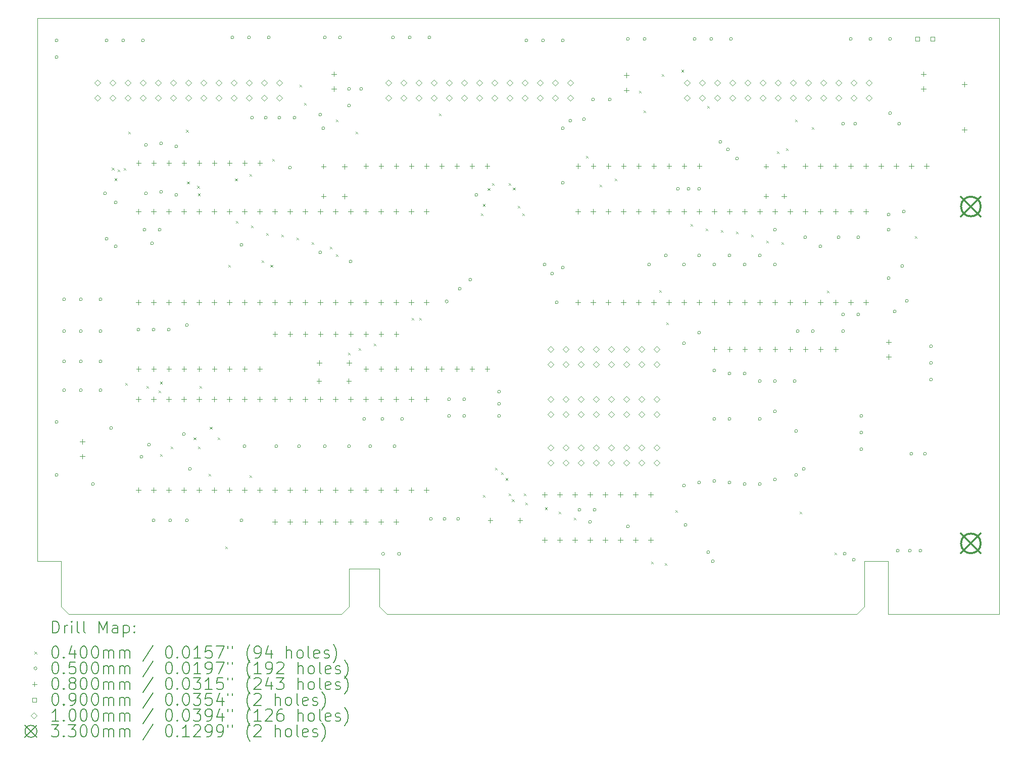
<source format=gbr>
%TF.GenerationSoftware,KiCad,Pcbnew,8.0.0*%
%TF.CreationDate,2024-03-03T11:21:54-05:00*%
%TF.ProjectId,ISA8255,49534138-3235-4352-9e6b-696361645f70,rev?*%
%TF.SameCoordinates,Original*%
%TF.FileFunction,Drillmap*%
%TF.FilePolarity,Positive*%
%FSLAX45Y45*%
G04 Gerber Fmt 4.5, Leading zero omitted, Abs format (unit mm)*
G04 Created by KiCad (PCBNEW 8.0.0) date 2024-03-03 11:21:54*
%MOMM*%
%LPD*%
G01*
G04 APERTURE LIST*
%ADD10C,0.100000*%
%ADD11C,0.200000*%
%ADD12C,0.330000*%
G04 APERTURE END LIST*
D10*
X19450000Y-14224000D02*
X19450000Y-15113000D01*
X21315000Y-5113000D02*
X5188000Y-5113000D01*
X19450000Y-15113000D02*
X21315000Y-15113000D01*
X21315000Y-15113000D02*
X21315000Y-5113000D01*
X5188000Y-14224000D02*
X5188000Y-5113000D01*
X5588000Y-14224000D02*
X5188000Y-14224000D01*
X5588000Y-14986000D02*
X5588000Y-14224000D01*
X5715000Y-15113000D02*
X5588000Y-14986000D01*
X10287000Y-15113000D02*
X5715000Y-15113000D01*
X10287000Y-15113000D02*
X10414000Y-14986000D01*
X10414000Y-14351000D02*
X10414000Y-14986000D01*
X10922000Y-14351000D02*
X10414000Y-14351000D01*
X10922000Y-14986000D02*
X10922000Y-14351000D01*
X11049000Y-15113000D02*
X10922000Y-14986000D01*
X18923000Y-15113000D02*
X11049000Y-15113000D01*
X18923000Y-15113000D02*
X19050000Y-14986000D01*
X19050000Y-14224000D02*
X19050000Y-14986000D01*
X19450000Y-14224000D02*
X19050000Y-14224000D01*
D11*
D10*
X6438331Y-7619177D02*
X6478331Y-7659177D01*
X6478331Y-7619177D02*
X6438331Y-7659177D01*
X6482400Y-7797000D02*
X6522400Y-7837000D01*
X6522400Y-7797000D02*
X6482400Y-7837000D01*
X6533200Y-7650800D02*
X6573200Y-7690800D01*
X6573200Y-7650800D02*
X6533200Y-7690800D01*
X6634800Y-7625400D02*
X6674800Y-7665400D01*
X6674800Y-7625400D02*
X6634800Y-7665400D01*
X6660200Y-11232200D02*
X6700200Y-11272200D01*
X6700200Y-11232200D02*
X6660200Y-11272200D01*
X6711000Y-7015800D02*
X6751000Y-7055800D01*
X6751000Y-7015800D02*
X6711000Y-7055800D01*
X7015800Y-11283000D02*
X7055800Y-11323000D01*
X7055800Y-11283000D02*
X7015800Y-11323000D01*
X7219000Y-11359200D02*
X7259000Y-11399200D01*
X7259000Y-11359200D02*
X7219000Y-11399200D01*
X7244400Y-11213000D02*
X7284400Y-11253000D01*
X7284400Y-11213000D02*
X7244400Y-11253000D01*
X7244400Y-12426000D02*
X7284400Y-12466000D01*
X7284400Y-12426000D02*
X7244400Y-12466000D01*
X7422200Y-12299000D02*
X7462200Y-12339000D01*
X7462200Y-12299000D02*
X7422200Y-12339000D01*
X7682478Y-6984588D02*
X7722478Y-7024588D01*
X7722478Y-6984588D02*
X7682478Y-7024588D01*
X7695400Y-7854000D02*
X7735400Y-7894000D01*
X7735400Y-7854000D02*
X7695400Y-7894000D01*
X7805400Y-12146600D02*
X7845400Y-12186600D01*
X7845400Y-12146600D02*
X7805400Y-12186600D01*
X7869000Y-7924000D02*
X7909000Y-7964000D01*
X7909000Y-7924000D02*
X7869000Y-7964000D01*
X7879400Y-8050262D02*
X7919400Y-8090262D01*
X7919400Y-8050262D02*
X7879400Y-8090262D01*
X7879400Y-12299000D02*
X7919400Y-12339000D01*
X7919400Y-12299000D02*
X7879400Y-12339000D01*
X7904800Y-11283000D02*
X7944800Y-11323000D01*
X7944800Y-11283000D02*
X7904800Y-11323000D01*
X8057200Y-12756200D02*
X8097200Y-12796200D01*
X8097200Y-12756200D02*
X8057200Y-12796200D01*
X8076400Y-11968800D02*
X8116400Y-12008800D01*
X8116400Y-11968800D02*
X8076400Y-12008800D01*
X8209600Y-12146600D02*
X8249600Y-12186600D01*
X8249600Y-12146600D02*
X8209600Y-12186600D01*
X8336600Y-13975400D02*
X8376600Y-14015400D01*
X8376600Y-13975400D02*
X8336600Y-14015400D01*
X8387400Y-9251000D02*
X8427400Y-9291000D01*
X8427400Y-9251000D02*
X8387400Y-9291000D01*
X8500400Y-7803200D02*
X8540400Y-7843200D01*
X8540400Y-7803200D02*
X8500400Y-7843200D01*
X8514400Y-8514400D02*
X8554400Y-8554400D01*
X8554400Y-8514400D02*
X8514400Y-8554400D01*
X8743000Y-7727000D02*
X8783000Y-7767000D01*
X8783000Y-7727000D02*
X8743000Y-7767000D01*
X8743000Y-12781600D02*
X8783000Y-12821600D01*
X8783000Y-12781600D02*
X8743000Y-12821600D01*
X8768400Y-8590600D02*
X8808400Y-8630600D01*
X8808400Y-8590600D02*
X8768400Y-8630600D01*
X8946200Y-9174800D02*
X8986200Y-9214800D01*
X8986200Y-9174800D02*
X8946200Y-9214800D01*
X9022400Y-8717600D02*
X9062400Y-8757600D01*
X9062400Y-8717600D02*
X9022400Y-8757600D01*
X9092400Y-9251000D02*
X9132400Y-9291000D01*
X9132400Y-9251000D02*
X9092400Y-9291000D01*
X9124000Y-7473000D02*
X9164000Y-7513000D01*
X9164000Y-7473000D02*
X9124000Y-7513000D01*
X9276400Y-8743000D02*
X9316400Y-8783000D01*
X9316400Y-8743000D02*
X9276400Y-8783000D01*
X9530400Y-8793800D02*
X9570400Y-8833800D01*
X9570400Y-8793800D02*
X9530400Y-8833800D01*
X9581200Y-6228400D02*
X9621200Y-6268400D01*
X9621200Y-6228400D02*
X9581200Y-6268400D01*
X9657400Y-6533200D02*
X9697400Y-6573200D01*
X9697400Y-6533200D02*
X9657400Y-6573200D01*
X9784400Y-8870000D02*
X9824400Y-8910000D01*
X9824400Y-8870000D02*
X9784400Y-8910000D01*
X10089200Y-8946200D02*
X10129200Y-8986200D01*
X10129200Y-8946200D02*
X10089200Y-8986200D01*
X10190800Y-6812600D02*
X10230800Y-6852600D01*
X10230800Y-6812600D02*
X10190800Y-6852600D01*
X10190800Y-9073200D02*
X10230800Y-9113200D01*
X10230800Y-9073200D02*
X10190800Y-9113200D01*
X10394000Y-10724200D02*
X10434000Y-10764200D01*
X10434000Y-10724200D02*
X10394000Y-10764200D01*
X10521000Y-7015800D02*
X10561000Y-7055800D01*
X10561000Y-7015800D02*
X10521000Y-7055800D01*
X10571800Y-10648000D02*
X10611800Y-10688000D01*
X10611800Y-10648000D02*
X10571800Y-10688000D01*
X10825800Y-10571800D02*
X10865800Y-10611800D01*
X10865800Y-10571800D02*
X10825800Y-10611800D01*
X11460800Y-10140000D02*
X11500800Y-10180000D01*
X11500800Y-10140000D02*
X11460800Y-10180000D01*
X11587800Y-10140000D02*
X11627800Y-10180000D01*
X11627800Y-10140000D02*
X11587800Y-10180000D01*
X11918000Y-6711000D02*
X11958000Y-6751000D01*
X11958000Y-6711000D02*
X11918000Y-6751000D01*
X12620800Y-8387400D02*
X12660800Y-8427400D01*
X12660800Y-8387400D02*
X12620800Y-8427400D01*
X12654600Y-8228800D02*
X12694600Y-8268800D01*
X12694600Y-8228800D02*
X12654600Y-8268800D01*
X12654600Y-13111800D02*
X12694600Y-13151800D01*
X12694600Y-13111800D02*
X12654600Y-13151800D01*
X12737000Y-7962605D02*
X12777000Y-8002605D01*
X12777000Y-7962605D02*
X12737000Y-8002605D01*
X12807000Y-7879400D02*
X12847000Y-7919400D01*
X12847000Y-7879400D02*
X12807000Y-7919400D01*
X12857800Y-12654600D02*
X12897800Y-12694600D01*
X12897800Y-12654600D02*
X12857800Y-12694600D01*
X12959400Y-12730800D02*
X12999400Y-12770800D01*
X12999400Y-12730800D02*
X12959400Y-12770800D01*
X13035600Y-12826700D02*
X13075600Y-12866700D01*
X13075600Y-12826700D02*
X13035600Y-12866700D01*
X13086400Y-7879400D02*
X13126400Y-7919400D01*
X13126400Y-7879400D02*
X13086400Y-7919400D01*
X13086400Y-13086400D02*
X13126400Y-13126400D01*
X13126400Y-13086400D02*
X13086400Y-13126400D01*
X13140966Y-13186329D02*
X13180966Y-13226329D01*
X13180966Y-13186329D02*
X13140966Y-13226329D01*
X13156400Y-7955600D02*
X13196400Y-7995600D01*
X13196400Y-7955600D02*
X13156400Y-7995600D01*
X13238800Y-8260400D02*
X13278800Y-8300400D01*
X13278800Y-8260400D02*
X13238800Y-8300400D01*
X13315000Y-8387400D02*
X13355000Y-8427400D01*
X13355000Y-8387400D02*
X13315000Y-8427400D01*
X13340400Y-13086400D02*
X13380400Y-13126400D01*
X13380400Y-13086400D02*
X13340400Y-13126400D01*
X13365800Y-13238800D02*
X13405800Y-13278800D01*
X13405800Y-13238800D02*
X13365800Y-13278800D01*
X13696000Y-13321200D02*
X13736000Y-13361200D01*
X13736000Y-13321200D02*
X13696000Y-13361200D01*
X13924600Y-13391200D02*
X13964600Y-13431200D01*
X13964600Y-13391200D02*
X13924600Y-13431200D01*
X14178600Y-13492800D02*
X14218600Y-13532800D01*
X14218600Y-13492800D02*
X14178600Y-13532800D01*
X14381800Y-7422200D02*
X14421800Y-7462200D01*
X14421800Y-7422200D02*
X14381800Y-7462200D01*
X14610400Y-7904800D02*
X14650400Y-7944800D01*
X14650400Y-7904800D02*
X14610400Y-7944800D01*
X14864400Y-7803200D02*
X14904400Y-7843200D01*
X14904400Y-7803200D02*
X14864400Y-7843200D01*
X15270800Y-6330000D02*
X15310800Y-6370000D01*
X15310800Y-6330000D02*
X15270800Y-6370000D01*
X15347000Y-6660200D02*
X15387000Y-6700200D01*
X15387000Y-6660200D02*
X15347000Y-6700200D01*
X15474000Y-14229400D02*
X15514000Y-14269400D01*
X15514000Y-14229400D02*
X15474000Y-14269400D01*
X15610369Y-9672950D02*
X15650369Y-9712950D01*
X15650369Y-9672950D02*
X15610369Y-9712950D01*
X15651800Y-6050600D02*
X15691800Y-6090600D01*
X15691800Y-6050600D02*
X15651800Y-6090600D01*
X15702600Y-14254800D02*
X15742600Y-14294800D01*
X15742600Y-14254800D02*
X15702600Y-14294800D01*
X15728000Y-10216200D02*
X15768000Y-10256200D01*
X15768000Y-10216200D02*
X15728000Y-10256200D01*
X15880400Y-13365800D02*
X15920400Y-13405800D01*
X15920400Y-13365800D02*
X15880400Y-13405800D01*
X15982000Y-5980600D02*
X16022000Y-6020600D01*
X16022000Y-5980600D02*
X15982000Y-6020600D01*
X16134400Y-8565200D02*
X16174400Y-8605200D01*
X16174400Y-8565200D02*
X16134400Y-8605200D01*
X16388400Y-8641400D02*
X16428400Y-8681400D01*
X16428400Y-8641400D02*
X16388400Y-8681400D01*
X16413800Y-6584000D02*
X16453800Y-6624000D01*
X16453800Y-6584000D02*
X16413800Y-6624000D01*
X16642400Y-8666800D02*
X16682400Y-8706800D01*
X16682400Y-8666800D02*
X16642400Y-8706800D01*
X16896400Y-8692200D02*
X16936400Y-8732200D01*
X16936400Y-8692200D02*
X16896400Y-8732200D01*
X17150400Y-8743000D02*
X17190400Y-8783000D01*
X17190400Y-8743000D02*
X17150400Y-8783000D01*
X17404400Y-8844600D02*
X17444400Y-8884600D01*
X17444400Y-8844600D02*
X17404400Y-8884600D01*
X17582200Y-7346000D02*
X17622200Y-7386000D01*
X17622200Y-7346000D02*
X17582200Y-7386000D01*
X17658400Y-8870000D02*
X17698400Y-8910000D01*
X17698400Y-8870000D02*
X17658400Y-8910000D01*
X17734600Y-7295200D02*
X17774600Y-7335200D01*
X17774600Y-7295200D02*
X17734600Y-7335200D01*
X17887000Y-6812600D02*
X17927000Y-6852600D01*
X17927000Y-6812600D02*
X17887000Y-6852600D01*
X17963200Y-13391200D02*
X18003200Y-13431200D01*
X18003200Y-13391200D02*
X17963200Y-13431200D01*
X18166400Y-6939600D02*
X18206400Y-6979600D01*
X18206400Y-6939600D02*
X18166400Y-6979600D01*
X18420400Y-9682800D02*
X18460400Y-9722800D01*
X18460400Y-9682800D02*
X18420400Y-9722800D01*
X18547400Y-14077000D02*
X18587400Y-14117000D01*
X18587400Y-14077000D02*
X18547400Y-14117000D01*
X19893600Y-8768400D02*
X19933600Y-8808400D01*
X19933600Y-8768400D02*
X19893600Y-8808400D01*
X5536800Y-5486400D02*
G75*
G02*
X5486800Y-5486400I-25000J0D01*
G01*
X5486800Y-5486400D02*
G75*
G02*
X5536800Y-5486400I25000J0D01*
G01*
X5536800Y-5765800D02*
G75*
G02*
X5486800Y-5765800I-25000J0D01*
G01*
X5486800Y-5765800D02*
G75*
G02*
X5536800Y-5765800I25000J0D01*
G01*
X5536800Y-11887200D02*
G75*
G02*
X5486800Y-11887200I-25000J0D01*
G01*
X5486800Y-11887200D02*
G75*
G02*
X5536800Y-11887200I25000J0D01*
G01*
X5536800Y-12776200D02*
G75*
G02*
X5486800Y-12776200I-25000J0D01*
G01*
X5486800Y-12776200D02*
G75*
G02*
X5536800Y-12776200I25000J0D01*
G01*
X5663800Y-9829800D02*
G75*
G02*
X5613800Y-9829800I-25000J0D01*
G01*
X5613800Y-9829800D02*
G75*
G02*
X5663800Y-9829800I25000J0D01*
G01*
X5663800Y-10363200D02*
G75*
G02*
X5613800Y-10363200I-25000J0D01*
G01*
X5613800Y-10363200D02*
G75*
G02*
X5663800Y-10363200I25000J0D01*
G01*
X5663800Y-10871200D02*
G75*
G02*
X5613800Y-10871200I-25000J0D01*
G01*
X5613800Y-10871200D02*
G75*
G02*
X5663800Y-10871200I25000J0D01*
G01*
X5663800Y-11353800D02*
G75*
G02*
X5613800Y-11353800I-25000J0D01*
G01*
X5613800Y-11353800D02*
G75*
G02*
X5663800Y-11353800I25000J0D01*
G01*
X5943200Y-9829800D02*
G75*
G02*
X5893200Y-9829800I-25000J0D01*
G01*
X5893200Y-9829800D02*
G75*
G02*
X5943200Y-9829800I25000J0D01*
G01*
X5943200Y-10363200D02*
G75*
G02*
X5893200Y-10363200I-25000J0D01*
G01*
X5893200Y-10363200D02*
G75*
G02*
X5943200Y-10363200I25000J0D01*
G01*
X5943200Y-10871200D02*
G75*
G02*
X5893200Y-10871200I-25000J0D01*
G01*
X5893200Y-10871200D02*
G75*
G02*
X5943200Y-10871200I25000J0D01*
G01*
X5943200Y-11353800D02*
G75*
G02*
X5893200Y-11353800I-25000J0D01*
G01*
X5893200Y-11353800D02*
G75*
G02*
X5943200Y-11353800I25000J0D01*
G01*
X6146400Y-12928600D02*
G75*
G02*
X6096400Y-12928600I-25000J0D01*
G01*
X6096400Y-12928600D02*
G75*
G02*
X6146400Y-12928600I25000J0D01*
G01*
X6273400Y-9829800D02*
G75*
G02*
X6223400Y-9829800I-25000J0D01*
G01*
X6223400Y-9829800D02*
G75*
G02*
X6273400Y-9829800I25000J0D01*
G01*
X6273400Y-10363200D02*
G75*
G02*
X6223400Y-10363200I-25000J0D01*
G01*
X6223400Y-10363200D02*
G75*
G02*
X6273400Y-10363200I25000J0D01*
G01*
X6273400Y-10871200D02*
G75*
G02*
X6223400Y-10871200I-25000J0D01*
G01*
X6223400Y-10871200D02*
G75*
G02*
X6273400Y-10871200I25000J0D01*
G01*
X6273400Y-11353800D02*
G75*
G02*
X6223400Y-11353800I-25000J0D01*
G01*
X6223400Y-11353800D02*
G75*
G02*
X6273400Y-11353800I25000J0D01*
G01*
X6349600Y-8051800D02*
G75*
G02*
X6299600Y-8051800I-25000J0D01*
G01*
X6299600Y-8051800D02*
G75*
G02*
X6349600Y-8051800I25000J0D01*
G01*
X6375000Y-5486400D02*
G75*
G02*
X6325000Y-5486400I-25000J0D01*
G01*
X6325000Y-5486400D02*
G75*
G02*
X6375000Y-5486400I25000J0D01*
G01*
X6375000Y-8813800D02*
G75*
G02*
X6325000Y-8813800I-25000J0D01*
G01*
X6325000Y-8813800D02*
G75*
G02*
X6375000Y-8813800I25000J0D01*
G01*
X6451200Y-11988800D02*
G75*
G02*
X6401200Y-11988800I-25000J0D01*
G01*
X6401200Y-11988800D02*
G75*
G02*
X6451200Y-11988800I25000J0D01*
G01*
X6527400Y-8204200D02*
G75*
G02*
X6477400Y-8204200I-25000J0D01*
G01*
X6477400Y-8204200D02*
G75*
G02*
X6527400Y-8204200I25000J0D01*
G01*
X6527400Y-8940800D02*
G75*
G02*
X6477400Y-8940800I-25000J0D01*
G01*
X6477400Y-8940800D02*
G75*
G02*
X6527400Y-8940800I25000J0D01*
G01*
X6654400Y-5486400D02*
G75*
G02*
X6604400Y-5486400I-25000J0D01*
G01*
X6604400Y-5486400D02*
G75*
G02*
X6654400Y-5486400I25000J0D01*
G01*
X6908400Y-10337800D02*
G75*
G02*
X6858400Y-10337800I-25000J0D01*
G01*
X6858400Y-10337800D02*
G75*
G02*
X6908400Y-10337800I25000J0D01*
G01*
X6959200Y-12471400D02*
G75*
G02*
X6909200Y-12471400I-25000J0D01*
G01*
X6909200Y-12471400D02*
G75*
G02*
X6959200Y-12471400I25000J0D01*
G01*
X6984600Y-5486400D02*
G75*
G02*
X6934600Y-5486400I-25000J0D01*
G01*
X6934600Y-5486400D02*
G75*
G02*
X6984600Y-5486400I25000J0D01*
G01*
X7010000Y-8661400D02*
G75*
G02*
X6960000Y-8661400I-25000J0D01*
G01*
X6960000Y-8661400D02*
G75*
G02*
X7010000Y-8661400I25000J0D01*
G01*
X7035400Y-7239000D02*
G75*
G02*
X6985400Y-7239000I-25000J0D01*
G01*
X6985400Y-7239000D02*
G75*
G02*
X7035400Y-7239000I25000J0D01*
G01*
X7035400Y-8051800D02*
G75*
G02*
X6985400Y-8051800I-25000J0D01*
G01*
X6985400Y-8051800D02*
G75*
G02*
X7035400Y-8051800I25000J0D01*
G01*
X7086200Y-12268200D02*
G75*
G02*
X7036200Y-12268200I-25000J0D01*
G01*
X7036200Y-12268200D02*
G75*
G02*
X7086200Y-12268200I25000J0D01*
G01*
X7137000Y-8890000D02*
G75*
G02*
X7087000Y-8890000I-25000J0D01*
G01*
X7087000Y-8890000D02*
G75*
G02*
X7137000Y-8890000I25000J0D01*
G01*
X7162400Y-10337800D02*
G75*
G02*
X7112400Y-10337800I-25000J0D01*
G01*
X7112400Y-10337800D02*
G75*
G02*
X7162400Y-10337800I25000J0D01*
G01*
X7162400Y-13538200D02*
G75*
G02*
X7112400Y-13538200I-25000J0D01*
G01*
X7112400Y-13538200D02*
G75*
G02*
X7162400Y-13538200I25000J0D01*
G01*
X7264000Y-8661400D02*
G75*
G02*
X7214000Y-8661400I-25000J0D01*
G01*
X7214000Y-8661400D02*
G75*
G02*
X7264000Y-8661400I25000J0D01*
G01*
X7289400Y-7213600D02*
G75*
G02*
X7239400Y-7213600I-25000J0D01*
G01*
X7239400Y-7213600D02*
G75*
G02*
X7289400Y-7213600I25000J0D01*
G01*
X7289400Y-8026400D02*
G75*
G02*
X7239400Y-8026400I-25000J0D01*
G01*
X7239400Y-8026400D02*
G75*
G02*
X7289400Y-8026400I25000J0D01*
G01*
X7416400Y-10337800D02*
G75*
G02*
X7366400Y-10337800I-25000J0D01*
G01*
X7366400Y-10337800D02*
G75*
G02*
X7416400Y-10337800I25000J0D01*
G01*
X7441800Y-13538200D02*
G75*
G02*
X7391800Y-13538200I-25000J0D01*
G01*
X7391800Y-13538200D02*
G75*
G02*
X7441800Y-13538200I25000J0D01*
G01*
X7543400Y-7264400D02*
G75*
G02*
X7493400Y-7264400I-25000J0D01*
G01*
X7493400Y-7264400D02*
G75*
G02*
X7543400Y-7264400I25000J0D01*
G01*
X7543400Y-8077200D02*
G75*
G02*
X7493400Y-8077200I-25000J0D01*
G01*
X7493400Y-8077200D02*
G75*
G02*
X7543400Y-8077200I25000J0D01*
G01*
X7670400Y-12090400D02*
G75*
G02*
X7620400Y-12090400I-25000J0D01*
G01*
X7620400Y-12090400D02*
G75*
G02*
X7670400Y-12090400I25000J0D01*
G01*
X7721200Y-10261600D02*
G75*
G02*
X7671200Y-10261600I-25000J0D01*
G01*
X7671200Y-10261600D02*
G75*
G02*
X7721200Y-10261600I25000J0D01*
G01*
X7721200Y-13538200D02*
G75*
G02*
X7671200Y-13538200I-25000J0D01*
G01*
X7671200Y-13538200D02*
G75*
G02*
X7721200Y-13538200I25000J0D01*
G01*
X7772000Y-12674600D02*
G75*
G02*
X7722000Y-12674600I-25000J0D01*
G01*
X7722000Y-12674600D02*
G75*
G02*
X7772000Y-12674600I25000J0D01*
G01*
X8483200Y-5435600D02*
G75*
G02*
X8433200Y-5435600I-25000J0D01*
G01*
X8433200Y-5435600D02*
G75*
G02*
X8483200Y-5435600I25000J0D01*
G01*
X8635600Y-8915400D02*
G75*
G02*
X8585600Y-8915400I-25000J0D01*
G01*
X8585600Y-8915400D02*
G75*
G02*
X8635600Y-8915400I25000J0D01*
G01*
X8635600Y-13538200D02*
G75*
G02*
X8585600Y-13538200I-25000J0D01*
G01*
X8585600Y-13538200D02*
G75*
G02*
X8635600Y-13538200I25000J0D01*
G01*
X8686400Y-12293600D02*
G75*
G02*
X8636400Y-12293600I-25000J0D01*
G01*
X8636400Y-12293600D02*
G75*
G02*
X8686400Y-12293600I25000J0D01*
G01*
X8762600Y-5435600D02*
G75*
G02*
X8712600Y-5435600I-25000J0D01*
G01*
X8712600Y-5435600D02*
G75*
G02*
X8762600Y-5435600I25000J0D01*
G01*
X8813400Y-6781800D02*
G75*
G02*
X8763400Y-6781800I-25000J0D01*
G01*
X8763400Y-6781800D02*
G75*
G02*
X8813400Y-6781800I25000J0D01*
G01*
X9042000Y-6781800D02*
G75*
G02*
X8992000Y-6781800I-25000J0D01*
G01*
X8992000Y-6781800D02*
G75*
G02*
X9042000Y-6781800I25000J0D01*
G01*
X9092800Y-5435600D02*
G75*
G02*
X9042800Y-5435600I-25000J0D01*
G01*
X9042800Y-5435600D02*
G75*
G02*
X9092800Y-5435600I25000J0D01*
G01*
X9219800Y-12293600D02*
G75*
G02*
X9169800Y-12293600I-25000J0D01*
G01*
X9169800Y-12293600D02*
G75*
G02*
X9219800Y-12293600I25000J0D01*
G01*
X9270600Y-6781800D02*
G75*
G02*
X9220600Y-6781800I-25000J0D01*
G01*
X9220600Y-6781800D02*
G75*
G02*
X9270600Y-6781800I25000J0D01*
G01*
X9448400Y-7620000D02*
G75*
G02*
X9398400Y-7620000I-25000J0D01*
G01*
X9398400Y-7620000D02*
G75*
G02*
X9448400Y-7620000I25000J0D01*
G01*
X9524600Y-6781800D02*
G75*
G02*
X9474600Y-6781800I-25000J0D01*
G01*
X9474600Y-6781800D02*
G75*
G02*
X9524600Y-6781800I25000J0D01*
G01*
X9600800Y-12293600D02*
G75*
G02*
X9550800Y-12293600I-25000J0D01*
G01*
X9550800Y-12293600D02*
G75*
G02*
X9600800Y-12293600I25000J0D01*
G01*
X9956400Y-6731000D02*
G75*
G02*
X9906400Y-6731000I-25000J0D01*
G01*
X9906400Y-6731000D02*
G75*
G02*
X9956400Y-6731000I25000J0D01*
G01*
X9956400Y-9042400D02*
G75*
G02*
X9906400Y-9042400I-25000J0D01*
G01*
X9906400Y-9042400D02*
G75*
G02*
X9956400Y-9042400I25000J0D01*
G01*
X10007200Y-6959600D02*
G75*
G02*
X9957200Y-6959600I-25000J0D01*
G01*
X9957200Y-6959600D02*
G75*
G02*
X10007200Y-6959600I25000J0D01*
G01*
X10032600Y-5435600D02*
G75*
G02*
X9982600Y-5435600I-25000J0D01*
G01*
X9982600Y-5435600D02*
G75*
G02*
X10032600Y-5435600I25000J0D01*
G01*
X10032600Y-12293600D02*
G75*
G02*
X9982600Y-12293600I-25000J0D01*
G01*
X9982600Y-12293600D02*
G75*
G02*
X10032600Y-12293600I25000J0D01*
G01*
X10286600Y-5435600D02*
G75*
G02*
X10236600Y-5435600I-25000J0D01*
G01*
X10236600Y-5435600D02*
G75*
G02*
X10286600Y-5435600I25000J0D01*
G01*
X10439000Y-6299200D02*
G75*
G02*
X10389000Y-6299200I-25000J0D01*
G01*
X10389000Y-6299200D02*
G75*
G02*
X10439000Y-6299200I25000J0D01*
G01*
X10439000Y-6578600D02*
G75*
G02*
X10389000Y-6578600I-25000J0D01*
G01*
X10389000Y-6578600D02*
G75*
G02*
X10439000Y-6578600I25000J0D01*
G01*
X10439000Y-12293600D02*
G75*
G02*
X10389000Y-12293600I-25000J0D01*
G01*
X10389000Y-12293600D02*
G75*
G02*
X10439000Y-12293600I25000J0D01*
G01*
X10464400Y-9194800D02*
G75*
G02*
X10414400Y-9194800I-25000J0D01*
G01*
X10414400Y-9194800D02*
G75*
G02*
X10464400Y-9194800I25000J0D01*
G01*
X10642200Y-6299200D02*
G75*
G02*
X10592200Y-6299200I-25000J0D01*
G01*
X10592200Y-6299200D02*
G75*
G02*
X10642200Y-6299200I25000J0D01*
G01*
X10693000Y-11836400D02*
G75*
G02*
X10643000Y-11836400I-25000J0D01*
G01*
X10643000Y-11836400D02*
G75*
G02*
X10693000Y-11836400I25000J0D01*
G01*
X10794600Y-12293600D02*
G75*
G02*
X10744600Y-12293600I-25000J0D01*
G01*
X10744600Y-12293600D02*
G75*
G02*
X10794600Y-12293600I25000J0D01*
G01*
X10997800Y-11836400D02*
G75*
G02*
X10947800Y-11836400I-25000J0D01*
G01*
X10947800Y-11836400D02*
G75*
G02*
X10997800Y-11836400I25000J0D01*
G01*
X11009819Y-14100327D02*
G75*
G02*
X10959819Y-14100327I-25000J0D01*
G01*
X10959819Y-14100327D02*
G75*
G02*
X11009819Y-14100327I25000J0D01*
G01*
X11175600Y-5435600D02*
G75*
G02*
X11125600Y-5435600I-25000J0D01*
G01*
X11125600Y-5435600D02*
G75*
G02*
X11175600Y-5435600I25000J0D01*
G01*
X11201000Y-12293600D02*
G75*
G02*
X11151000Y-12293600I-25000J0D01*
G01*
X11151000Y-12293600D02*
G75*
G02*
X11201000Y-12293600I25000J0D01*
G01*
X11277200Y-14100400D02*
G75*
G02*
X11227200Y-14100400I-25000J0D01*
G01*
X11227200Y-14100400D02*
G75*
G02*
X11277200Y-14100400I25000J0D01*
G01*
X11328000Y-11836400D02*
G75*
G02*
X11278000Y-11836400I-25000J0D01*
G01*
X11278000Y-11836400D02*
G75*
G02*
X11328000Y-11836400I25000J0D01*
G01*
X11455000Y-5435600D02*
G75*
G02*
X11405000Y-5435600I-25000J0D01*
G01*
X11405000Y-5435600D02*
G75*
G02*
X11455000Y-5435600I25000J0D01*
G01*
X11785200Y-5435600D02*
G75*
G02*
X11735200Y-5435600I-25000J0D01*
G01*
X11735200Y-5435600D02*
G75*
G02*
X11785200Y-5435600I25000J0D01*
G01*
X11810600Y-13512800D02*
G75*
G02*
X11760600Y-13512800I-25000J0D01*
G01*
X11760600Y-13512800D02*
G75*
G02*
X11810600Y-13512800I25000J0D01*
G01*
X12039200Y-13512800D02*
G75*
G02*
X11989200Y-13512800I-25000J0D01*
G01*
X11989200Y-13512800D02*
G75*
G02*
X12039200Y-13512800I25000J0D01*
G01*
X12075346Y-9865946D02*
G75*
G02*
X12025346Y-9865946I-25000J0D01*
G01*
X12025346Y-9865946D02*
G75*
G02*
X12075346Y-9865946I25000J0D01*
G01*
X12115400Y-11506200D02*
G75*
G02*
X12065400Y-11506200I-25000J0D01*
G01*
X12065400Y-11506200D02*
G75*
G02*
X12115400Y-11506200I25000J0D01*
G01*
X12115400Y-11785600D02*
G75*
G02*
X12065400Y-11785600I-25000J0D01*
G01*
X12065400Y-11785600D02*
G75*
G02*
X12115400Y-11785600I25000J0D01*
G01*
X12267800Y-13512800D02*
G75*
G02*
X12217800Y-13512800I-25000J0D01*
G01*
X12217800Y-13512800D02*
G75*
G02*
X12267800Y-13512800I25000J0D01*
G01*
X12293200Y-9652000D02*
G75*
G02*
X12243200Y-9652000I-25000J0D01*
G01*
X12243200Y-9652000D02*
G75*
G02*
X12293200Y-9652000I25000J0D01*
G01*
X12369400Y-11506200D02*
G75*
G02*
X12319400Y-11506200I-25000J0D01*
G01*
X12319400Y-11506200D02*
G75*
G02*
X12369400Y-11506200I25000J0D01*
G01*
X12369400Y-11785600D02*
G75*
G02*
X12319400Y-11785600I-25000J0D01*
G01*
X12319400Y-11785600D02*
G75*
G02*
X12369400Y-11785600I25000J0D01*
G01*
X12471000Y-9499600D02*
G75*
G02*
X12421000Y-9499600I-25000J0D01*
G01*
X12421000Y-9499600D02*
G75*
G02*
X12471000Y-9499600I25000J0D01*
G01*
X12572600Y-8077200D02*
G75*
G02*
X12522600Y-8077200I-25000J0D01*
G01*
X12522600Y-8077200D02*
G75*
G02*
X12572600Y-8077200I25000J0D01*
G01*
X12953600Y-11379200D02*
G75*
G02*
X12903600Y-11379200I-25000J0D01*
G01*
X12903600Y-11379200D02*
G75*
G02*
X12953600Y-11379200I25000J0D01*
G01*
X12953600Y-11582400D02*
G75*
G02*
X12903600Y-11582400I-25000J0D01*
G01*
X12903600Y-11582400D02*
G75*
G02*
X12953600Y-11582400I25000J0D01*
G01*
X12953600Y-11785600D02*
G75*
G02*
X12903600Y-11785600I-25000J0D01*
G01*
X12903600Y-11785600D02*
G75*
G02*
X12953600Y-11785600I25000J0D01*
G01*
X13410800Y-5486400D02*
G75*
G02*
X13360800Y-5486400I-25000J0D01*
G01*
X13360800Y-5486400D02*
G75*
G02*
X13410800Y-5486400I25000J0D01*
G01*
X13690200Y-5486400D02*
G75*
G02*
X13640200Y-5486400I-25000J0D01*
G01*
X13640200Y-5486400D02*
G75*
G02*
X13690200Y-5486400I25000J0D01*
G01*
X13715600Y-9245600D02*
G75*
G02*
X13665600Y-9245600I-25000J0D01*
G01*
X13665600Y-9245600D02*
G75*
G02*
X13715600Y-9245600I25000J0D01*
G01*
X13842600Y-9398000D02*
G75*
G02*
X13792600Y-9398000I-25000J0D01*
G01*
X13792600Y-9398000D02*
G75*
G02*
X13842600Y-9398000I25000J0D01*
G01*
X13918800Y-9880600D02*
G75*
G02*
X13868800Y-9880600I-25000J0D01*
G01*
X13868800Y-9880600D02*
G75*
G02*
X13918800Y-9880600I25000J0D01*
G01*
X14020400Y-5486400D02*
G75*
G02*
X13970400Y-5486400I-25000J0D01*
G01*
X13970400Y-5486400D02*
G75*
G02*
X14020400Y-5486400I25000J0D01*
G01*
X14020400Y-6959600D02*
G75*
G02*
X13970400Y-6959600I-25000J0D01*
G01*
X13970400Y-6959600D02*
G75*
G02*
X14020400Y-6959600I25000J0D01*
G01*
X14020400Y-7874000D02*
G75*
G02*
X13970400Y-7874000I-25000J0D01*
G01*
X13970400Y-7874000D02*
G75*
G02*
X14020400Y-7874000I25000J0D01*
G01*
X14020400Y-9296400D02*
G75*
G02*
X13970400Y-9296400I-25000J0D01*
G01*
X13970400Y-9296400D02*
G75*
G02*
X14020400Y-9296400I25000J0D01*
G01*
X14147400Y-6832600D02*
G75*
G02*
X14097400Y-6832600I-25000J0D01*
G01*
X14097400Y-6832600D02*
G75*
G02*
X14147400Y-6832600I25000J0D01*
G01*
X14299800Y-13360400D02*
G75*
G02*
X14249800Y-13360400I-25000J0D01*
G01*
X14249800Y-13360400D02*
G75*
G02*
X14299800Y-13360400I25000J0D01*
G01*
X14376000Y-6807200D02*
G75*
G02*
X14326000Y-6807200I-25000J0D01*
G01*
X14326000Y-6807200D02*
G75*
G02*
X14376000Y-6807200I25000J0D01*
G01*
X14477600Y-13563600D02*
G75*
G02*
X14427600Y-13563600I-25000J0D01*
G01*
X14427600Y-13563600D02*
G75*
G02*
X14477600Y-13563600I25000J0D01*
G01*
X14528400Y-6477000D02*
G75*
G02*
X14478400Y-6477000I-25000J0D01*
G01*
X14478400Y-6477000D02*
G75*
G02*
X14528400Y-6477000I25000J0D01*
G01*
X14553800Y-13360400D02*
G75*
G02*
X14503800Y-13360400I-25000J0D01*
G01*
X14503800Y-13360400D02*
G75*
G02*
X14553800Y-13360400I25000J0D01*
G01*
X14807800Y-6477000D02*
G75*
G02*
X14757800Y-6477000I-25000J0D01*
G01*
X14757800Y-6477000D02*
G75*
G02*
X14807800Y-6477000I25000J0D01*
G01*
X15112600Y-5461000D02*
G75*
G02*
X15062600Y-5461000I-25000J0D01*
G01*
X15062600Y-5461000D02*
G75*
G02*
X15112600Y-5461000I25000J0D01*
G01*
X15112600Y-13639800D02*
G75*
G02*
X15062600Y-13639800I-25000J0D01*
G01*
X15062600Y-13639800D02*
G75*
G02*
X15112600Y-13639800I25000J0D01*
G01*
X15392000Y-5461000D02*
G75*
G02*
X15342000Y-5461000I-25000J0D01*
G01*
X15342000Y-5461000D02*
G75*
G02*
X15392000Y-5461000I25000J0D01*
G01*
X15468200Y-9245600D02*
G75*
G02*
X15418200Y-9245600I-25000J0D01*
G01*
X15418200Y-9245600D02*
G75*
G02*
X15468200Y-9245600I25000J0D01*
G01*
X15747600Y-9093200D02*
G75*
G02*
X15697600Y-9093200I-25000J0D01*
G01*
X15697600Y-9093200D02*
G75*
G02*
X15747600Y-9093200I25000J0D01*
G01*
X15950800Y-7975600D02*
G75*
G02*
X15900800Y-7975600I-25000J0D01*
G01*
X15900800Y-7975600D02*
G75*
G02*
X15950800Y-7975600I25000J0D01*
G01*
X16052400Y-9245600D02*
G75*
G02*
X16002400Y-9245600I-25000J0D01*
G01*
X16002400Y-9245600D02*
G75*
G02*
X16052400Y-9245600I25000J0D01*
G01*
X16052400Y-10566400D02*
G75*
G02*
X16002400Y-10566400I-25000J0D01*
G01*
X16002400Y-10566400D02*
G75*
G02*
X16052400Y-10566400I25000J0D01*
G01*
X16052400Y-12954000D02*
G75*
G02*
X16002400Y-12954000I-25000J0D01*
G01*
X16002400Y-12954000D02*
G75*
G02*
X16052400Y-12954000I25000J0D01*
G01*
X16077800Y-13614400D02*
G75*
G02*
X16027800Y-13614400I-25000J0D01*
G01*
X16027800Y-13614400D02*
G75*
G02*
X16077800Y-13614400I25000J0D01*
G01*
X16128600Y-7975600D02*
G75*
G02*
X16078600Y-7975600I-25000J0D01*
G01*
X16078600Y-7975600D02*
G75*
G02*
X16128600Y-7975600I25000J0D01*
G01*
X16230200Y-5461000D02*
G75*
G02*
X16180200Y-5461000I-25000J0D01*
G01*
X16180200Y-5461000D02*
G75*
G02*
X16230200Y-5461000I25000J0D01*
G01*
X16306400Y-7975600D02*
G75*
G02*
X16256400Y-7975600I-25000J0D01*
G01*
X16256400Y-7975600D02*
G75*
G02*
X16306400Y-7975600I25000J0D01*
G01*
X16306400Y-9093200D02*
G75*
G02*
X16256400Y-9093200I-25000J0D01*
G01*
X16256400Y-9093200D02*
G75*
G02*
X16306400Y-9093200I25000J0D01*
G01*
X16306400Y-10388600D02*
G75*
G02*
X16256400Y-10388600I-25000J0D01*
G01*
X16256400Y-10388600D02*
G75*
G02*
X16306400Y-10388600I25000J0D01*
G01*
X16306400Y-12903200D02*
G75*
G02*
X16256400Y-12903200I-25000J0D01*
G01*
X16256400Y-12903200D02*
G75*
G02*
X16306400Y-12903200I25000J0D01*
G01*
X16458800Y-14071600D02*
G75*
G02*
X16408800Y-14071600I-25000J0D01*
G01*
X16408800Y-14071600D02*
G75*
G02*
X16458800Y-14071600I25000J0D01*
G01*
X16509600Y-5461000D02*
G75*
G02*
X16459600Y-5461000I-25000J0D01*
G01*
X16459600Y-5461000D02*
G75*
G02*
X16509600Y-5461000I25000J0D01*
G01*
X16535000Y-14224000D02*
G75*
G02*
X16485000Y-14224000I-25000J0D01*
G01*
X16485000Y-14224000D02*
G75*
G02*
X16535000Y-14224000I25000J0D01*
G01*
X16560400Y-9245600D02*
G75*
G02*
X16510400Y-9245600I-25000J0D01*
G01*
X16510400Y-9245600D02*
G75*
G02*
X16560400Y-9245600I25000J0D01*
G01*
X16560400Y-11023600D02*
G75*
G02*
X16510400Y-11023600I-25000J0D01*
G01*
X16510400Y-11023600D02*
G75*
G02*
X16560400Y-11023600I25000J0D01*
G01*
X16560400Y-11836400D02*
G75*
G02*
X16510400Y-11836400I-25000J0D01*
G01*
X16510400Y-11836400D02*
G75*
G02*
X16560400Y-11836400I25000J0D01*
G01*
X16560400Y-12877800D02*
G75*
G02*
X16510400Y-12877800I-25000J0D01*
G01*
X16510400Y-12877800D02*
G75*
G02*
X16560400Y-12877800I25000J0D01*
G01*
X16662000Y-7188200D02*
G75*
G02*
X16612000Y-7188200I-25000J0D01*
G01*
X16612000Y-7188200D02*
G75*
G02*
X16662000Y-7188200I25000J0D01*
G01*
X16789000Y-7315200D02*
G75*
G02*
X16739000Y-7315200I-25000J0D01*
G01*
X16739000Y-7315200D02*
G75*
G02*
X16789000Y-7315200I25000J0D01*
G01*
X16814400Y-9093200D02*
G75*
G02*
X16764400Y-9093200I-25000J0D01*
G01*
X16764400Y-9093200D02*
G75*
G02*
X16814400Y-9093200I25000J0D01*
G01*
X16814400Y-11074400D02*
G75*
G02*
X16764400Y-11074400I-25000J0D01*
G01*
X16764400Y-11074400D02*
G75*
G02*
X16814400Y-11074400I25000J0D01*
G01*
X16814400Y-11836400D02*
G75*
G02*
X16764400Y-11836400I-25000J0D01*
G01*
X16764400Y-11836400D02*
G75*
G02*
X16814400Y-11836400I25000J0D01*
G01*
X16814400Y-12903200D02*
G75*
G02*
X16764400Y-12903200I-25000J0D01*
G01*
X16764400Y-12903200D02*
G75*
G02*
X16814400Y-12903200I25000J0D01*
G01*
X16839800Y-5461000D02*
G75*
G02*
X16789800Y-5461000I-25000J0D01*
G01*
X16789800Y-5461000D02*
G75*
G02*
X16839800Y-5461000I25000J0D01*
G01*
X16941400Y-7467600D02*
G75*
G02*
X16891400Y-7467600I-25000J0D01*
G01*
X16891400Y-7467600D02*
G75*
G02*
X16941400Y-7467600I25000J0D01*
G01*
X17068400Y-9245600D02*
G75*
G02*
X17018400Y-9245600I-25000J0D01*
G01*
X17018400Y-9245600D02*
G75*
G02*
X17068400Y-9245600I25000J0D01*
G01*
X17068400Y-11074400D02*
G75*
G02*
X17018400Y-11074400I-25000J0D01*
G01*
X17018400Y-11074400D02*
G75*
G02*
X17068400Y-11074400I25000J0D01*
G01*
X17068400Y-12928600D02*
G75*
G02*
X17018400Y-12928600I-25000J0D01*
G01*
X17018400Y-12928600D02*
G75*
G02*
X17068400Y-12928600I25000J0D01*
G01*
X17322400Y-9093200D02*
G75*
G02*
X17272400Y-9093200I-25000J0D01*
G01*
X17272400Y-9093200D02*
G75*
G02*
X17322400Y-9093200I25000J0D01*
G01*
X17322400Y-11201400D02*
G75*
G02*
X17272400Y-11201400I-25000J0D01*
G01*
X17272400Y-11201400D02*
G75*
G02*
X17322400Y-11201400I25000J0D01*
G01*
X17322400Y-11836400D02*
G75*
G02*
X17272400Y-11836400I-25000J0D01*
G01*
X17272400Y-11836400D02*
G75*
G02*
X17322400Y-11836400I25000J0D01*
G01*
X17322400Y-12928600D02*
G75*
G02*
X17272400Y-12928600I-25000J0D01*
G01*
X17272400Y-12928600D02*
G75*
G02*
X17322400Y-12928600I25000J0D01*
G01*
X17576400Y-8661400D02*
G75*
G02*
X17526400Y-8661400I-25000J0D01*
G01*
X17526400Y-8661400D02*
G75*
G02*
X17576400Y-8661400I25000J0D01*
G01*
X17576400Y-9245600D02*
G75*
G02*
X17526400Y-9245600I-25000J0D01*
G01*
X17526400Y-9245600D02*
G75*
G02*
X17576400Y-9245600I25000J0D01*
G01*
X17576400Y-11201400D02*
G75*
G02*
X17526400Y-11201400I-25000J0D01*
G01*
X17526400Y-11201400D02*
G75*
G02*
X17576400Y-11201400I25000J0D01*
G01*
X17576400Y-11709400D02*
G75*
G02*
X17526400Y-11709400I-25000J0D01*
G01*
X17526400Y-11709400D02*
G75*
G02*
X17576400Y-11709400I25000J0D01*
G01*
X17576400Y-12852400D02*
G75*
G02*
X17526400Y-12852400I-25000J0D01*
G01*
X17526400Y-12852400D02*
G75*
G02*
X17576400Y-12852400I25000J0D01*
G01*
X17906600Y-11201400D02*
G75*
G02*
X17856600Y-11201400I-25000J0D01*
G01*
X17856600Y-11201400D02*
G75*
G02*
X17906600Y-11201400I25000J0D01*
G01*
X17932000Y-12039600D02*
G75*
G02*
X17882000Y-12039600I-25000J0D01*
G01*
X17882000Y-12039600D02*
G75*
G02*
X17932000Y-12039600I25000J0D01*
G01*
X17932000Y-12776200D02*
G75*
G02*
X17882000Y-12776200I-25000J0D01*
G01*
X17882000Y-12776200D02*
G75*
G02*
X17932000Y-12776200I25000J0D01*
G01*
X17957400Y-10363200D02*
G75*
G02*
X17907400Y-10363200I-25000J0D01*
G01*
X17907400Y-10363200D02*
G75*
G02*
X17957400Y-10363200I25000J0D01*
G01*
X18059000Y-12674600D02*
G75*
G02*
X18009000Y-12674600I-25000J0D01*
G01*
X18009000Y-12674600D02*
G75*
G02*
X18059000Y-12674600I25000J0D01*
G01*
X18084400Y-8788400D02*
G75*
G02*
X18034400Y-8788400I-25000J0D01*
G01*
X18034400Y-8788400D02*
G75*
G02*
X18084400Y-8788400I25000J0D01*
G01*
X18211400Y-10363200D02*
G75*
G02*
X18161400Y-10363200I-25000J0D01*
G01*
X18161400Y-10363200D02*
G75*
G02*
X18211400Y-10363200I25000J0D01*
G01*
X18338400Y-8940800D02*
G75*
G02*
X18288400Y-8940800I-25000J0D01*
G01*
X18288400Y-8940800D02*
G75*
G02*
X18338400Y-8940800I25000J0D01*
G01*
X18643200Y-8788400D02*
G75*
G02*
X18593200Y-8788400I-25000J0D01*
G01*
X18593200Y-8788400D02*
G75*
G02*
X18643200Y-8788400I25000J0D01*
G01*
X18719400Y-6883400D02*
G75*
G02*
X18669400Y-6883400I-25000J0D01*
G01*
X18669400Y-6883400D02*
G75*
G02*
X18719400Y-6883400I25000J0D01*
G01*
X18719400Y-10083800D02*
G75*
G02*
X18669400Y-10083800I-25000J0D01*
G01*
X18669400Y-10083800D02*
G75*
G02*
X18719400Y-10083800I25000J0D01*
G01*
X18719400Y-10363200D02*
G75*
G02*
X18669400Y-10363200I-25000J0D01*
G01*
X18669400Y-10363200D02*
G75*
G02*
X18719400Y-10363200I25000J0D01*
G01*
X18744800Y-14097000D02*
G75*
G02*
X18694800Y-14097000I-25000J0D01*
G01*
X18694800Y-14097000D02*
G75*
G02*
X18744800Y-14097000I25000J0D01*
G01*
X18846400Y-5461000D02*
G75*
G02*
X18796400Y-5461000I-25000J0D01*
G01*
X18796400Y-5461000D02*
G75*
G02*
X18846400Y-5461000I25000J0D01*
G01*
X18897200Y-14198600D02*
G75*
G02*
X18847200Y-14198600I-25000J0D01*
G01*
X18847200Y-14198600D02*
G75*
G02*
X18897200Y-14198600I25000J0D01*
G01*
X18922600Y-6883400D02*
G75*
G02*
X18872600Y-6883400I-25000J0D01*
G01*
X18872600Y-6883400D02*
G75*
G02*
X18922600Y-6883400I25000J0D01*
G01*
X18973400Y-8788400D02*
G75*
G02*
X18923400Y-8788400I-25000J0D01*
G01*
X18923400Y-8788400D02*
G75*
G02*
X18973400Y-8788400I25000J0D01*
G01*
X18973400Y-10083800D02*
G75*
G02*
X18923400Y-10083800I-25000J0D01*
G01*
X18923400Y-10083800D02*
G75*
G02*
X18973400Y-10083800I25000J0D01*
G01*
X19024200Y-11785600D02*
G75*
G02*
X18974200Y-11785600I-25000J0D01*
G01*
X18974200Y-11785600D02*
G75*
G02*
X19024200Y-11785600I25000J0D01*
G01*
X19024200Y-12065000D02*
G75*
G02*
X18974200Y-12065000I-25000J0D01*
G01*
X18974200Y-12065000D02*
G75*
G02*
X19024200Y-12065000I25000J0D01*
G01*
X19024200Y-12344400D02*
G75*
G02*
X18974200Y-12344400I-25000J0D01*
G01*
X18974200Y-12344400D02*
G75*
G02*
X19024200Y-12344400I25000J0D01*
G01*
X19176600Y-5461000D02*
G75*
G02*
X19126600Y-5461000I-25000J0D01*
G01*
X19126600Y-5461000D02*
G75*
G02*
X19176600Y-5461000I25000J0D01*
G01*
X19481400Y-8407400D02*
G75*
G02*
X19431400Y-8407400I-25000J0D01*
G01*
X19431400Y-8407400D02*
G75*
G02*
X19481400Y-8407400I25000J0D01*
G01*
X19481400Y-8661400D02*
G75*
G02*
X19431400Y-8661400I-25000J0D01*
G01*
X19431400Y-8661400D02*
G75*
G02*
X19481400Y-8661400I25000J0D01*
G01*
X19481400Y-9474200D02*
G75*
G02*
X19431400Y-9474200I-25000J0D01*
G01*
X19431400Y-9474200D02*
G75*
G02*
X19481400Y-9474200I25000J0D01*
G01*
X19506800Y-5461000D02*
G75*
G02*
X19456800Y-5461000I-25000J0D01*
G01*
X19456800Y-5461000D02*
G75*
G02*
X19506800Y-5461000I25000J0D01*
G01*
X19506800Y-6705600D02*
G75*
G02*
X19456800Y-6705600I-25000J0D01*
G01*
X19456800Y-6705600D02*
G75*
G02*
X19506800Y-6705600I25000J0D01*
G01*
X19583000Y-10033000D02*
G75*
G02*
X19533000Y-10033000I-25000J0D01*
G01*
X19533000Y-10033000D02*
G75*
G02*
X19583000Y-10033000I25000J0D01*
G01*
X19633800Y-14046200D02*
G75*
G02*
X19583800Y-14046200I-25000J0D01*
G01*
X19583800Y-14046200D02*
G75*
G02*
X19633800Y-14046200I25000J0D01*
G01*
X19659200Y-6883400D02*
G75*
G02*
X19609200Y-6883400I-25000J0D01*
G01*
X19609200Y-6883400D02*
G75*
G02*
X19659200Y-6883400I25000J0D01*
G01*
X19710000Y-9271000D02*
G75*
G02*
X19660000Y-9271000I-25000J0D01*
G01*
X19660000Y-9271000D02*
G75*
G02*
X19710000Y-9271000I25000J0D01*
G01*
X19735400Y-8356600D02*
G75*
G02*
X19685400Y-8356600I-25000J0D01*
G01*
X19685400Y-8356600D02*
G75*
G02*
X19735400Y-8356600I25000J0D01*
G01*
X19786200Y-9855200D02*
G75*
G02*
X19736200Y-9855200I-25000J0D01*
G01*
X19736200Y-9855200D02*
G75*
G02*
X19786200Y-9855200I25000J0D01*
G01*
X19837000Y-14046200D02*
G75*
G02*
X19787000Y-14046200I-25000J0D01*
G01*
X19787000Y-14046200D02*
G75*
G02*
X19837000Y-14046200I25000J0D01*
G01*
X19862400Y-12420600D02*
G75*
G02*
X19812400Y-12420600I-25000J0D01*
G01*
X19812400Y-12420600D02*
G75*
G02*
X19862400Y-12420600I25000J0D01*
G01*
X20014800Y-14046200D02*
G75*
G02*
X19964800Y-14046200I-25000J0D01*
G01*
X19964800Y-14046200D02*
G75*
G02*
X20014800Y-14046200I25000J0D01*
G01*
X20091000Y-12420600D02*
G75*
G02*
X20041000Y-12420600I-25000J0D01*
G01*
X20041000Y-12420600D02*
G75*
G02*
X20091000Y-12420600I25000J0D01*
G01*
X20192600Y-10617200D02*
G75*
G02*
X20142600Y-10617200I-25000J0D01*
G01*
X20142600Y-10617200D02*
G75*
G02*
X20192600Y-10617200I25000J0D01*
G01*
X20192600Y-10896600D02*
G75*
G02*
X20142600Y-10896600I-25000J0D01*
G01*
X20142600Y-10896600D02*
G75*
G02*
X20192600Y-10896600I25000J0D01*
G01*
X20192600Y-11176000D02*
G75*
G02*
X20142600Y-11176000I-25000J0D01*
G01*
X20142600Y-11176000D02*
G75*
G02*
X20192600Y-11176000I25000J0D01*
G01*
X5943600Y-12175470D02*
X5943600Y-12255470D01*
X5903600Y-12215470D02*
X5983600Y-12215470D01*
X5943600Y-12425470D02*
X5943600Y-12505470D01*
X5903600Y-12465470D02*
X5983600Y-12465470D01*
X6883400Y-8316600D02*
X6883400Y-8396600D01*
X6843400Y-8356600D02*
X6923400Y-8356600D01*
X6883400Y-9840600D02*
X6883400Y-9920600D01*
X6843400Y-9880600D02*
X6923400Y-9880600D01*
X6883400Y-11466200D02*
X6883400Y-11546200D01*
X6843400Y-11506200D02*
X6923400Y-11506200D01*
X6883400Y-12990200D02*
X6883400Y-13070200D01*
X6843400Y-13030200D02*
X6923400Y-13030200D01*
X6886400Y-7503800D02*
X6886400Y-7583800D01*
X6846400Y-7543800D02*
X6926400Y-7543800D01*
X6886400Y-10958200D02*
X6886400Y-11038200D01*
X6846400Y-10998200D02*
X6926400Y-10998200D01*
X7137400Y-8316600D02*
X7137400Y-8396600D01*
X7097400Y-8356600D02*
X7177400Y-8356600D01*
X7137400Y-9840600D02*
X7137400Y-9920600D01*
X7097400Y-9880600D02*
X7177400Y-9880600D01*
X7137400Y-11466200D02*
X7137400Y-11546200D01*
X7097400Y-11506200D02*
X7177400Y-11506200D01*
X7137400Y-12990200D02*
X7137400Y-13070200D01*
X7097400Y-13030200D02*
X7177400Y-13030200D01*
X7140400Y-7503800D02*
X7140400Y-7583800D01*
X7100400Y-7543800D02*
X7180400Y-7543800D01*
X7140400Y-10958200D02*
X7140400Y-11038200D01*
X7100400Y-10998200D02*
X7180400Y-10998200D01*
X7391400Y-8316600D02*
X7391400Y-8396600D01*
X7351400Y-8356600D02*
X7431400Y-8356600D01*
X7391400Y-9840600D02*
X7391400Y-9920600D01*
X7351400Y-9880600D02*
X7431400Y-9880600D01*
X7391400Y-11466200D02*
X7391400Y-11546200D01*
X7351400Y-11506200D02*
X7431400Y-11506200D01*
X7391400Y-12990200D02*
X7391400Y-13070200D01*
X7351400Y-13030200D02*
X7431400Y-13030200D01*
X7394400Y-7503800D02*
X7394400Y-7583800D01*
X7354400Y-7543800D02*
X7434400Y-7543800D01*
X7394400Y-10958200D02*
X7394400Y-11038200D01*
X7354400Y-10998200D02*
X7434400Y-10998200D01*
X7645400Y-8316600D02*
X7645400Y-8396600D01*
X7605400Y-8356600D02*
X7685400Y-8356600D01*
X7645400Y-9840600D02*
X7645400Y-9920600D01*
X7605400Y-9880600D02*
X7685400Y-9880600D01*
X7645400Y-11466200D02*
X7645400Y-11546200D01*
X7605400Y-11506200D02*
X7685400Y-11506200D01*
X7645400Y-12990200D02*
X7645400Y-13070200D01*
X7605400Y-13030200D02*
X7685400Y-13030200D01*
X7648400Y-7503800D02*
X7648400Y-7583800D01*
X7608400Y-7543800D02*
X7688400Y-7543800D01*
X7648400Y-10958200D02*
X7648400Y-11038200D01*
X7608400Y-10998200D02*
X7688400Y-10998200D01*
X7899400Y-8316600D02*
X7899400Y-8396600D01*
X7859400Y-8356600D02*
X7939400Y-8356600D01*
X7899400Y-9840600D02*
X7899400Y-9920600D01*
X7859400Y-9880600D02*
X7939400Y-9880600D01*
X7899400Y-11466200D02*
X7899400Y-11546200D01*
X7859400Y-11506200D02*
X7939400Y-11506200D01*
X7899400Y-12990200D02*
X7899400Y-13070200D01*
X7859400Y-13030200D02*
X7939400Y-13030200D01*
X7902400Y-7503800D02*
X7902400Y-7583800D01*
X7862400Y-7543800D02*
X7942400Y-7543800D01*
X7902400Y-10958200D02*
X7902400Y-11038200D01*
X7862400Y-10998200D02*
X7942400Y-10998200D01*
X8153400Y-8316600D02*
X8153400Y-8396600D01*
X8113400Y-8356600D02*
X8193400Y-8356600D01*
X8153400Y-9840600D02*
X8153400Y-9920600D01*
X8113400Y-9880600D02*
X8193400Y-9880600D01*
X8153400Y-11466200D02*
X8153400Y-11546200D01*
X8113400Y-11506200D02*
X8193400Y-11506200D01*
X8153400Y-12990200D02*
X8153400Y-13070200D01*
X8113400Y-13030200D02*
X8193400Y-13030200D01*
X8156400Y-7503800D02*
X8156400Y-7583800D01*
X8116400Y-7543800D02*
X8196400Y-7543800D01*
X8156400Y-10958200D02*
X8156400Y-11038200D01*
X8116400Y-10998200D02*
X8196400Y-10998200D01*
X8407400Y-8316600D02*
X8407400Y-8396600D01*
X8367400Y-8356600D02*
X8447400Y-8356600D01*
X8407400Y-9840600D02*
X8407400Y-9920600D01*
X8367400Y-9880600D02*
X8447400Y-9880600D01*
X8407400Y-11466200D02*
X8407400Y-11546200D01*
X8367400Y-11506200D02*
X8447400Y-11506200D01*
X8407400Y-12990200D02*
X8407400Y-13070200D01*
X8367400Y-13030200D02*
X8447400Y-13030200D01*
X8410400Y-7503800D02*
X8410400Y-7583800D01*
X8370400Y-7543800D02*
X8450400Y-7543800D01*
X8410400Y-10958200D02*
X8410400Y-11038200D01*
X8370400Y-10998200D02*
X8450400Y-10998200D01*
X8661400Y-8316600D02*
X8661400Y-8396600D01*
X8621400Y-8356600D02*
X8701400Y-8356600D01*
X8661400Y-9840600D02*
X8661400Y-9920600D01*
X8621400Y-9880600D02*
X8701400Y-9880600D01*
X8661400Y-11466200D02*
X8661400Y-11546200D01*
X8621400Y-11506200D02*
X8701400Y-11506200D01*
X8661400Y-12990200D02*
X8661400Y-13070200D01*
X8621400Y-13030200D02*
X8701400Y-13030200D01*
X8664400Y-7503800D02*
X8664400Y-7583800D01*
X8624400Y-7543800D02*
X8704400Y-7543800D01*
X8664400Y-10958200D02*
X8664400Y-11038200D01*
X8624400Y-10998200D02*
X8704400Y-10998200D01*
X8915400Y-8316600D02*
X8915400Y-8396600D01*
X8875400Y-8356600D02*
X8955400Y-8356600D01*
X8915400Y-9840600D02*
X8915400Y-9920600D01*
X8875400Y-9880600D02*
X8955400Y-9880600D01*
X8915400Y-11466200D02*
X8915400Y-11546200D01*
X8875400Y-11506200D02*
X8955400Y-11506200D01*
X8915400Y-12990200D02*
X8915400Y-13070200D01*
X8875400Y-13030200D02*
X8955400Y-13030200D01*
X8918400Y-7503800D02*
X8918400Y-7583800D01*
X8878400Y-7543800D02*
X8958400Y-7543800D01*
X8918400Y-10958200D02*
X8918400Y-11038200D01*
X8878400Y-10998200D02*
X8958400Y-10998200D01*
X9169400Y-8316600D02*
X9169400Y-8396600D01*
X9129400Y-8356600D02*
X9209400Y-8356600D01*
X9169400Y-9840600D02*
X9169400Y-9920600D01*
X9129400Y-9880600D02*
X9209400Y-9880600D01*
X9169400Y-11466200D02*
X9169400Y-11546200D01*
X9129400Y-11506200D02*
X9209400Y-11506200D01*
X9169400Y-12990200D02*
X9169400Y-13070200D01*
X9129400Y-13030200D02*
X9209400Y-13030200D01*
X9169400Y-13523600D02*
X9169400Y-13603600D01*
X9129400Y-13563600D02*
X9209400Y-13563600D01*
X9172400Y-10374000D02*
X9172400Y-10454000D01*
X9132400Y-10414000D02*
X9212400Y-10414000D01*
X9423400Y-8316600D02*
X9423400Y-8396600D01*
X9383400Y-8356600D02*
X9463400Y-8356600D01*
X9423400Y-9840600D02*
X9423400Y-9920600D01*
X9383400Y-9880600D02*
X9463400Y-9880600D01*
X9423400Y-11466200D02*
X9423400Y-11546200D01*
X9383400Y-11506200D02*
X9463400Y-11506200D01*
X9423400Y-12990200D02*
X9423400Y-13070200D01*
X9383400Y-13030200D02*
X9463400Y-13030200D01*
X9423400Y-13523600D02*
X9423400Y-13603600D01*
X9383400Y-13563600D02*
X9463400Y-13563600D01*
X9426400Y-10374000D02*
X9426400Y-10454000D01*
X9386400Y-10414000D02*
X9466400Y-10414000D01*
X9677400Y-8316600D02*
X9677400Y-8396600D01*
X9637400Y-8356600D02*
X9717400Y-8356600D01*
X9677400Y-9840600D02*
X9677400Y-9920600D01*
X9637400Y-9880600D02*
X9717400Y-9880600D01*
X9677400Y-11466200D02*
X9677400Y-11546200D01*
X9637400Y-11506200D02*
X9717400Y-11506200D01*
X9677400Y-12990200D02*
X9677400Y-13070200D01*
X9637400Y-13030200D02*
X9717400Y-13030200D01*
X9677400Y-13523600D02*
X9677400Y-13603600D01*
X9637400Y-13563600D02*
X9717400Y-13563600D01*
X9680400Y-10374000D02*
X9680400Y-10454000D01*
X9640400Y-10414000D02*
X9720400Y-10414000D01*
X9910000Y-11161400D02*
X9910000Y-11241400D01*
X9870000Y-11201400D02*
X9950000Y-11201400D01*
X9914000Y-10856600D02*
X9914000Y-10936600D01*
X9874000Y-10896600D02*
X9954000Y-10896600D01*
X9931400Y-8316600D02*
X9931400Y-8396600D01*
X9891400Y-8356600D02*
X9971400Y-8356600D01*
X9931400Y-9840600D02*
X9931400Y-9920600D01*
X9891400Y-9880600D02*
X9971400Y-9880600D01*
X9931400Y-11466200D02*
X9931400Y-11546200D01*
X9891400Y-11506200D02*
X9971400Y-11506200D01*
X9931400Y-12990200D02*
X9931400Y-13070200D01*
X9891400Y-13030200D02*
X9971400Y-13030200D01*
X9931400Y-13523600D02*
X9931400Y-13603600D01*
X9891400Y-13563600D02*
X9971400Y-13563600D01*
X9934400Y-10374000D02*
X9934400Y-10454000D01*
X9894400Y-10414000D02*
X9974400Y-10414000D01*
X9986200Y-7558600D02*
X9986200Y-7638600D01*
X9946200Y-7598600D02*
X10026200Y-7598600D01*
X9986200Y-8058600D02*
X9986200Y-8138600D01*
X9946200Y-8098600D02*
X10026200Y-8098600D01*
X10160000Y-6009200D02*
X10160000Y-6089200D01*
X10120000Y-6049200D02*
X10200000Y-6049200D01*
X10160000Y-6259200D02*
X10160000Y-6339200D01*
X10120000Y-6299200D02*
X10200000Y-6299200D01*
X10185400Y-8316600D02*
X10185400Y-8396600D01*
X10145400Y-8356600D02*
X10225400Y-8356600D01*
X10185400Y-9840600D02*
X10185400Y-9920600D01*
X10145400Y-9880600D02*
X10225400Y-9880600D01*
X10185400Y-11466200D02*
X10185400Y-11546200D01*
X10145400Y-11506200D02*
X10225400Y-11506200D01*
X10185400Y-12990200D02*
X10185400Y-13070200D01*
X10145400Y-13030200D02*
X10225400Y-13030200D01*
X10185400Y-13523600D02*
X10185400Y-13603600D01*
X10145400Y-13563600D02*
X10225400Y-13563600D01*
X10188400Y-10374000D02*
X10188400Y-10454000D01*
X10148400Y-10414000D02*
X10228400Y-10414000D01*
X10337800Y-7562600D02*
X10337800Y-7642600D01*
X10297800Y-7602600D02*
X10377800Y-7602600D01*
X10337800Y-8062600D02*
X10337800Y-8142600D01*
X10297800Y-8102600D02*
X10377800Y-8102600D01*
X10410000Y-11161400D02*
X10410000Y-11241400D01*
X10370000Y-11201400D02*
X10450000Y-11201400D01*
X10414000Y-10856600D02*
X10414000Y-10936600D01*
X10374000Y-10896600D02*
X10454000Y-10896600D01*
X10439400Y-8316600D02*
X10439400Y-8396600D01*
X10399400Y-8356600D02*
X10479400Y-8356600D01*
X10439400Y-9840600D02*
X10439400Y-9920600D01*
X10399400Y-9880600D02*
X10479400Y-9880600D01*
X10439400Y-11466200D02*
X10439400Y-11546200D01*
X10399400Y-11506200D02*
X10479400Y-11506200D01*
X10439400Y-12990200D02*
X10439400Y-13070200D01*
X10399400Y-13030200D02*
X10479400Y-13030200D01*
X10439400Y-13523600D02*
X10439400Y-13603600D01*
X10399400Y-13563600D02*
X10479400Y-13563600D01*
X10442400Y-10374000D02*
X10442400Y-10454000D01*
X10402400Y-10414000D02*
X10482400Y-10414000D01*
X10693400Y-8316600D02*
X10693400Y-8396600D01*
X10653400Y-8356600D02*
X10733400Y-8356600D01*
X10693400Y-9840600D02*
X10693400Y-9920600D01*
X10653400Y-9880600D02*
X10733400Y-9880600D01*
X10693400Y-11466200D02*
X10693400Y-11546200D01*
X10653400Y-11506200D02*
X10733400Y-11506200D01*
X10693400Y-12990200D02*
X10693400Y-13070200D01*
X10653400Y-13030200D02*
X10733400Y-13030200D01*
X10693400Y-13523600D02*
X10693400Y-13603600D01*
X10653400Y-13563600D02*
X10733400Y-13563600D01*
X10696400Y-7554600D02*
X10696400Y-7634600D01*
X10656400Y-7594600D02*
X10736400Y-7594600D01*
X10696400Y-10374000D02*
X10696400Y-10454000D01*
X10656400Y-10414000D02*
X10736400Y-10414000D01*
X10696400Y-10958200D02*
X10696400Y-11038200D01*
X10656400Y-10998200D02*
X10736400Y-10998200D01*
X10947400Y-8316600D02*
X10947400Y-8396600D01*
X10907400Y-8356600D02*
X10987400Y-8356600D01*
X10947400Y-9840600D02*
X10947400Y-9920600D01*
X10907400Y-9880600D02*
X10987400Y-9880600D01*
X10947400Y-11466200D02*
X10947400Y-11546200D01*
X10907400Y-11506200D02*
X10987400Y-11506200D01*
X10947400Y-12990200D02*
X10947400Y-13070200D01*
X10907400Y-13030200D02*
X10987400Y-13030200D01*
X10947400Y-13523600D02*
X10947400Y-13603600D01*
X10907400Y-13563600D02*
X10987400Y-13563600D01*
X10950400Y-7554600D02*
X10950400Y-7634600D01*
X10910400Y-7594600D02*
X10990400Y-7594600D01*
X10950400Y-10374000D02*
X10950400Y-10454000D01*
X10910400Y-10414000D02*
X10990400Y-10414000D01*
X10950400Y-10958200D02*
X10950400Y-11038200D01*
X10910400Y-10998200D02*
X10990400Y-10998200D01*
X11201400Y-8316600D02*
X11201400Y-8396600D01*
X11161400Y-8356600D02*
X11241400Y-8356600D01*
X11201400Y-9840600D02*
X11201400Y-9920600D01*
X11161400Y-9880600D02*
X11241400Y-9880600D01*
X11201400Y-11466200D02*
X11201400Y-11546200D01*
X11161400Y-11506200D02*
X11241400Y-11506200D01*
X11201400Y-12990200D02*
X11201400Y-13070200D01*
X11161400Y-13030200D02*
X11241400Y-13030200D01*
X11201400Y-13523600D02*
X11201400Y-13603600D01*
X11161400Y-13563600D02*
X11241400Y-13563600D01*
X11204400Y-7554600D02*
X11204400Y-7634600D01*
X11164400Y-7594600D02*
X11244400Y-7594600D01*
X11204400Y-10374000D02*
X11204400Y-10454000D01*
X11164400Y-10414000D02*
X11244400Y-10414000D01*
X11204400Y-10958200D02*
X11204400Y-11038200D01*
X11164400Y-10998200D02*
X11244400Y-10998200D01*
X11455400Y-8316600D02*
X11455400Y-8396600D01*
X11415400Y-8356600D02*
X11495400Y-8356600D01*
X11455400Y-9840600D02*
X11455400Y-9920600D01*
X11415400Y-9880600D02*
X11495400Y-9880600D01*
X11455400Y-11466200D02*
X11455400Y-11546200D01*
X11415400Y-11506200D02*
X11495400Y-11506200D01*
X11455400Y-12990200D02*
X11455400Y-13070200D01*
X11415400Y-13030200D02*
X11495400Y-13030200D01*
X11458400Y-7554600D02*
X11458400Y-7634600D01*
X11418400Y-7594600D02*
X11498400Y-7594600D01*
X11458400Y-10958200D02*
X11458400Y-11038200D01*
X11418400Y-10998200D02*
X11498400Y-10998200D01*
X11709400Y-8316600D02*
X11709400Y-8396600D01*
X11669400Y-8356600D02*
X11749400Y-8356600D01*
X11709400Y-9840600D02*
X11709400Y-9920600D01*
X11669400Y-9880600D02*
X11749400Y-9880600D01*
X11709400Y-11466200D02*
X11709400Y-11546200D01*
X11669400Y-11506200D02*
X11749400Y-11506200D01*
X11709400Y-12990200D02*
X11709400Y-13070200D01*
X11669400Y-13030200D02*
X11749400Y-13030200D01*
X11712400Y-7554600D02*
X11712400Y-7634600D01*
X11672400Y-7594600D02*
X11752400Y-7594600D01*
X11712400Y-10958200D02*
X11712400Y-11038200D01*
X11672400Y-10998200D02*
X11752400Y-10998200D01*
X11966400Y-7554600D02*
X11966400Y-7634600D01*
X11926400Y-7594600D02*
X12006400Y-7594600D01*
X11966400Y-10958200D02*
X11966400Y-11038200D01*
X11926400Y-10998200D02*
X12006400Y-10998200D01*
X12220400Y-7554600D02*
X12220400Y-7634600D01*
X12180400Y-7594600D02*
X12260400Y-7594600D01*
X12220400Y-10958200D02*
X12220400Y-11038200D01*
X12180400Y-10998200D02*
X12260400Y-10998200D01*
X12474400Y-7554600D02*
X12474400Y-7634600D01*
X12434400Y-7594600D02*
X12514400Y-7594600D01*
X12474400Y-10958200D02*
X12474400Y-11038200D01*
X12434400Y-10998200D02*
X12514400Y-10998200D01*
X12728400Y-7554600D02*
X12728400Y-7634600D01*
X12688400Y-7594600D02*
X12768400Y-7594600D01*
X12728400Y-10958200D02*
X12728400Y-11038200D01*
X12688400Y-10998200D02*
X12768400Y-10998200D01*
X12780200Y-13498200D02*
X12780200Y-13578200D01*
X12740200Y-13538200D02*
X12820200Y-13538200D01*
X13280200Y-13498200D02*
X13280200Y-13578200D01*
X13240200Y-13538200D02*
X13320200Y-13538200D01*
X13690600Y-13066400D02*
X13690600Y-13146400D01*
X13650600Y-13106400D02*
X13730600Y-13106400D01*
X13690600Y-13828400D02*
X13690600Y-13908400D01*
X13650600Y-13868400D02*
X13730600Y-13868400D01*
X13944600Y-13066400D02*
X13944600Y-13146400D01*
X13904600Y-13106400D02*
X13984600Y-13106400D01*
X13944600Y-13828400D02*
X13944600Y-13908400D01*
X13904600Y-13868400D02*
X13984600Y-13868400D01*
X14198600Y-13066400D02*
X14198600Y-13146400D01*
X14158600Y-13106400D02*
X14238600Y-13106400D01*
X14198600Y-13828400D02*
X14198600Y-13908400D01*
X14158600Y-13868400D02*
X14238600Y-13868400D01*
X14249400Y-8316600D02*
X14249400Y-8396600D01*
X14209400Y-8356600D02*
X14289400Y-8356600D01*
X14249400Y-9840600D02*
X14249400Y-9920600D01*
X14209400Y-9880600D02*
X14289400Y-9880600D01*
X14252400Y-7554600D02*
X14252400Y-7634600D01*
X14212400Y-7594600D02*
X14292400Y-7594600D01*
X14452600Y-13066400D02*
X14452600Y-13146400D01*
X14412600Y-13106400D02*
X14492600Y-13106400D01*
X14452600Y-13828400D02*
X14452600Y-13908400D01*
X14412600Y-13868400D02*
X14492600Y-13868400D01*
X14503400Y-8316600D02*
X14503400Y-8396600D01*
X14463400Y-8356600D02*
X14543400Y-8356600D01*
X14503400Y-9840600D02*
X14503400Y-9920600D01*
X14463400Y-9880600D02*
X14543400Y-9880600D01*
X14506400Y-7554600D02*
X14506400Y-7634600D01*
X14466400Y-7594600D02*
X14546400Y-7594600D01*
X14706600Y-13066400D02*
X14706600Y-13146400D01*
X14666600Y-13106400D02*
X14746600Y-13106400D01*
X14706600Y-13828400D02*
X14706600Y-13908400D01*
X14666600Y-13868400D02*
X14746600Y-13868400D01*
X14757400Y-8316600D02*
X14757400Y-8396600D01*
X14717400Y-8356600D02*
X14797400Y-8356600D01*
X14757400Y-9840600D02*
X14757400Y-9920600D01*
X14717400Y-9880600D02*
X14797400Y-9880600D01*
X14760400Y-7554600D02*
X14760400Y-7634600D01*
X14720400Y-7594600D02*
X14800400Y-7594600D01*
X14960600Y-13066400D02*
X14960600Y-13146400D01*
X14920600Y-13106400D02*
X15000600Y-13106400D01*
X14960600Y-13828400D02*
X14960600Y-13908400D01*
X14920600Y-13868400D02*
X15000600Y-13868400D01*
X15011400Y-8316600D02*
X15011400Y-8396600D01*
X14971400Y-8356600D02*
X15051400Y-8356600D01*
X15011400Y-9840600D02*
X15011400Y-9920600D01*
X14971400Y-9880600D02*
X15051400Y-9880600D01*
X15014400Y-7554600D02*
X15014400Y-7634600D01*
X14974400Y-7594600D02*
X15054400Y-7594600D01*
X15062200Y-6030600D02*
X15062200Y-6110600D01*
X15022200Y-6070600D02*
X15102200Y-6070600D01*
X15062200Y-6280600D02*
X15062200Y-6360600D01*
X15022200Y-6320600D02*
X15102200Y-6320600D01*
X15214600Y-13066400D02*
X15214600Y-13146400D01*
X15174600Y-13106400D02*
X15254600Y-13106400D01*
X15214600Y-13828400D02*
X15214600Y-13908400D01*
X15174600Y-13868400D02*
X15254600Y-13868400D01*
X15265400Y-8316600D02*
X15265400Y-8396600D01*
X15225400Y-8356600D02*
X15305400Y-8356600D01*
X15265400Y-9840600D02*
X15265400Y-9920600D01*
X15225400Y-9880600D02*
X15305400Y-9880600D01*
X15268400Y-7554600D02*
X15268400Y-7634600D01*
X15228400Y-7594600D02*
X15308400Y-7594600D01*
X15468600Y-13066400D02*
X15468600Y-13146400D01*
X15428600Y-13106400D02*
X15508600Y-13106400D01*
X15468600Y-13828400D02*
X15468600Y-13908400D01*
X15428600Y-13868400D02*
X15508600Y-13868400D01*
X15519400Y-8316600D02*
X15519400Y-8396600D01*
X15479400Y-8356600D02*
X15559400Y-8356600D01*
X15519400Y-9840600D02*
X15519400Y-9920600D01*
X15479400Y-9880600D02*
X15559400Y-9880600D01*
X15522400Y-7554600D02*
X15522400Y-7634600D01*
X15482400Y-7594600D02*
X15562400Y-7594600D01*
X15773400Y-8316600D02*
X15773400Y-8396600D01*
X15733400Y-8356600D02*
X15813400Y-8356600D01*
X15773400Y-9840600D02*
X15773400Y-9920600D01*
X15733400Y-9880600D02*
X15813400Y-9880600D01*
X15776400Y-7554600D02*
X15776400Y-7634600D01*
X15736400Y-7594600D02*
X15816400Y-7594600D01*
X16027400Y-8316600D02*
X16027400Y-8396600D01*
X15987400Y-8356600D02*
X16067400Y-8356600D01*
X16027400Y-9840600D02*
X16027400Y-9920600D01*
X15987400Y-9880600D02*
X16067400Y-9880600D01*
X16030400Y-7554600D02*
X16030400Y-7634600D01*
X15990400Y-7594600D02*
X16070400Y-7594600D01*
X16281400Y-8316600D02*
X16281400Y-8396600D01*
X16241400Y-8356600D02*
X16321400Y-8356600D01*
X16281400Y-9840600D02*
X16281400Y-9920600D01*
X16241400Y-9880600D02*
X16321400Y-9880600D01*
X16284400Y-7554600D02*
X16284400Y-7634600D01*
X16244400Y-7594600D02*
X16324400Y-7594600D01*
X16535400Y-8316600D02*
X16535400Y-8396600D01*
X16495400Y-8356600D02*
X16575400Y-8356600D01*
X16535400Y-9840600D02*
X16535400Y-9920600D01*
X16495400Y-9880600D02*
X16575400Y-9880600D01*
X16538400Y-10628000D02*
X16538400Y-10708000D01*
X16498400Y-10668000D02*
X16578400Y-10668000D01*
X16789400Y-8316600D02*
X16789400Y-8396600D01*
X16749400Y-8356600D02*
X16829400Y-8356600D01*
X16789400Y-9840600D02*
X16789400Y-9920600D01*
X16749400Y-9880600D02*
X16829400Y-9880600D01*
X16792400Y-10628000D02*
X16792400Y-10708000D01*
X16752400Y-10668000D02*
X16832400Y-10668000D01*
X17043400Y-8316600D02*
X17043400Y-8396600D01*
X17003400Y-8356600D02*
X17083400Y-8356600D01*
X17043400Y-9840600D02*
X17043400Y-9920600D01*
X17003400Y-9880600D02*
X17083400Y-9880600D01*
X17046400Y-10628000D02*
X17046400Y-10708000D01*
X17006400Y-10668000D02*
X17086400Y-10668000D01*
X17297400Y-8316600D02*
X17297400Y-8396600D01*
X17257400Y-8356600D02*
X17337400Y-8356600D01*
X17297400Y-9840600D02*
X17297400Y-9920600D01*
X17257400Y-9880600D02*
X17337400Y-9880600D01*
X17300400Y-10628000D02*
X17300400Y-10708000D01*
X17260400Y-10668000D02*
X17340400Y-10668000D01*
X17403000Y-7558600D02*
X17403000Y-7638600D01*
X17363000Y-7598600D02*
X17443000Y-7598600D01*
X17403000Y-8058600D02*
X17403000Y-8138600D01*
X17363000Y-8098600D02*
X17443000Y-8098600D01*
X17551400Y-8316600D02*
X17551400Y-8396600D01*
X17511400Y-8356600D02*
X17591400Y-8356600D01*
X17551400Y-9840600D02*
X17551400Y-9920600D01*
X17511400Y-9880600D02*
X17591400Y-9880600D01*
X17554400Y-10628000D02*
X17554400Y-10708000D01*
X17514400Y-10668000D02*
X17594400Y-10668000D01*
X17703800Y-7558600D02*
X17703800Y-7638600D01*
X17663800Y-7598600D02*
X17743800Y-7598600D01*
X17703800Y-8058600D02*
X17703800Y-8138600D01*
X17663800Y-8098600D02*
X17743800Y-8098600D01*
X17805400Y-8316600D02*
X17805400Y-8396600D01*
X17765400Y-8356600D02*
X17845400Y-8356600D01*
X17805400Y-9840600D02*
X17805400Y-9920600D01*
X17765400Y-9880600D02*
X17845400Y-9880600D01*
X17808400Y-10628000D02*
X17808400Y-10708000D01*
X17768400Y-10668000D02*
X17848400Y-10668000D01*
X18059400Y-7554600D02*
X18059400Y-7634600D01*
X18019400Y-7594600D02*
X18099400Y-7594600D01*
X18059400Y-8316600D02*
X18059400Y-8396600D01*
X18019400Y-8356600D02*
X18099400Y-8356600D01*
X18059400Y-9840600D02*
X18059400Y-9920600D01*
X18019400Y-9880600D02*
X18099400Y-9880600D01*
X18062400Y-10628000D02*
X18062400Y-10708000D01*
X18022400Y-10668000D02*
X18102400Y-10668000D01*
X18313400Y-7554600D02*
X18313400Y-7634600D01*
X18273400Y-7594600D02*
X18353400Y-7594600D01*
X18313400Y-8316600D02*
X18313400Y-8396600D01*
X18273400Y-8356600D02*
X18353400Y-8356600D01*
X18313400Y-9840600D02*
X18313400Y-9920600D01*
X18273400Y-9880600D02*
X18353400Y-9880600D01*
X18316400Y-10628000D02*
X18316400Y-10708000D01*
X18276400Y-10668000D02*
X18356400Y-10668000D01*
X18567400Y-7554600D02*
X18567400Y-7634600D01*
X18527400Y-7594600D02*
X18607400Y-7594600D01*
X18567400Y-8316600D02*
X18567400Y-8396600D01*
X18527400Y-8356600D02*
X18607400Y-8356600D01*
X18567400Y-9840600D02*
X18567400Y-9920600D01*
X18527400Y-9880600D02*
X18607400Y-9880600D01*
X18570400Y-10628000D02*
X18570400Y-10708000D01*
X18530400Y-10668000D02*
X18610400Y-10668000D01*
X18821400Y-7554600D02*
X18821400Y-7634600D01*
X18781400Y-7594600D02*
X18861400Y-7594600D01*
X18821400Y-8316600D02*
X18821400Y-8396600D01*
X18781400Y-8356600D02*
X18861400Y-8356600D01*
X18821400Y-9840600D02*
X18821400Y-9920600D01*
X18781400Y-9880600D02*
X18861400Y-9880600D01*
X19075400Y-7554600D02*
X19075400Y-7634600D01*
X19035400Y-7594600D02*
X19115400Y-7594600D01*
X19075400Y-8316600D02*
X19075400Y-8396600D01*
X19035400Y-8356600D02*
X19115400Y-8356600D01*
X19075400Y-9840600D02*
X19075400Y-9920600D01*
X19035400Y-9880600D02*
X19115400Y-9880600D01*
X19329400Y-7554600D02*
X19329400Y-7634600D01*
X19289400Y-7594600D02*
X19369400Y-7594600D01*
X19456400Y-10505000D02*
X19456400Y-10585000D01*
X19416400Y-10545000D02*
X19496400Y-10545000D01*
X19456400Y-10755000D02*
X19456400Y-10835000D01*
X19416400Y-10795000D02*
X19496400Y-10795000D01*
X19583400Y-7554600D02*
X19583400Y-7634600D01*
X19543400Y-7594600D02*
X19623400Y-7594600D01*
X19837400Y-7554600D02*
X19837400Y-7634600D01*
X19797400Y-7594600D02*
X19877400Y-7594600D01*
X20040600Y-6009200D02*
X20040600Y-6089200D01*
X20000600Y-6049200D02*
X20080600Y-6049200D01*
X20040600Y-6259200D02*
X20040600Y-6339200D01*
X20000600Y-6299200D02*
X20080600Y-6299200D01*
X20091400Y-7554600D02*
X20091400Y-7634600D01*
X20051400Y-7594600D02*
X20131400Y-7594600D01*
X20726400Y-6183000D02*
X20726400Y-6263000D01*
X20686400Y-6223000D02*
X20766400Y-6223000D01*
X20726400Y-6945000D02*
X20726400Y-7025000D01*
X20686400Y-6985000D02*
X20766400Y-6985000D01*
X19970320Y-5492820D02*
X19970320Y-5429180D01*
X19906680Y-5429180D01*
X19906680Y-5492820D01*
X19970320Y-5492820D01*
X20224320Y-5492820D02*
X20224320Y-5429180D01*
X20160680Y-5429180D01*
X20160680Y-5492820D01*
X20224320Y-5492820D01*
X6197600Y-6247600D02*
X6247600Y-6197600D01*
X6197600Y-6147600D01*
X6147600Y-6197600D01*
X6197600Y-6247600D01*
X6197600Y-6501600D02*
X6247600Y-6451600D01*
X6197600Y-6401600D01*
X6147600Y-6451600D01*
X6197600Y-6501600D01*
X6451600Y-6247600D02*
X6501600Y-6197600D01*
X6451600Y-6147600D01*
X6401600Y-6197600D01*
X6451600Y-6247600D01*
X6451600Y-6501600D02*
X6501600Y-6451600D01*
X6451600Y-6401600D01*
X6401600Y-6451600D01*
X6451600Y-6501600D01*
X6705600Y-6247600D02*
X6755600Y-6197600D01*
X6705600Y-6147600D01*
X6655600Y-6197600D01*
X6705600Y-6247600D01*
X6705600Y-6501600D02*
X6755600Y-6451600D01*
X6705600Y-6401600D01*
X6655600Y-6451600D01*
X6705600Y-6501600D01*
X6959600Y-6247600D02*
X7009600Y-6197600D01*
X6959600Y-6147600D01*
X6909600Y-6197600D01*
X6959600Y-6247600D01*
X6959600Y-6501600D02*
X7009600Y-6451600D01*
X6959600Y-6401600D01*
X6909600Y-6451600D01*
X6959600Y-6501600D01*
X7213600Y-6247600D02*
X7263600Y-6197600D01*
X7213600Y-6147600D01*
X7163600Y-6197600D01*
X7213600Y-6247600D01*
X7213600Y-6501600D02*
X7263600Y-6451600D01*
X7213600Y-6401600D01*
X7163600Y-6451600D01*
X7213600Y-6501600D01*
X7467600Y-6247600D02*
X7517600Y-6197600D01*
X7467600Y-6147600D01*
X7417600Y-6197600D01*
X7467600Y-6247600D01*
X7467600Y-6501600D02*
X7517600Y-6451600D01*
X7467600Y-6401600D01*
X7417600Y-6451600D01*
X7467600Y-6501600D01*
X7721600Y-6247600D02*
X7771600Y-6197600D01*
X7721600Y-6147600D01*
X7671600Y-6197600D01*
X7721600Y-6247600D01*
X7721600Y-6501600D02*
X7771600Y-6451600D01*
X7721600Y-6401600D01*
X7671600Y-6451600D01*
X7721600Y-6501600D01*
X7975600Y-6247600D02*
X8025600Y-6197600D01*
X7975600Y-6147600D01*
X7925600Y-6197600D01*
X7975600Y-6247600D01*
X7975600Y-6501600D02*
X8025600Y-6451600D01*
X7975600Y-6401600D01*
X7925600Y-6451600D01*
X7975600Y-6501600D01*
X8229600Y-6247600D02*
X8279600Y-6197600D01*
X8229600Y-6147600D01*
X8179600Y-6197600D01*
X8229600Y-6247600D01*
X8229600Y-6501600D02*
X8279600Y-6451600D01*
X8229600Y-6401600D01*
X8179600Y-6451600D01*
X8229600Y-6501600D01*
X8483600Y-6247600D02*
X8533600Y-6197600D01*
X8483600Y-6147600D01*
X8433600Y-6197600D01*
X8483600Y-6247600D01*
X8483600Y-6501600D02*
X8533600Y-6451600D01*
X8483600Y-6401600D01*
X8433600Y-6451600D01*
X8483600Y-6501600D01*
X8737600Y-6247600D02*
X8787600Y-6197600D01*
X8737600Y-6147600D01*
X8687600Y-6197600D01*
X8737600Y-6247600D01*
X8737600Y-6501600D02*
X8787600Y-6451600D01*
X8737600Y-6401600D01*
X8687600Y-6451600D01*
X8737600Y-6501600D01*
X8991600Y-6247600D02*
X9041600Y-6197600D01*
X8991600Y-6147600D01*
X8941600Y-6197600D01*
X8991600Y-6247600D01*
X8991600Y-6501600D02*
X9041600Y-6451600D01*
X8991600Y-6401600D01*
X8941600Y-6451600D01*
X8991600Y-6501600D01*
X9245600Y-6247600D02*
X9295600Y-6197600D01*
X9245600Y-6147600D01*
X9195600Y-6197600D01*
X9245600Y-6247600D01*
X9245600Y-6501600D02*
X9295600Y-6451600D01*
X9245600Y-6401600D01*
X9195600Y-6451600D01*
X9245600Y-6501600D01*
X11074400Y-6247600D02*
X11124400Y-6197600D01*
X11074400Y-6147600D01*
X11024400Y-6197600D01*
X11074400Y-6247600D01*
X11074400Y-6501600D02*
X11124400Y-6451600D01*
X11074400Y-6401600D01*
X11024400Y-6451600D01*
X11074400Y-6501600D01*
X11328400Y-6247600D02*
X11378400Y-6197600D01*
X11328400Y-6147600D01*
X11278400Y-6197600D01*
X11328400Y-6247600D01*
X11328400Y-6501600D02*
X11378400Y-6451600D01*
X11328400Y-6401600D01*
X11278400Y-6451600D01*
X11328400Y-6501600D01*
X11582400Y-6247600D02*
X11632400Y-6197600D01*
X11582400Y-6147600D01*
X11532400Y-6197600D01*
X11582400Y-6247600D01*
X11582400Y-6501600D02*
X11632400Y-6451600D01*
X11582400Y-6401600D01*
X11532400Y-6451600D01*
X11582400Y-6501600D01*
X11836400Y-6247600D02*
X11886400Y-6197600D01*
X11836400Y-6147600D01*
X11786400Y-6197600D01*
X11836400Y-6247600D01*
X11836400Y-6501600D02*
X11886400Y-6451600D01*
X11836400Y-6401600D01*
X11786400Y-6451600D01*
X11836400Y-6501600D01*
X12090400Y-6247600D02*
X12140400Y-6197600D01*
X12090400Y-6147600D01*
X12040400Y-6197600D01*
X12090400Y-6247600D01*
X12090400Y-6501600D02*
X12140400Y-6451600D01*
X12090400Y-6401600D01*
X12040400Y-6451600D01*
X12090400Y-6501600D01*
X12344400Y-6247600D02*
X12394400Y-6197600D01*
X12344400Y-6147600D01*
X12294400Y-6197600D01*
X12344400Y-6247600D01*
X12344400Y-6501600D02*
X12394400Y-6451600D01*
X12344400Y-6401600D01*
X12294400Y-6451600D01*
X12344400Y-6501600D01*
X12598400Y-6247600D02*
X12648400Y-6197600D01*
X12598400Y-6147600D01*
X12548400Y-6197600D01*
X12598400Y-6247600D01*
X12598400Y-6501600D02*
X12648400Y-6451600D01*
X12598400Y-6401600D01*
X12548400Y-6451600D01*
X12598400Y-6501600D01*
X12852400Y-6247600D02*
X12902400Y-6197600D01*
X12852400Y-6147600D01*
X12802400Y-6197600D01*
X12852400Y-6247600D01*
X12852400Y-6501600D02*
X12902400Y-6451600D01*
X12852400Y-6401600D01*
X12802400Y-6451600D01*
X12852400Y-6501600D01*
X13106400Y-6247600D02*
X13156400Y-6197600D01*
X13106400Y-6147600D01*
X13056400Y-6197600D01*
X13106400Y-6247600D01*
X13106400Y-6501600D02*
X13156400Y-6451600D01*
X13106400Y-6401600D01*
X13056400Y-6451600D01*
X13106400Y-6501600D01*
X13360400Y-6247600D02*
X13410400Y-6197600D01*
X13360400Y-6147600D01*
X13310400Y-6197600D01*
X13360400Y-6247600D01*
X13360400Y-6501600D02*
X13410400Y-6451600D01*
X13360400Y-6401600D01*
X13310400Y-6451600D01*
X13360400Y-6501600D01*
X13614400Y-6247600D02*
X13664400Y-6197600D01*
X13614400Y-6147600D01*
X13564400Y-6197600D01*
X13614400Y-6247600D01*
X13614400Y-6501600D02*
X13664400Y-6451600D01*
X13614400Y-6401600D01*
X13564400Y-6451600D01*
X13614400Y-6501600D01*
X13793700Y-10718000D02*
X13843700Y-10668000D01*
X13793700Y-10618000D01*
X13743700Y-10668000D01*
X13793700Y-10718000D01*
X13793700Y-10972000D02*
X13843700Y-10922000D01*
X13793700Y-10872000D01*
X13743700Y-10922000D01*
X13793700Y-10972000D01*
X13793700Y-11556700D02*
X13843700Y-11506700D01*
X13793700Y-11456700D01*
X13743700Y-11506700D01*
X13793700Y-11556700D01*
X13793700Y-11810700D02*
X13843700Y-11760700D01*
X13793700Y-11710700D01*
X13743700Y-11760700D01*
X13793700Y-11810700D01*
X13793700Y-12369000D02*
X13843700Y-12319000D01*
X13793700Y-12269000D01*
X13743700Y-12319000D01*
X13793700Y-12369000D01*
X13793700Y-12623000D02*
X13843700Y-12573000D01*
X13793700Y-12523000D01*
X13743700Y-12573000D01*
X13793700Y-12623000D01*
X13868400Y-6247600D02*
X13918400Y-6197600D01*
X13868400Y-6147600D01*
X13818400Y-6197600D01*
X13868400Y-6247600D01*
X13868400Y-6501600D02*
X13918400Y-6451600D01*
X13868400Y-6401600D01*
X13818400Y-6451600D01*
X13868400Y-6501600D01*
X14047700Y-10718000D02*
X14097700Y-10668000D01*
X14047700Y-10618000D01*
X13997700Y-10668000D01*
X14047700Y-10718000D01*
X14047700Y-10972000D02*
X14097700Y-10922000D01*
X14047700Y-10872000D01*
X13997700Y-10922000D01*
X14047700Y-10972000D01*
X14047700Y-11556700D02*
X14097700Y-11506700D01*
X14047700Y-11456700D01*
X13997700Y-11506700D01*
X14047700Y-11556700D01*
X14047700Y-11810700D02*
X14097700Y-11760700D01*
X14047700Y-11710700D01*
X13997700Y-11760700D01*
X14047700Y-11810700D01*
X14047700Y-12369000D02*
X14097700Y-12319000D01*
X14047700Y-12269000D01*
X13997700Y-12319000D01*
X14047700Y-12369000D01*
X14047700Y-12623000D02*
X14097700Y-12573000D01*
X14047700Y-12523000D01*
X13997700Y-12573000D01*
X14047700Y-12623000D01*
X14122400Y-6247600D02*
X14172400Y-6197600D01*
X14122400Y-6147600D01*
X14072400Y-6197600D01*
X14122400Y-6247600D01*
X14122400Y-6501600D02*
X14172400Y-6451600D01*
X14122400Y-6401600D01*
X14072400Y-6451600D01*
X14122400Y-6501600D01*
X14301700Y-10718000D02*
X14351700Y-10668000D01*
X14301700Y-10618000D01*
X14251700Y-10668000D01*
X14301700Y-10718000D01*
X14301700Y-10972000D02*
X14351700Y-10922000D01*
X14301700Y-10872000D01*
X14251700Y-10922000D01*
X14301700Y-10972000D01*
X14301700Y-11556700D02*
X14351700Y-11506700D01*
X14301700Y-11456700D01*
X14251700Y-11506700D01*
X14301700Y-11556700D01*
X14301700Y-11810700D02*
X14351700Y-11760700D01*
X14301700Y-11710700D01*
X14251700Y-11760700D01*
X14301700Y-11810700D01*
X14301700Y-12369000D02*
X14351700Y-12319000D01*
X14301700Y-12269000D01*
X14251700Y-12319000D01*
X14301700Y-12369000D01*
X14301700Y-12623000D02*
X14351700Y-12573000D01*
X14301700Y-12523000D01*
X14251700Y-12573000D01*
X14301700Y-12623000D01*
X14555700Y-10718000D02*
X14605700Y-10668000D01*
X14555700Y-10618000D01*
X14505700Y-10668000D01*
X14555700Y-10718000D01*
X14555700Y-10972000D02*
X14605700Y-10922000D01*
X14555700Y-10872000D01*
X14505700Y-10922000D01*
X14555700Y-10972000D01*
X14555700Y-11556700D02*
X14605700Y-11506700D01*
X14555700Y-11456700D01*
X14505700Y-11506700D01*
X14555700Y-11556700D01*
X14555700Y-11810700D02*
X14605700Y-11760700D01*
X14555700Y-11710700D01*
X14505700Y-11760700D01*
X14555700Y-11810700D01*
X14555700Y-12369000D02*
X14605700Y-12319000D01*
X14555700Y-12269000D01*
X14505700Y-12319000D01*
X14555700Y-12369000D01*
X14555700Y-12623000D02*
X14605700Y-12573000D01*
X14555700Y-12523000D01*
X14505700Y-12573000D01*
X14555700Y-12623000D01*
X14809700Y-10718000D02*
X14859700Y-10668000D01*
X14809700Y-10618000D01*
X14759700Y-10668000D01*
X14809700Y-10718000D01*
X14809700Y-10972000D02*
X14859700Y-10922000D01*
X14809700Y-10872000D01*
X14759700Y-10922000D01*
X14809700Y-10972000D01*
X14809700Y-11556700D02*
X14859700Y-11506700D01*
X14809700Y-11456700D01*
X14759700Y-11506700D01*
X14809700Y-11556700D01*
X14809700Y-11810700D02*
X14859700Y-11760700D01*
X14809700Y-11710700D01*
X14759700Y-11760700D01*
X14809700Y-11810700D01*
X14809700Y-12369000D02*
X14859700Y-12319000D01*
X14809700Y-12269000D01*
X14759700Y-12319000D01*
X14809700Y-12369000D01*
X14809700Y-12623000D02*
X14859700Y-12573000D01*
X14809700Y-12523000D01*
X14759700Y-12573000D01*
X14809700Y-12623000D01*
X15063700Y-10718000D02*
X15113700Y-10668000D01*
X15063700Y-10618000D01*
X15013700Y-10668000D01*
X15063700Y-10718000D01*
X15063700Y-10972000D02*
X15113700Y-10922000D01*
X15063700Y-10872000D01*
X15013700Y-10922000D01*
X15063700Y-10972000D01*
X15063700Y-11556700D02*
X15113700Y-11506700D01*
X15063700Y-11456700D01*
X15013700Y-11506700D01*
X15063700Y-11556700D01*
X15063700Y-11810700D02*
X15113700Y-11760700D01*
X15063700Y-11710700D01*
X15013700Y-11760700D01*
X15063700Y-11810700D01*
X15063700Y-12369000D02*
X15113700Y-12319000D01*
X15063700Y-12269000D01*
X15013700Y-12319000D01*
X15063700Y-12369000D01*
X15063700Y-12623000D02*
X15113700Y-12573000D01*
X15063700Y-12523000D01*
X15013700Y-12573000D01*
X15063700Y-12623000D01*
X15317700Y-10718000D02*
X15367700Y-10668000D01*
X15317700Y-10618000D01*
X15267700Y-10668000D01*
X15317700Y-10718000D01*
X15317700Y-10972000D02*
X15367700Y-10922000D01*
X15317700Y-10872000D01*
X15267700Y-10922000D01*
X15317700Y-10972000D01*
X15317700Y-11556700D02*
X15367700Y-11506700D01*
X15317700Y-11456700D01*
X15267700Y-11506700D01*
X15317700Y-11556700D01*
X15317700Y-11810700D02*
X15367700Y-11760700D01*
X15317700Y-11710700D01*
X15267700Y-11760700D01*
X15317700Y-11810700D01*
X15317700Y-12369000D02*
X15367700Y-12319000D01*
X15317700Y-12269000D01*
X15267700Y-12319000D01*
X15317700Y-12369000D01*
X15317700Y-12623000D02*
X15367700Y-12573000D01*
X15317700Y-12523000D01*
X15267700Y-12573000D01*
X15317700Y-12623000D01*
X15571700Y-10718000D02*
X15621700Y-10668000D01*
X15571700Y-10618000D01*
X15521700Y-10668000D01*
X15571700Y-10718000D01*
X15571700Y-10972000D02*
X15621700Y-10922000D01*
X15571700Y-10872000D01*
X15521700Y-10922000D01*
X15571700Y-10972000D01*
X15571700Y-11556700D02*
X15621700Y-11506700D01*
X15571700Y-11456700D01*
X15521700Y-11506700D01*
X15571700Y-11556700D01*
X15571700Y-11810700D02*
X15621700Y-11760700D01*
X15571700Y-11710700D01*
X15521700Y-11760700D01*
X15571700Y-11810700D01*
X15571700Y-12369000D02*
X15621700Y-12319000D01*
X15571700Y-12269000D01*
X15521700Y-12319000D01*
X15571700Y-12369000D01*
X15571700Y-12623000D02*
X15621700Y-12573000D01*
X15571700Y-12523000D01*
X15521700Y-12573000D01*
X15571700Y-12623000D01*
X16078200Y-6247600D02*
X16128200Y-6197600D01*
X16078200Y-6147600D01*
X16028200Y-6197600D01*
X16078200Y-6247600D01*
X16078200Y-6501600D02*
X16128200Y-6451600D01*
X16078200Y-6401600D01*
X16028200Y-6451600D01*
X16078200Y-6501600D01*
X16332200Y-6247600D02*
X16382200Y-6197600D01*
X16332200Y-6147600D01*
X16282200Y-6197600D01*
X16332200Y-6247600D01*
X16332200Y-6501600D02*
X16382200Y-6451600D01*
X16332200Y-6401600D01*
X16282200Y-6451600D01*
X16332200Y-6501600D01*
X16586200Y-6247600D02*
X16636200Y-6197600D01*
X16586200Y-6147600D01*
X16536200Y-6197600D01*
X16586200Y-6247600D01*
X16586200Y-6501600D02*
X16636200Y-6451600D01*
X16586200Y-6401600D01*
X16536200Y-6451600D01*
X16586200Y-6501600D01*
X16840200Y-6247600D02*
X16890200Y-6197600D01*
X16840200Y-6147600D01*
X16790200Y-6197600D01*
X16840200Y-6247600D01*
X16840200Y-6501600D02*
X16890200Y-6451600D01*
X16840200Y-6401600D01*
X16790200Y-6451600D01*
X16840200Y-6501600D01*
X17094200Y-6247600D02*
X17144200Y-6197600D01*
X17094200Y-6147600D01*
X17044200Y-6197600D01*
X17094200Y-6247600D01*
X17094200Y-6501600D02*
X17144200Y-6451600D01*
X17094200Y-6401600D01*
X17044200Y-6451600D01*
X17094200Y-6501600D01*
X17348200Y-6247600D02*
X17398200Y-6197600D01*
X17348200Y-6147600D01*
X17298200Y-6197600D01*
X17348200Y-6247600D01*
X17348200Y-6501600D02*
X17398200Y-6451600D01*
X17348200Y-6401600D01*
X17298200Y-6451600D01*
X17348200Y-6501600D01*
X17602200Y-6247600D02*
X17652200Y-6197600D01*
X17602200Y-6147600D01*
X17552200Y-6197600D01*
X17602200Y-6247600D01*
X17602200Y-6501600D02*
X17652200Y-6451600D01*
X17602200Y-6401600D01*
X17552200Y-6451600D01*
X17602200Y-6501600D01*
X17856200Y-6247600D02*
X17906200Y-6197600D01*
X17856200Y-6147600D01*
X17806200Y-6197600D01*
X17856200Y-6247600D01*
X17856200Y-6501600D02*
X17906200Y-6451600D01*
X17856200Y-6401600D01*
X17806200Y-6451600D01*
X17856200Y-6501600D01*
X18110200Y-6247600D02*
X18160200Y-6197600D01*
X18110200Y-6147600D01*
X18060200Y-6197600D01*
X18110200Y-6247600D01*
X18110200Y-6501600D02*
X18160200Y-6451600D01*
X18110200Y-6401600D01*
X18060200Y-6451600D01*
X18110200Y-6501600D01*
X18364200Y-6247600D02*
X18414200Y-6197600D01*
X18364200Y-6147600D01*
X18314200Y-6197600D01*
X18364200Y-6247600D01*
X18364200Y-6501600D02*
X18414200Y-6451600D01*
X18364200Y-6401600D01*
X18314200Y-6451600D01*
X18364200Y-6501600D01*
X18618200Y-6247600D02*
X18668200Y-6197600D01*
X18618200Y-6147600D01*
X18568200Y-6197600D01*
X18618200Y-6247600D01*
X18618200Y-6501600D02*
X18668200Y-6451600D01*
X18618200Y-6401600D01*
X18568200Y-6451600D01*
X18618200Y-6501600D01*
X18872200Y-6247600D02*
X18922200Y-6197600D01*
X18872200Y-6147600D01*
X18822200Y-6197600D01*
X18872200Y-6247600D01*
X18872200Y-6501600D02*
X18922200Y-6451600D01*
X18872200Y-6401600D01*
X18822200Y-6451600D01*
X18872200Y-6501600D01*
X19126200Y-6247600D02*
X19176200Y-6197600D01*
X19126200Y-6147600D01*
X19076200Y-6197600D01*
X19126200Y-6247600D01*
X19126200Y-6501600D02*
X19176200Y-6451600D01*
X19126200Y-6401600D01*
X19076200Y-6451600D01*
X19126200Y-6501600D01*
D12*
X20670620Y-8108300D02*
X21000620Y-8438300D01*
X21000620Y-8108300D02*
X20670620Y-8438300D01*
X21000620Y-8273300D02*
G75*
G02*
X20670620Y-8273300I-165000J0D01*
G01*
X20670620Y-8273300D02*
G75*
G02*
X21000620Y-8273300I165000J0D01*
G01*
X20670620Y-13760300D02*
X21000620Y-14090300D01*
X21000620Y-13760300D02*
X20670620Y-14090300D01*
X21000620Y-13925300D02*
G75*
G02*
X20670620Y-13925300I-165000J0D01*
G01*
X20670620Y-13925300D02*
G75*
G02*
X21000620Y-13925300I165000J0D01*
G01*
D11*
X5443777Y-15429484D02*
X5443777Y-15229484D01*
X5443777Y-15229484D02*
X5491396Y-15229484D01*
X5491396Y-15229484D02*
X5519967Y-15239008D01*
X5519967Y-15239008D02*
X5539015Y-15258055D01*
X5539015Y-15258055D02*
X5548539Y-15277103D01*
X5548539Y-15277103D02*
X5558063Y-15315198D01*
X5558063Y-15315198D02*
X5558063Y-15343769D01*
X5558063Y-15343769D02*
X5548539Y-15381865D01*
X5548539Y-15381865D02*
X5539015Y-15400912D01*
X5539015Y-15400912D02*
X5519967Y-15419960D01*
X5519967Y-15419960D02*
X5491396Y-15429484D01*
X5491396Y-15429484D02*
X5443777Y-15429484D01*
X5643777Y-15429484D02*
X5643777Y-15296150D01*
X5643777Y-15334246D02*
X5653301Y-15315198D01*
X5653301Y-15315198D02*
X5662824Y-15305674D01*
X5662824Y-15305674D02*
X5681872Y-15296150D01*
X5681872Y-15296150D02*
X5700920Y-15296150D01*
X5767586Y-15429484D02*
X5767586Y-15296150D01*
X5767586Y-15229484D02*
X5758062Y-15239008D01*
X5758062Y-15239008D02*
X5767586Y-15248531D01*
X5767586Y-15248531D02*
X5777110Y-15239008D01*
X5777110Y-15239008D02*
X5767586Y-15229484D01*
X5767586Y-15229484D02*
X5767586Y-15248531D01*
X5891396Y-15429484D02*
X5872348Y-15419960D01*
X5872348Y-15419960D02*
X5862824Y-15400912D01*
X5862824Y-15400912D02*
X5862824Y-15229484D01*
X5996158Y-15429484D02*
X5977110Y-15419960D01*
X5977110Y-15419960D02*
X5967586Y-15400912D01*
X5967586Y-15400912D02*
X5967586Y-15229484D01*
X6224729Y-15429484D02*
X6224729Y-15229484D01*
X6224729Y-15229484D02*
X6291396Y-15372341D01*
X6291396Y-15372341D02*
X6358062Y-15229484D01*
X6358062Y-15229484D02*
X6358062Y-15429484D01*
X6539015Y-15429484D02*
X6539015Y-15324722D01*
X6539015Y-15324722D02*
X6529491Y-15305674D01*
X6529491Y-15305674D02*
X6510443Y-15296150D01*
X6510443Y-15296150D02*
X6472348Y-15296150D01*
X6472348Y-15296150D02*
X6453301Y-15305674D01*
X6539015Y-15419960D02*
X6519967Y-15429484D01*
X6519967Y-15429484D02*
X6472348Y-15429484D01*
X6472348Y-15429484D02*
X6453301Y-15419960D01*
X6453301Y-15419960D02*
X6443777Y-15400912D01*
X6443777Y-15400912D02*
X6443777Y-15381865D01*
X6443777Y-15381865D02*
X6453301Y-15362817D01*
X6453301Y-15362817D02*
X6472348Y-15353293D01*
X6472348Y-15353293D02*
X6519967Y-15353293D01*
X6519967Y-15353293D02*
X6539015Y-15343769D01*
X6634253Y-15296150D02*
X6634253Y-15496150D01*
X6634253Y-15305674D02*
X6653301Y-15296150D01*
X6653301Y-15296150D02*
X6691396Y-15296150D01*
X6691396Y-15296150D02*
X6710443Y-15305674D01*
X6710443Y-15305674D02*
X6719967Y-15315198D01*
X6719967Y-15315198D02*
X6729491Y-15334246D01*
X6729491Y-15334246D02*
X6729491Y-15391388D01*
X6729491Y-15391388D02*
X6719967Y-15410436D01*
X6719967Y-15410436D02*
X6710443Y-15419960D01*
X6710443Y-15419960D02*
X6691396Y-15429484D01*
X6691396Y-15429484D02*
X6653301Y-15429484D01*
X6653301Y-15429484D02*
X6634253Y-15419960D01*
X6815205Y-15410436D02*
X6824729Y-15419960D01*
X6824729Y-15419960D02*
X6815205Y-15429484D01*
X6815205Y-15429484D02*
X6805682Y-15419960D01*
X6805682Y-15419960D02*
X6815205Y-15410436D01*
X6815205Y-15410436D02*
X6815205Y-15429484D01*
X6815205Y-15305674D02*
X6824729Y-15315198D01*
X6824729Y-15315198D02*
X6815205Y-15324722D01*
X6815205Y-15324722D02*
X6805682Y-15315198D01*
X6805682Y-15315198D02*
X6815205Y-15305674D01*
X6815205Y-15305674D02*
X6815205Y-15324722D01*
D10*
X5143000Y-15738000D02*
X5183000Y-15778000D01*
X5183000Y-15738000D02*
X5143000Y-15778000D01*
D11*
X5481872Y-15649484D02*
X5500920Y-15649484D01*
X5500920Y-15649484D02*
X5519967Y-15659008D01*
X5519967Y-15659008D02*
X5529491Y-15668531D01*
X5529491Y-15668531D02*
X5539015Y-15687579D01*
X5539015Y-15687579D02*
X5548539Y-15725674D01*
X5548539Y-15725674D02*
X5548539Y-15773293D01*
X5548539Y-15773293D02*
X5539015Y-15811388D01*
X5539015Y-15811388D02*
X5529491Y-15830436D01*
X5529491Y-15830436D02*
X5519967Y-15839960D01*
X5519967Y-15839960D02*
X5500920Y-15849484D01*
X5500920Y-15849484D02*
X5481872Y-15849484D01*
X5481872Y-15849484D02*
X5462824Y-15839960D01*
X5462824Y-15839960D02*
X5453301Y-15830436D01*
X5453301Y-15830436D02*
X5443777Y-15811388D01*
X5443777Y-15811388D02*
X5434253Y-15773293D01*
X5434253Y-15773293D02*
X5434253Y-15725674D01*
X5434253Y-15725674D02*
X5443777Y-15687579D01*
X5443777Y-15687579D02*
X5453301Y-15668531D01*
X5453301Y-15668531D02*
X5462824Y-15659008D01*
X5462824Y-15659008D02*
X5481872Y-15649484D01*
X5634253Y-15830436D02*
X5643777Y-15839960D01*
X5643777Y-15839960D02*
X5634253Y-15849484D01*
X5634253Y-15849484D02*
X5624729Y-15839960D01*
X5624729Y-15839960D02*
X5634253Y-15830436D01*
X5634253Y-15830436D02*
X5634253Y-15849484D01*
X5815205Y-15716150D02*
X5815205Y-15849484D01*
X5767586Y-15639960D02*
X5719967Y-15782817D01*
X5719967Y-15782817D02*
X5843777Y-15782817D01*
X5958062Y-15649484D02*
X5977110Y-15649484D01*
X5977110Y-15649484D02*
X5996158Y-15659008D01*
X5996158Y-15659008D02*
X6005682Y-15668531D01*
X6005682Y-15668531D02*
X6015205Y-15687579D01*
X6015205Y-15687579D02*
X6024729Y-15725674D01*
X6024729Y-15725674D02*
X6024729Y-15773293D01*
X6024729Y-15773293D02*
X6015205Y-15811388D01*
X6015205Y-15811388D02*
X6005682Y-15830436D01*
X6005682Y-15830436D02*
X5996158Y-15839960D01*
X5996158Y-15839960D02*
X5977110Y-15849484D01*
X5977110Y-15849484D02*
X5958062Y-15849484D01*
X5958062Y-15849484D02*
X5939015Y-15839960D01*
X5939015Y-15839960D02*
X5929491Y-15830436D01*
X5929491Y-15830436D02*
X5919967Y-15811388D01*
X5919967Y-15811388D02*
X5910443Y-15773293D01*
X5910443Y-15773293D02*
X5910443Y-15725674D01*
X5910443Y-15725674D02*
X5919967Y-15687579D01*
X5919967Y-15687579D02*
X5929491Y-15668531D01*
X5929491Y-15668531D02*
X5939015Y-15659008D01*
X5939015Y-15659008D02*
X5958062Y-15649484D01*
X6148539Y-15649484D02*
X6167586Y-15649484D01*
X6167586Y-15649484D02*
X6186634Y-15659008D01*
X6186634Y-15659008D02*
X6196158Y-15668531D01*
X6196158Y-15668531D02*
X6205682Y-15687579D01*
X6205682Y-15687579D02*
X6215205Y-15725674D01*
X6215205Y-15725674D02*
X6215205Y-15773293D01*
X6215205Y-15773293D02*
X6205682Y-15811388D01*
X6205682Y-15811388D02*
X6196158Y-15830436D01*
X6196158Y-15830436D02*
X6186634Y-15839960D01*
X6186634Y-15839960D02*
X6167586Y-15849484D01*
X6167586Y-15849484D02*
X6148539Y-15849484D01*
X6148539Y-15849484D02*
X6129491Y-15839960D01*
X6129491Y-15839960D02*
X6119967Y-15830436D01*
X6119967Y-15830436D02*
X6110443Y-15811388D01*
X6110443Y-15811388D02*
X6100920Y-15773293D01*
X6100920Y-15773293D02*
X6100920Y-15725674D01*
X6100920Y-15725674D02*
X6110443Y-15687579D01*
X6110443Y-15687579D02*
X6119967Y-15668531D01*
X6119967Y-15668531D02*
X6129491Y-15659008D01*
X6129491Y-15659008D02*
X6148539Y-15649484D01*
X6300920Y-15849484D02*
X6300920Y-15716150D01*
X6300920Y-15735198D02*
X6310443Y-15725674D01*
X6310443Y-15725674D02*
X6329491Y-15716150D01*
X6329491Y-15716150D02*
X6358063Y-15716150D01*
X6358063Y-15716150D02*
X6377110Y-15725674D01*
X6377110Y-15725674D02*
X6386634Y-15744722D01*
X6386634Y-15744722D02*
X6386634Y-15849484D01*
X6386634Y-15744722D02*
X6396158Y-15725674D01*
X6396158Y-15725674D02*
X6415205Y-15716150D01*
X6415205Y-15716150D02*
X6443777Y-15716150D01*
X6443777Y-15716150D02*
X6462824Y-15725674D01*
X6462824Y-15725674D02*
X6472348Y-15744722D01*
X6472348Y-15744722D02*
X6472348Y-15849484D01*
X6567586Y-15849484D02*
X6567586Y-15716150D01*
X6567586Y-15735198D02*
X6577110Y-15725674D01*
X6577110Y-15725674D02*
X6596158Y-15716150D01*
X6596158Y-15716150D02*
X6624729Y-15716150D01*
X6624729Y-15716150D02*
X6643777Y-15725674D01*
X6643777Y-15725674D02*
X6653301Y-15744722D01*
X6653301Y-15744722D02*
X6653301Y-15849484D01*
X6653301Y-15744722D02*
X6662824Y-15725674D01*
X6662824Y-15725674D02*
X6681872Y-15716150D01*
X6681872Y-15716150D02*
X6710443Y-15716150D01*
X6710443Y-15716150D02*
X6729491Y-15725674D01*
X6729491Y-15725674D02*
X6739015Y-15744722D01*
X6739015Y-15744722D02*
X6739015Y-15849484D01*
X7129491Y-15639960D02*
X6958063Y-15897103D01*
X7386634Y-15649484D02*
X7405682Y-15649484D01*
X7405682Y-15649484D02*
X7424729Y-15659008D01*
X7424729Y-15659008D02*
X7434253Y-15668531D01*
X7434253Y-15668531D02*
X7443777Y-15687579D01*
X7443777Y-15687579D02*
X7453301Y-15725674D01*
X7453301Y-15725674D02*
X7453301Y-15773293D01*
X7453301Y-15773293D02*
X7443777Y-15811388D01*
X7443777Y-15811388D02*
X7434253Y-15830436D01*
X7434253Y-15830436D02*
X7424729Y-15839960D01*
X7424729Y-15839960D02*
X7405682Y-15849484D01*
X7405682Y-15849484D02*
X7386634Y-15849484D01*
X7386634Y-15849484D02*
X7367586Y-15839960D01*
X7367586Y-15839960D02*
X7358063Y-15830436D01*
X7358063Y-15830436D02*
X7348539Y-15811388D01*
X7348539Y-15811388D02*
X7339015Y-15773293D01*
X7339015Y-15773293D02*
X7339015Y-15725674D01*
X7339015Y-15725674D02*
X7348539Y-15687579D01*
X7348539Y-15687579D02*
X7358063Y-15668531D01*
X7358063Y-15668531D02*
X7367586Y-15659008D01*
X7367586Y-15659008D02*
X7386634Y-15649484D01*
X7539015Y-15830436D02*
X7548539Y-15839960D01*
X7548539Y-15839960D02*
X7539015Y-15849484D01*
X7539015Y-15849484D02*
X7529491Y-15839960D01*
X7529491Y-15839960D02*
X7539015Y-15830436D01*
X7539015Y-15830436D02*
X7539015Y-15849484D01*
X7672348Y-15649484D02*
X7691396Y-15649484D01*
X7691396Y-15649484D02*
X7710444Y-15659008D01*
X7710444Y-15659008D02*
X7719967Y-15668531D01*
X7719967Y-15668531D02*
X7729491Y-15687579D01*
X7729491Y-15687579D02*
X7739015Y-15725674D01*
X7739015Y-15725674D02*
X7739015Y-15773293D01*
X7739015Y-15773293D02*
X7729491Y-15811388D01*
X7729491Y-15811388D02*
X7719967Y-15830436D01*
X7719967Y-15830436D02*
X7710444Y-15839960D01*
X7710444Y-15839960D02*
X7691396Y-15849484D01*
X7691396Y-15849484D02*
X7672348Y-15849484D01*
X7672348Y-15849484D02*
X7653301Y-15839960D01*
X7653301Y-15839960D02*
X7643777Y-15830436D01*
X7643777Y-15830436D02*
X7634253Y-15811388D01*
X7634253Y-15811388D02*
X7624729Y-15773293D01*
X7624729Y-15773293D02*
X7624729Y-15725674D01*
X7624729Y-15725674D02*
X7634253Y-15687579D01*
X7634253Y-15687579D02*
X7643777Y-15668531D01*
X7643777Y-15668531D02*
X7653301Y-15659008D01*
X7653301Y-15659008D02*
X7672348Y-15649484D01*
X7929491Y-15849484D02*
X7815206Y-15849484D01*
X7872348Y-15849484D02*
X7872348Y-15649484D01*
X7872348Y-15649484D02*
X7853301Y-15678055D01*
X7853301Y-15678055D02*
X7834253Y-15697103D01*
X7834253Y-15697103D02*
X7815206Y-15706627D01*
X8110444Y-15649484D02*
X8015206Y-15649484D01*
X8015206Y-15649484D02*
X8005682Y-15744722D01*
X8005682Y-15744722D02*
X8015206Y-15735198D01*
X8015206Y-15735198D02*
X8034253Y-15725674D01*
X8034253Y-15725674D02*
X8081872Y-15725674D01*
X8081872Y-15725674D02*
X8100920Y-15735198D01*
X8100920Y-15735198D02*
X8110444Y-15744722D01*
X8110444Y-15744722D02*
X8119967Y-15763769D01*
X8119967Y-15763769D02*
X8119967Y-15811388D01*
X8119967Y-15811388D02*
X8110444Y-15830436D01*
X8110444Y-15830436D02*
X8100920Y-15839960D01*
X8100920Y-15839960D02*
X8081872Y-15849484D01*
X8081872Y-15849484D02*
X8034253Y-15849484D01*
X8034253Y-15849484D02*
X8015206Y-15839960D01*
X8015206Y-15839960D02*
X8005682Y-15830436D01*
X8186634Y-15649484D02*
X8319967Y-15649484D01*
X8319967Y-15649484D02*
X8234253Y-15849484D01*
X8386634Y-15649484D02*
X8386634Y-15687579D01*
X8462825Y-15649484D02*
X8462825Y-15687579D01*
X8758063Y-15925674D02*
X8748539Y-15916150D01*
X8748539Y-15916150D02*
X8729491Y-15887579D01*
X8729491Y-15887579D02*
X8719968Y-15868531D01*
X8719968Y-15868531D02*
X8710444Y-15839960D01*
X8710444Y-15839960D02*
X8700920Y-15792341D01*
X8700920Y-15792341D02*
X8700920Y-15754246D01*
X8700920Y-15754246D02*
X8710444Y-15706627D01*
X8710444Y-15706627D02*
X8719968Y-15678055D01*
X8719968Y-15678055D02*
X8729491Y-15659008D01*
X8729491Y-15659008D02*
X8748539Y-15630436D01*
X8748539Y-15630436D02*
X8758063Y-15620912D01*
X8843777Y-15849484D02*
X8881872Y-15849484D01*
X8881872Y-15849484D02*
X8900920Y-15839960D01*
X8900920Y-15839960D02*
X8910444Y-15830436D01*
X8910444Y-15830436D02*
X8929491Y-15801865D01*
X8929491Y-15801865D02*
X8939015Y-15763769D01*
X8939015Y-15763769D02*
X8939015Y-15687579D01*
X8939015Y-15687579D02*
X8929491Y-15668531D01*
X8929491Y-15668531D02*
X8919968Y-15659008D01*
X8919968Y-15659008D02*
X8900920Y-15649484D01*
X8900920Y-15649484D02*
X8862825Y-15649484D01*
X8862825Y-15649484D02*
X8843777Y-15659008D01*
X8843777Y-15659008D02*
X8834253Y-15668531D01*
X8834253Y-15668531D02*
X8824730Y-15687579D01*
X8824730Y-15687579D02*
X8824730Y-15735198D01*
X8824730Y-15735198D02*
X8834253Y-15754246D01*
X8834253Y-15754246D02*
X8843777Y-15763769D01*
X8843777Y-15763769D02*
X8862825Y-15773293D01*
X8862825Y-15773293D02*
X8900920Y-15773293D01*
X8900920Y-15773293D02*
X8919968Y-15763769D01*
X8919968Y-15763769D02*
X8929491Y-15754246D01*
X8929491Y-15754246D02*
X8939015Y-15735198D01*
X9110444Y-15716150D02*
X9110444Y-15849484D01*
X9062825Y-15639960D02*
X9015206Y-15782817D01*
X9015206Y-15782817D02*
X9139015Y-15782817D01*
X9367587Y-15849484D02*
X9367587Y-15649484D01*
X9453301Y-15849484D02*
X9453301Y-15744722D01*
X9453301Y-15744722D02*
X9443777Y-15725674D01*
X9443777Y-15725674D02*
X9424730Y-15716150D01*
X9424730Y-15716150D02*
X9396158Y-15716150D01*
X9396158Y-15716150D02*
X9377111Y-15725674D01*
X9377111Y-15725674D02*
X9367587Y-15735198D01*
X9577111Y-15849484D02*
X9558063Y-15839960D01*
X9558063Y-15839960D02*
X9548539Y-15830436D01*
X9548539Y-15830436D02*
X9539015Y-15811388D01*
X9539015Y-15811388D02*
X9539015Y-15754246D01*
X9539015Y-15754246D02*
X9548539Y-15735198D01*
X9548539Y-15735198D02*
X9558063Y-15725674D01*
X9558063Y-15725674D02*
X9577111Y-15716150D01*
X9577111Y-15716150D02*
X9605682Y-15716150D01*
X9605682Y-15716150D02*
X9624730Y-15725674D01*
X9624730Y-15725674D02*
X9634253Y-15735198D01*
X9634253Y-15735198D02*
X9643777Y-15754246D01*
X9643777Y-15754246D02*
X9643777Y-15811388D01*
X9643777Y-15811388D02*
X9634253Y-15830436D01*
X9634253Y-15830436D02*
X9624730Y-15839960D01*
X9624730Y-15839960D02*
X9605682Y-15849484D01*
X9605682Y-15849484D02*
X9577111Y-15849484D01*
X9758063Y-15849484D02*
X9739015Y-15839960D01*
X9739015Y-15839960D02*
X9729492Y-15820912D01*
X9729492Y-15820912D02*
X9729492Y-15649484D01*
X9910444Y-15839960D02*
X9891396Y-15849484D01*
X9891396Y-15849484D02*
X9853301Y-15849484D01*
X9853301Y-15849484D02*
X9834253Y-15839960D01*
X9834253Y-15839960D02*
X9824730Y-15820912D01*
X9824730Y-15820912D02*
X9824730Y-15744722D01*
X9824730Y-15744722D02*
X9834253Y-15725674D01*
X9834253Y-15725674D02*
X9853301Y-15716150D01*
X9853301Y-15716150D02*
X9891396Y-15716150D01*
X9891396Y-15716150D02*
X9910444Y-15725674D01*
X9910444Y-15725674D02*
X9919968Y-15744722D01*
X9919968Y-15744722D02*
X9919968Y-15763769D01*
X9919968Y-15763769D02*
X9824730Y-15782817D01*
X9996158Y-15839960D02*
X10015206Y-15849484D01*
X10015206Y-15849484D02*
X10053301Y-15849484D01*
X10053301Y-15849484D02*
X10072349Y-15839960D01*
X10072349Y-15839960D02*
X10081873Y-15820912D01*
X10081873Y-15820912D02*
X10081873Y-15811388D01*
X10081873Y-15811388D02*
X10072349Y-15792341D01*
X10072349Y-15792341D02*
X10053301Y-15782817D01*
X10053301Y-15782817D02*
X10024730Y-15782817D01*
X10024730Y-15782817D02*
X10005682Y-15773293D01*
X10005682Y-15773293D02*
X9996158Y-15754246D01*
X9996158Y-15754246D02*
X9996158Y-15744722D01*
X9996158Y-15744722D02*
X10005682Y-15725674D01*
X10005682Y-15725674D02*
X10024730Y-15716150D01*
X10024730Y-15716150D02*
X10053301Y-15716150D01*
X10053301Y-15716150D02*
X10072349Y-15725674D01*
X10148539Y-15925674D02*
X10158063Y-15916150D01*
X10158063Y-15916150D02*
X10177111Y-15887579D01*
X10177111Y-15887579D02*
X10186634Y-15868531D01*
X10186634Y-15868531D02*
X10196158Y-15839960D01*
X10196158Y-15839960D02*
X10205682Y-15792341D01*
X10205682Y-15792341D02*
X10205682Y-15754246D01*
X10205682Y-15754246D02*
X10196158Y-15706627D01*
X10196158Y-15706627D02*
X10186634Y-15678055D01*
X10186634Y-15678055D02*
X10177111Y-15659008D01*
X10177111Y-15659008D02*
X10158063Y-15630436D01*
X10158063Y-15630436D02*
X10148539Y-15620912D01*
D10*
X5183000Y-16022000D02*
G75*
G02*
X5133000Y-16022000I-25000J0D01*
G01*
X5133000Y-16022000D02*
G75*
G02*
X5183000Y-16022000I25000J0D01*
G01*
D11*
X5481872Y-15913484D02*
X5500920Y-15913484D01*
X5500920Y-15913484D02*
X5519967Y-15923008D01*
X5519967Y-15923008D02*
X5529491Y-15932531D01*
X5529491Y-15932531D02*
X5539015Y-15951579D01*
X5539015Y-15951579D02*
X5548539Y-15989674D01*
X5548539Y-15989674D02*
X5548539Y-16037293D01*
X5548539Y-16037293D02*
X5539015Y-16075388D01*
X5539015Y-16075388D02*
X5529491Y-16094436D01*
X5529491Y-16094436D02*
X5519967Y-16103960D01*
X5519967Y-16103960D02*
X5500920Y-16113484D01*
X5500920Y-16113484D02*
X5481872Y-16113484D01*
X5481872Y-16113484D02*
X5462824Y-16103960D01*
X5462824Y-16103960D02*
X5453301Y-16094436D01*
X5453301Y-16094436D02*
X5443777Y-16075388D01*
X5443777Y-16075388D02*
X5434253Y-16037293D01*
X5434253Y-16037293D02*
X5434253Y-15989674D01*
X5434253Y-15989674D02*
X5443777Y-15951579D01*
X5443777Y-15951579D02*
X5453301Y-15932531D01*
X5453301Y-15932531D02*
X5462824Y-15923008D01*
X5462824Y-15923008D02*
X5481872Y-15913484D01*
X5634253Y-16094436D02*
X5643777Y-16103960D01*
X5643777Y-16103960D02*
X5634253Y-16113484D01*
X5634253Y-16113484D02*
X5624729Y-16103960D01*
X5624729Y-16103960D02*
X5634253Y-16094436D01*
X5634253Y-16094436D02*
X5634253Y-16113484D01*
X5824729Y-15913484D02*
X5729491Y-15913484D01*
X5729491Y-15913484D02*
X5719967Y-16008722D01*
X5719967Y-16008722D02*
X5729491Y-15999198D01*
X5729491Y-15999198D02*
X5748539Y-15989674D01*
X5748539Y-15989674D02*
X5796158Y-15989674D01*
X5796158Y-15989674D02*
X5815205Y-15999198D01*
X5815205Y-15999198D02*
X5824729Y-16008722D01*
X5824729Y-16008722D02*
X5834253Y-16027769D01*
X5834253Y-16027769D02*
X5834253Y-16075388D01*
X5834253Y-16075388D02*
X5824729Y-16094436D01*
X5824729Y-16094436D02*
X5815205Y-16103960D01*
X5815205Y-16103960D02*
X5796158Y-16113484D01*
X5796158Y-16113484D02*
X5748539Y-16113484D01*
X5748539Y-16113484D02*
X5729491Y-16103960D01*
X5729491Y-16103960D02*
X5719967Y-16094436D01*
X5958062Y-15913484D02*
X5977110Y-15913484D01*
X5977110Y-15913484D02*
X5996158Y-15923008D01*
X5996158Y-15923008D02*
X6005682Y-15932531D01*
X6005682Y-15932531D02*
X6015205Y-15951579D01*
X6015205Y-15951579D02*
X6024729Y-15989674D01*
X6024729Y-15989674D02*
X6024729Y-16037293D01*
X6024729Y-16037293D02*
X6015205Y-16075388D01*
X6015205Y-16075388D02*
X6005682Y-16094436D01*
X6005682Y-16094436D02*
X5996158Y-16103960D01*
X5996158Y-16103960D02*
X5977110Y-16113484D01*
X5977110Y-16113484D02*
X5958062Y-16113484D01*
X5958062Y-16113484D02*
X5939015Y-16103960D01*
X5939015Y-16103960D02*
X5929491Y-16094436D01*
X5929491Y-16094436D02*
X5919967Y-16075388D01*
X5919967Y-16075388D02*
X5910443Y-16037293D01*
X5910443Y-16037293D02*
X5910443Y-15989674D01*
X5910443Y-15989674D02*
X5919967Y-15951579D01*
X5919967Y-15951579D02*
X5929491Y-15932531D01*
X5929491Y-15932531D02*
X5939015Y-15923008D01*
X5939015Y-15923008D02*
X5958062Y-15913484D01*
X6148539Y-15913484D02*
X6167586Y-15913484D01*
X6167586Y-15913484D02*
X6186634Y-15923008D01*
X6186634Y-15923008D02*
X6196158Y-15932531D01*
X6196158Y-15932531D02*
X6205682Y-15951579D01*
X6205682Y-15951579D02*
X6215205Y-15989674D01*
X6215205Y-15989674D02*
X6215205Y-16037293D01*
X6215205Y-16037293D02*
X6205682Y-16075388D01*
X6205682Y-16075388D02*
X6196158Y-16094436D01*
X6196158Y-16094436D02*
X6186634Y-16103960D01*
X6186634Y-16103960D02*
X6167586Y-16113484D01*
X6167586Y-16113484D02*
X6148539Y-16113484D01*
X6148539Y-16113484D02*
X6129491Y-16103960D01*
X6129491Y-16103960D02*
X6119967Y-16094436D01*
X6119967Y-16094436D02*
X6110443Y-16075388D01*
X6110443Y-16075388D02*
X6100920Y-16037293D01*
X6100920Y-16037293D02*
X6100920Y-15989674D01*
X6100920Y-15989674D02*
X6110443Y-15951579D01*
X6110443Y-15951579D02*
X6119967Y-15932531D01*
X6119967Y-15932531D02*
X6129491Y-15923008D01*
X6129491Y-15923008D02*
X6148539Y-15913484D01*
X6300920Y-16113484D02*
X6300920Y-15980150D01*
X6300920Y-15999198D02*
X6310443Y-15989674D01*
X6310443Y-15989674D02*
X6329491Y-15980150D01*
X6329491Y-15980150D02*
X6358063Y-15980150D01*
X6358063Y-15980150D02*
X6377110Y-15989674D01*
X6377110Y-15989674D02*
X6386634Y-16008722D01*
X6386634Y-16008722D02*
X6386634Y-16113484D01*
X6386634Y-16008722D02*
X6396158Y-15989674D01*
X6396158Y-15989674D02*
X6415205Y-15980150D01*
X6415205Y-15980150D02*
X6443777Y-15980150D01*
X6443777Y-15980150D02*
X6462824Y-15989674D01*
X6462824Y-15989674D02*
X6472348Y-16008722D01*
X6472348Y-16008722D02*
X6472348Y-16113484D01*
X6567586Y-16113484D02*
X6567586Y-15980150D01*
X6567586Y-15999198D02*
X6577110Y-15989674D01*
X6577110Y-15989674D02*
X6596158Y-15980150D01*
X6596158Y-15980150D02*
X6624729Y-15980150D01*
X6624729Y-15980150D02*
X6643777Y-15989674D01*
X6643777Y-15989674D02*
X6653301Y-16008722D01*
X6653301Y-16008722D02*
X6653301Y-16113484D01*
X6653301Y-16008722D02*
X6662824Y-15989674D01*
X6662824Y-15989674D02*
X6681872Y-15980150D01*
X6681872Y-15980150D02*
X6710443Y-15980150D01*
X6710443Y-15980150D02*
X6729491Y-15989674D01*
X6729491Y-15989674D02*
X6739015Y-16008722D01*
X6739015Y-16008722D02*
X6739015Y-16113484D01*
X7129491Y-15903960D02*
X6958063Y-16161103D01*
X7386634Y-15913484D02*
X7405682Y-15913484D01*
X7405682Y-15913484D02*
X7424729Y-15923008D01*
X7424729Y-15923008D02*
X7434253Y-15932531D01*
X7434253Y-15932531D02*
X7443777Y-15951579D01*
X7443777Y-15951579D02*
X7453301Y-15989674D01*
X7453301Y-15989674D02*
X7453301Y-16037293D01*
X7453301Y-16037293D02*
X7443777Y-16075388D01*
X7443777Y-16075388D02*
X7434253Y-16094436D01*
X7434253Y-16094436D02*
X7424729Y-16103960D01*
X7424729Y-16103960D02*
X7405682Y-16113484D01*
X7405682Y-16113484D02*
X7386634Y-16113484D01*
X7386634Y-16113484D02*
X7367586Y-16103960D01*
X7367586Y-16103960D02*
X7358063Y-16094436D01*
X7358063Y-16094436D02*
X7348539Y-16075388D01*
X7348539Y-16075388D02*
X7339015Y-16037293D01*
X7339015Y-16037293D02*
X7339015Y-15989674D01*
X7339015Y-15989674D02*
X7348539Y-15951579D01*
X7348539Y-15951579D02*
X7358063Y-15932531D01*
X7358063Y-15932531D02*
X7367586Y-15923008D01*
X7367586Y-15923008D02*
X7386634Y-15913484D01*
X7539015Y-16094436D02*
X7548539Y-16103960D01*
X7548539Y-16103960D02*
X7539015Y-16113484D01*
X7539015Y-16113484D02*
X7529491Y-16103960D01*
X7529491Y-16103960D02*
X7539015Y-16094436D01*
X7539015Y-16094436D02*
X7539015Y-16113484D01*
X7672348Y-15913484D02*
X7691396Y-15913484D01*
X7691396Y-15913484D02*
X7710444Y-15923008D01*
X7710444Y-15923008D02*
X7719967Y-15932531D01*
X7719967Y-15932531D02*
X7729491Y-15951579D01*
X7729491Y-15951579D02*
X7739015Y-15989674D01*
X7739015Y-15989674D02*
X7739015Y-16037293D01*
X7739015Y-16037293D02*
X7729491Y-16075388D01*
X7729491Y-16075388D02*
X7719967Y-16094436D01*
X7719967Y-16094436D02*
X7710444Y-16103960D01*
X7710444Y-16103960D02*
X7691396Y-16113484D01*
X7691396Y-16113484D02*
X7672348Y-16113484D01*
X7672348Y-16113484D02*
X7653301Y-16103960D01*
X7653301Y-16103960D02*
X7643777Y-16094436D01*
X7643777Y-16094436D02*
X7634253Y-16075388D01*
X7634253Y-16075388D02*
X7624729Y-16037293D01*
X7624729Y-16037293D02*
X7624729Y-15989674D01*
X7624729Y-15989674D02*
X7634253Y-15951579D01*
X7634253Y-15951579D02*
X7643777Y-15932531D01*
X7643777Y-15932531D02*
X7653301Y-15923008D01*
X7653301Y-15923008D02*
X7672348Y-15913484D01*
X7929491Y-16113484D02*
X7815206Y-16113484D01*
X7872348Y-16113484D02*
X7872348Y-15913484D01*
X7872348Y-15913484D02*
X7853301Y-15942055D01*
X7853301Y-15942055D02*
X7834253Y-15961103D01*
X7834253Y-15961103D02*
X7815206Y-15970627D01*
X8024729Y-16113484D02*
X8062825Y-16113484D01*
X8062825Y-16113484D02*
X8081872Y-16103960D01*
X8081872Y-16103960D02*
X8091396Y-16094436D01*
X8091396Y-16094436D02*
X8110444Y-16065865D01*
X8110444Y-16065865D02*
X8119967Y-16027769D01*
X8119967Y-16027769D02*
X8119967Y-15951579D01*
X8119967Y-15951579D02*
X8110444Y-15932531D01*
X8110444Y-15932531D02*
X8100920Y-15923008D01*
X8100920Y-15923008D02*
X8081872Y-15913484D01*
X8081872Y-15913484D02*
X8043777Y-15913484D01*
X8043777Y-15913484D02*
X8024729Y-15923008D01*
X8024729Y-15923008D02*
X8015206Y-15932531D01*
X8015206Y-15932531D02*
X8005682Y-15951579D01*
X8005682Y-15951579D02*
X8005682Y-15999198D01*
X8005682Y-15999198D02*
X8015206Y-16018246D01*
X8015206Y-16018246D02*
X8024729Y-16027769D01*
X8024729Y-16027769D02*
X8043777Y-16037293D01*
X8043777Y-16037293D02*
X8081872Y-16037293D01*
X8081872Y-16037293D02*
X8100920Y-16027769D01*
X8100920Y-16027769D02*
X8110444Y-16018246D01*
X8110444Y-16018246D02*
X8119967Y-15999198D01*
X8186634Y-15913484D02*
X8319967Y-15913484D01*
X8319967Y-15913484D02*
X8234253Y-16113484D01*
X8386634Y-15913484D02*
X8386634Y-15951579D01*
X8462825Y-15913484D02*
X8462825Y-15951579D01*
X8758063Y-16189674D02*
X8748539Y-16180150D01*
X8748539Y-16180150D02*
X8729491Y-16151579D01*
X8729491Y-16151579D02*
X8719968Y-16132531D01*
X8719968Y-16132531D02*
X8710444Y-16103960D01*
X8710444Y-16103960D02*
X8700920Y-16056341D01*
X8700920Y-16056341D02*
X8700920Y-16018246D01*
X8700920Y-16018246D02*
X8710444Y-15970627D01*
X8710444Y-15970627D02*
X8719968Y-15942055D01*
X8719968Y-15942055D02*
X8729491Y-15923008D01*
X8729491Y-15923008D02*
X8748539Y-15894436D01*
X8748539Y-15894436D02*
X8758063Y-15884912D01*
X8939015Y-16113484D02*
X8824730Y-16113484D01*
X8881872Y-16113484D02*
X8881872Y-15913484D01*
X8881872Y-15913484D02*
X8862825Y-15942055D01*
X8862825Y-15942055D02*
X8843777Y-15961103D01*
X8843777Y-15961103D02*
X8824730Y-15970627D01*
X9034253Y-16113484D02*
X9072349Y-16113484D01*
X9072349Y-16113484D02*
X9091396Y-16103960D01*
X9091396Y-16103960D02*
X9100920Y-16094436D01*
X9100920Y-16094436D02*
X9119968Y-16065865D01*
X9119968Y-16065865D02*
X9129491Y-16027769D01*
X9129491Y-16027769D02*
X9129491Y-15951579D01*
X9129491Y-15951579D02*
X9119968Y-15932531D01*
X9119968Y-15932531D02*
X9110444Y-15923008D01*
X9110444Y-15923008D02*
X9091396Y-15913484D01*
X9091396Y-15913484D02*
X9053301Y-15913484D01*
X9053301Y-15913484D02*
X9034253Y-15923008D01*
X9034253Y-15923008D02*
X9024730Y-15932531D01*
X9024730Y-15932531D02*
X9015206Y-15951579D01*
X9015206Y-15951579D02*
X9015206Y-15999198D01*
X9015206Y-15999198D02*
X9024730Y-16018246D01*
X9024730Y-16018246D02*
X9034253Y-16027769D01*
X9034253Y-16027769D02*
X9053301Y-16037293D01*
X9053301Y-16037293D02*
X9091396Y-16037293D01*
X9091396Y-16037293D02*
X9110444Y-16027769D01*
X9110444Y-16027769D02*
X9119968Y-16018246D01*
X9119968Y-16018246D02*
X9129491Y-15999198D01*
X9205682Y-15932531D02*
X9215206Y-15923008D01*
X9215206Y-15923008D02*
X9234253Y-15913484D01*
X9234253Y-15913484D02*
X9281872Y-15913484D01*
X9281872Y-15913484D02*
X9300920Y-15923008D01*
X9300920Y-15923008D02*
X9310444Y-15932531D01*
X9310444Y-15932531D02*
X9319968Y-15951579D01*
X9319968Y-15951579D02*
X9319968Y-15970627D01*
X9319968Y-15970627D02*
X9310444Y-15999198D01*
X9310444Y-15999198D02*
X9196158Y-16113484D01*
X9196158Y-16113484D02*
X9319968Y-16113484D01*
X9558063Y-16113484D02*
X9558063Y-15913484D01*
X9643777Y-16113484D02*
X9643777Y-16008722D01*
X9643777Y-16008722D02*
X9634253Y-15989674D01*
X9634253Y-15989674D02*
X9615206Y-15980150D01*
X9615206Y-15980150D02*
X9586634Y-15980150D01*
X9586634Y-15980150D02*
X9567587Y-15989674D01*
X9567587Y-15989674D02*
X9558063Y-15999198D01*
X9767587Y-16113484D02*
X9748539Y-16103960D01*
X9748539Y-16103960D02*
X9739015Y-16094436D01*
X9739015Y-16094436D02*
X9729492Y-16075388D01*
X9729492Y-16075388D02*
X9729492Y-16018246D01*
X9729492Y-16018246D02*
X9739015Y-15999198D01*
X9739015Y-15999198D02*
X9748539Y-15989674D01*
X9748539Y-15989674D02*
X9767587Y-15980150D01*
X9767587Y-15980150D02*
X9796158Y-15980150D01*
X9796158Y-15980150D02*
X9815206Y-15989674D01*
X9815206Y-15989674D02*
X9824730Y-15999198D01*
X9824730Y-15999198D02*
X9834253Y-16018246D01*
X9834253Y-16018246D02*
X9834253Y-16075388D01*
X9834253Y-16075388D02*
X9824730Y-16094436D01*
X9824730Y-16094436D02*
X9815206Y-16103960D01*
X9815206Y-16103960D02*
X9796158Y-16113484D01*
X9796158Y-16113484D02*
X9767587Y-16113484D01*
X9948539Y-16113484D02*
X9929492Y-16103960D01*
X9929492Y-16103960D02*
X9919968Y-16084912D01*
X9919968Y-16084912D02*
X9919968Y-15913484D01*
X10100920Y-16103960D02*
X10081873Y-16113484D01*
X10081873Y-16113484D02*
X10043777Y-16113484D01*
X10043777Y-16113484D02*
X10024730Y-16103960D01*
X10024730Y-16103960D02*
X10015206Y-16084912D01*
X10015206Y-16084912D02*
X10015206Y-16008722D01*
X10015206Y-16008722D02*
X10024730Y-15989674D01*
X10024730Y-15989674D02*
X10043777Y-15980150D01*
X10043777Y-15980150D02*
X10081873Y-15980150D01*
X10081873Y-15980150D02*
X10100920Y-15989674D01*
X10100920Y-15989674D02*
X10110444Y-16008722D01*
X10110444Y-16008722D02*
X10110444Y-16027769D01*
X10110444Y-16027769D02*
X10015206Y-16046817D01*
X10186634Y-16103960D02*
X10205682Y-16113484D01*
X10205682Y-16113484D02*
X10243777Y-16113484D01*
X10243777Y-16113484D02*
X10262825Y-16103960D01*
X10262825Y-16103960D02*
X10272349Y-16084912D01*
X10272349Y-16084912D02*
X10272349Y-16075388D01*
X10272349Y-16075388D02*
X10262825Y-16056341D01*
X10262825Y-16056341D02*
X10243777Y-16046817D01*
X10243777Y-16046817D02*
X10215206Y-16046817D01*
X10215206Y-16046817D02*
X10196158Y-16037293D01*
X10196158Y-16037293D02*
X10186634Y-16018246D01*
X10186634Y-16018246D02*
X10186634Y-16008722D01*
X10186634Y-16008722D02*
X10196158Y-15989674D01*
X10196158Y-15989674D02*
X10215206Y-15980150D01*
X10215206Y-15980150D02*
X10243777Y-15980150D01*
X10243777Y-15980150D02*
X10262825Y-15989674D01*
X10339015Y-16189674D02*
X10348539Y-16180150D01*
X10348539Y-16180150D02*
X10367587Y-16151579D01*
X10367587Y-16151579D02*
X10377111Y-16132531D01*
X10377111Y-16132531D02*
X10386634Y-16103960D01*
X10386634Y-16103960D02*
X10396158Y-16056341D01*
X10396158Y-16056341D02*
X10396158Y-16018246D01*
X10396158Y-16018246D02*
X10386634Y-15970627D01*
X10386634Y-15970627D02*
X10377111Y-15942055D01*
X10377111Y-15942055D02*
X10367587Y-15923008D01*
X10367587Y-15923008D02*
X10348539Y-15894436D01*
X10348539Y-15894436D02*
X10339015Y-15884912D01*
D10*
X5143000Y-16246000D02*
X5143000Y-16326000D01*
X5103000Y-16286000D02*
X5183000Y-16286000D01*
D11*
X5481872Y-16177484D02*
X5500920Y-16177484D01*
X5500920Y-16177484D02*
X5519967Y-16187008D01*
X5519967Y-16187008D02*
X5529491Y-16196531D01*
X5529491Y-16196531D02*
X5539015Y-16215579D01*
X5539015Y-16215579D02*
X5548539Y-16253674D01*
X5548539Y-16253674D02*
X5548539Y-16301293D01*
X5548539Y-16301293D02*
X5539015Y-16339388D01*
X5539015Y-16339388D02*
X5529491Y-16358436D01*
X5529491Y-16358436D02*
X5519967Y-16367960D01*
X5519967Y-16367960D02*
X5500920Y-16377484D01*
X5500920Y-16377484D02*
X5481872Y-16377484D01*
X5481872Y-16377484D02*
X5462824Y-16367960D01*
X5462824Y-16367960D02*
X5453301Y-16358436D01*
X5453301Y-16358436D02*
X5443777Y-16339388D01*
X5443777Y-16339388D02*
X5434253Y-16301293D01*
X5434253Y-16301293D02*
X5434253Y-16253674D01*
X5434253Y-16253674D02*
X5443777Y-16215579D01*
X5443777Y-16215579D02*
X5453301Y-16196531D01*
X5453301Y-16196531D02*
X5462824Y-16187008D01*
X5462824Y-16187008D02*
X5481872Y-16177484D01*
X5634253Y-16358436D02*
X5643777Y-16367960D01*
X5643777Y-16367960D02*
X5634253Y-16377484D01*
X5634253Y-16377484D02*
X5624729Y-16367960D01*
X5624729Y-16367960D02*
X5634253Y-16358436D01*
X5634253Y-16358436D02*
X5634253Y-16377484D01*
X5758062Y-16263198D02*
X5739015Y-16253674D01*
X5739015Y-16253674D02*
X5729491Y-16244150D01*
X5729491Y-16244150D02*
X5719967Y-16225103D01*
X5719967Y-16225103D02*
X5719967Y-16215579D01*
X5719967Y-16215579D02*
X5729491Y-16196531D01*
X5729491Y-16196531D02*
X5739015Y-16187008D01*
X5739015Y-16187008D02*
X5758062Y-16177484D01*
X5758062Y-16177484D02*
X5796158Y-16177484D01*
X5796158Y-16177484D02*
X5815205Y-16187008D01*
X5815205Y-16187008D02*
X5824729Y-16196531D01*
X5824729Y-16196531D02*
X5834253Y-16215579D01*
X5834253Y-16215579D02*
X5834253Y-16225103D01*
X5834253Y-16225103D02*
X5824729Y-16244150D01*
X5824729Y-16244150D02*
X5815205Y-16253674D01*
X5815205Y-16253674D02*
X5796158Y-16263198D01*
X5796158Y-16263198D02*
X5758062Y-16263198D01*
X5758062Y-16263198D02*
X5739015Y-16272722D01*
X5739015Y-16272722D02*
X5729491Y-16282246D01*
X5729491Y-16282246D02*
X5719967Y-16301293D01*
X5719967Y-16301293D02*
X5719967Y-16339388D01*
X5719967Y-16339388D02*
X5729491Y-16358436D01*
X5729491Y-16358436D02*
X5739015Y-16367960D01*
X5739015Y-16367960D02*
X5758062Y-16377484D01*
X5758062Y-16377484D02*
X5796158Y-16377484D01*
X5796158Y-16377484D02*
X5815205Y-16367960D01*
X5815205Y-16367960D02*
X5824729Y-16358436D01*
X5824729Y-16358436D02*
X5834253Y-16339388D01*
X5834253Y-16339388D02*
X5834253Y-16301293D01*
X5834253Y-16301293D02*
X5824729Y-16282246D01*
X5824729Y-16282246D02*
X5815205Y-16272722D01*
X5815205Y-16272722D02*
X5796158Y-16263198D01*
X5958062Y-16177484D02*
X5977110Y-16177484D01*
X5977110Y-16177484D02*
X5996158Y-16187008D01*
X5996158Y-16187008D02*
X6005682Y-16196531D01*
X6005682Y-16196531D02*
X6015205Y-16215579D01*
X6015205Y-16215579D02*
X6024729Y-16253674D01*
X6024729Y-16253674D02*
X6024729Y-16301293D01*
X6024729Y-16301293D02*
X6015205Y-16339388D01*
X6015205Y-16339388D02*
X6005682Y-16358436D01*
X6005682Y-16358436D02*
X5996158Y-16367960D01*
X5996158Y-16367960D02*
X5977110Y-16377484D01*
X5977110Y-16377484D02*
X5958062Y-16377484D01*
X5958062Y-16377484D02*
X5939015Y-16367960D01*
X5939015Y-16367960D02*
X5929491Y-16358436D01*
X5929491Y-16358436D02*
X5919967Y-16339388D01*
X5919967Y-16339388D02*
X5910443Y-16301293D01*
X5910443Y-16301293D02*
X5910443Y-16253674D01*
X5910443Y-16253674D02*
X5919967Y-16215579D01*
X5919967Y-16215579D02*
X5929491Y-16196531D01*
X5929491Y-16196531D02*
X5939015Y-16187008D01*
X5939015Y-16187008D02*
X5958062Y-16177484D01*
X6148539Y-16177484D02*
X6167586Y-16177484D01*
X6167586Y-16177484D02*
X6186634Y-16187008D01*
X6186634Y-16187008D02*
X6196158Y-16196531D01*
X6196158Y-16196531D02*
X6205682Y-16215579D01*
X6205682Y-16215579D02*
X6215205Y-16253674D01*
X6215205Y-16253674D02*
X6215205Y-16301293D01*
X6215205Y-16301293D02*
X6205682Y-16339388D01*
X6205682Y-16339388D02*
X6196158Y-16358436D01*
X6196158Y-16358436D02*
X6186634Y-16367960D01*
X6186634Y-16367960D02*
X6167586Y-16377484D01*
X6167586Y-16377484D02*
X6148539Y-16377484D01*
X6148539Y-16377484D02*
X6129491Y-16367960D01*
X6129491Y-16367960D02*
X6119967Y-16358436D01*
X6119967Y-16358436D02*
X6110443Y-16339388D01*
X6110443Y-16339388D02*
X6100920Y-16301293D01*
X6100920Y-16301293D02*
X6100920Y-16253674D01*
X6100920Y-16253674D02*
X6110443Y-16215579D01*
X6110443Y-16215579D02*
X6119967Y-16196531D01*
X6119967Y-16196531D02*
X6129491Y-16187008D01*
X6129491Y-16187008D02*
X6148539Y-16177484D01*
X6300920Y-16377484D02*
X6300920Y-16244150D01*
X6300920Y-16263198D02*
X6310443Y-16253674D01*
X6310443Y-16253674D02*
X6329491Y-16244150D01*
X6329491Y-16244150D02*
X6358063Y-16244150D01*
X6358063Y-16244150D02*
X6377110Y-16253674D01*
X6377110Y-16253674D02*
X6386634Y-16272722D01*
X6386634Y-16272722D02*
X6386634Y-16377484D01*
X6386634Y-16272722D02*
X6396158Y-16253674D01*
X6396158Y-16253674D02*
X6415205Y-16244150D01*
X6415205Y-16244150D02*
X6443777Y-16244150D01*
X6443777Y-16244150D02*
X6462824Y-16253674D01*
X6462824Y-16253674D02*
X6472348Y-16272722D01*
X6472348Y-16272722D02*
X6472348Y-16377484D01*
X6567586Y-16377484D02*
X6567586Y-16244150D01*
X6567586Y-16263198D02*
X6577110Y-16253674D01*
X6577110Y-16253674D02*
X6596158Y-16244150D01*
X6596158Y-16244150D02*
X6624729Y-16244150D01*
X6624729Y-16244150D02*
X6643777Y-16253674D01*
X6643777Y-16253674D02*
X6653301Y-16272722D01*
X6653301Y-16272722D02*
X6653301Y-16377484D01*
X6653301Y-16272722D02*
X6662824Y-16253674D01*
X6662824Y-16253674D02*
X6681872Y-16244150D01*
X6681872Y-16244150D02*
X6710443Y-16244150D01*
X6710443Y-16244150D02*
X6729491Y-16253674D01*
X6729491Y-16253674D02*
X6739015Y-16272722D01*
X6739015Y-16272722D02*
X6739015Y-16377484D01*
X7129491Y-16167960D02*
X6958063Y-16425103D01*
X7386634Y-16177484D02*
X7405682Y-16177484D01*
X7405682Y-16177484D02*
X7424729Y-16187008D01*
X7424729Y-16187008D02*
X7434253Y-16196531D01*
X7434253Y-16196531D02*
X7443777Y-16215579D01*
X7443777Y-16215579D02*
X7453301Y-16253674D01*
X7453301Y-16253674D02*
X7453301Y-16301293D01*
X7453301Y-16301293D02*
X7443777Y-16339388D01*
X7443777Y-16339388D02*
X7434253Y-16358436D01*
X7434253Y-16358436D02*
X7424729Y-16367960D01*
X7424729Y-16367960D02*
X7405682Y-16377484D01*
X7405682Y-16377484D02*
X7386634Y-16377484D01*
X7386634Y-16377484D02*
X7367586Y-16367960D01*
X7367586Y-16367960D02*
X7358063Y-16358436D01*
X7358063Y-16358436D02*
X7348539Y-16339388D01*
X7348539Y-16339388D02*
X7339015Y-16301293D01*
X7339015Y-16301293D02*
X7339015Y-16253674D01*
X7339015Y-16253674D02*
X7348539Y-16215579D01*
X7348539Y-16215579D02*
X7358063Y-16196531D01*
X7358063Y-16196531D02*
X7367586Y-16187008D01*
X7367586Y-16187008D02*
X7386634Y-16177484D01*
X7539015Y-16358436D02*
X7548539Y-16367960D01*
X7548539Y-16367960D02*
X7539015Y-16377484D01*
X7539015Y-16377484D02*
X7529491Y-16367960D01*
X7529491Y-16367960D02*
X7539015Y-16358436D01*
X7539015Y-16358436D02*
X7539015Y-16377484D01*
X7672348Y-16177484D02*
X7691396Y-16177484D01*
X7691396Y-16177484D02*
X7710444Y-16187008D01*
X7710444Y-16187008D02*
X7719967Y-16196531D01*
X7719967Y-16196531D02*
X7729491Y-16215579D01*
X7729491Y-16215579D02*
X7739015Y-16253674D01*
X7739015Y-16253674D02*
X7739015Y-16301293D01*
X7739015Y-16301293D02*
X7729491Y-16339388D01*
X7729491Y-16339388D02*
X7719967Y-16358436D01*
X7719967Y-16358436D02*
X7710444Y-16367960D01*
X7710444Y-16367960D02*
X7691396Y-16377484D01*
X7691396Y-16377484D02*
X7672348Y-16377484D01*
X7672348Y-16377484D02*
X7653301Y-16367960D01*
X7653301Y-16367960D02*
X7643777Y-16358436D01*
X7643777Y-16358436D02*
X7634253Y-16339388D01*
X7634253Y-16339388D02*
X7624729Y-16301293D01*
X7624729Y-16301293D02*
X7624729Y-16253674D01*
X7624729Y-16253674D02*
X7634253Y-16215579D01*
X7634253Y-16215579D02*
X7643777Y-16196531D01*
X7643777Y-16196531D02*
X7653301Y-16187008D01*
X7653301Y-16187008D02*
X7672348Y-16177484D01*
X7805682Y-16177484D02*
X7929491Y-16177484D01*
X7929491Y-16177484D02*
X7862825Y-16253674D01*
X7862825Y-16253674D02*
X7891396Y-16253674D01*
X7891396Y-16253674D02*
X7910444Y-16263198D01*
X7910444Y-16263198D02*
X7919967Y-16272722D01*
X7919967Y-16272722D02*
X7929491Y-16291769D01*
X7929491Y-16291769D02*
X7929491Y-16339388D01*
X7929491Y-16339388D02*
X7919967Y-16358436D01*
X7919967Y-16358436D02*
X7910444Y-16367960D01*
X7910444Y-16367960D02*
X7891396Y-16377484D01*
X7891396Y-16377484D02*
X7834253Y-16377484D01*
X7834253Y-16377484D02*
X7815206Y-16367960D01*
X7815206Y-16367960D02*
X7805682Y-16358436D01*
X8119967Y-16377484D02*
X8005682Y-16377484D01*
X8062825Y-16377484D02*
X8062825Y-16177484D01*
X8062825Y-16177484D02*
X8043777Y-16206055D01*
X8043777Y-16206055D02*
X8024729Y-16225103D01*
X8024729Y-16225103D02*
X8005682Y-16234627D01*
X8300920Y-16177484D02*
X8205682Y-16177484D01*
X8205682Y-16177484D02*
X8196158Y-16272722D01*
X8196158Y-16272722D02*
X8205682Y-16263198D01*
X8205682Y-16263198D02*
X8224729Y-16253674D01*
X8224729Y-16253674D02*
X8272348Y-16253674D01*
X8272348Y-16253674D02*
X8291396Y-16263198D01*
X8291396Y-16263198D02*
X8300920Y-16272722D01*
X8300920Y-16272722D02*
X8310444Y-16291769D01*
X8310444Y-16291769D02*
X8310444Y-16339388D01*
X8310444Y-16339388D02*
X8300920Y-16358436D01*
X8300920Y-16358436D02*
X8291396Y-16367960D01*
X8291396Y-16367960D02*
X8272348Y-16377484D01*
X8272348Y-16377484D02*
X8224729Y-16377484D01*
X8224729Y-16377484D02*
X8205682Y-16367960D01*
X8205682Y-16367960D02*
X8196158Y-16358436D01*
X8386634Y-16177484D02*
X8386634Y-16215579D01*
X8462825Y-16177484D02*
X8462825Y-16215579D01*
X8758063Y-16453674D02*
X8748539Y-16444150D01*
X8748539Y-16444150D02*
X8729491Y-16415579D01*
X8729491Y-16415579D02*
X8719968Y-16396531D01*
X8719968Y-16396531D02*
X8710444Y-16367960D01*
X8710444Y-16367960D02*
X8700920Y-16320341D01*
X8700920Y-16320341D02*
X8700920Y-16282246D01*
X8700920Y-16282246D02*
X8710444Y-16234627D01*
X8710444Y-16234627D02*
X8719968Y-16206055D01*
X8719968Y-16206055D02*
X8729491Y-16187008D01*
X8729491Y-16187008D02*
X8748539Y-16158436D01*
X8748539Y-16158436D02*
X8758063Y-16148912D01*
X8824730Y-16196531D02*
X8834253Y-16187008D01*
X8834253Y-16187008D02*
X8853301Y-16177484D01*
X8853301Y-16177484D02*
X8900920Y-16177484D01*
X8900920Y-16177484D02*
X8919968Y-16187008D01*
X8919968Y-16187008D02*
X8929491Y-16196531D01*
X8929491Y-16196531D02*
X8939015Y-16215579D01*
X8939015Y-16215579D02*
X8939015Y-16234627D01*
X8939015Y-16234627D02*
X8929491Y-16263198D01*
X8929491Y-16263198D02*
X8815206Y-16377484D01*
X8815206Y-16377484D02*
X8939015Y-16377484D01*
X9110444Y-16244150D02*
X9110444Y-16377484D01*
X9062825Y-16167960D02*
X9015206Y-16310817D01*
X9015206Y-16310817D02*
X9139015Y-16310817D01*
X9196158Y-16177484D02*
X9319968Y-16177484D01*
X9319968Y-16177484D02*
X9253301Y-16253674D01*
X9253301Y-16253674D02*
X9281872Y-16253674D01*
X9281872Y-16253674D02*
X9300920Y-16263198D01*
X9300920Y-16263198D02*
X9310444Y-16272722D01*
X9310444Y-16272722D02*
X9319968Y-16291769D01*
X9319968Y-16291769D02*
X9319968Y-16339388D01*
X9319968Y-16339388D02*
X9310444Y-16358436D01*
X9310444Y-16358436D02*
X9300920Y-16367960D01*
X9300920Y-16367960D02*
X9281872Y-16377484D01*
X9281872Y-16377484D02*
X9224730Y-16377484D01*
X9224730Y-16377484D02*
X9205682Y-16367960D01*
X9205682Y-16367960D02*
X9196158Y-16358436D01*
X9558063Y-16377484D02*
X9558063Y-16177484D01*
X9643777Y-16377484D02*
X9643777Y-16272722D01*
X9643777Y-16272722D02*
X9634253Y-16253674D01*
X9634253Y-16253674D02*
X9615206Y-16244150D01*
X9615206Y-16244150D02*
X9586634Y-16244150D01*
X9586634Y-16244150D02*
X9567587Y-16253674D01*
X9567587Y-16253674D02*
X9558063Y-16263198D01*
X9767587Y-16377484D02*
X9748539Y-16367960D01*
X9748539Y-16367960D02*
X9739015Y-16358436D01*
X9739015Y-16358436D02*
X9729492Y-16339388D01*
X9729492Y-16339388D02*
X9729492Y-16282246D01*
X9729492Y-16282246D02*
X9739015Y-16263198D01*
X9739015Y-16263198D02*
X9748539Y-16253674D01*
X9748539Y-16253674D02*
X9767587Y-16244150D01*
X9767587Y-16244150D02*
X9796158Y-16244150D01*
X9796158Y-16244150D02*
X9815206Y-16253674D01*
X9815206Y-16253674D02*
X9824730Y-16263198D01*
X9824730Y-16263198D02*
X9834253Y-16282246D01*
X9834253Y-16282246D02*
X9834253Y-16339388D01*
X9834253Y-16339388D02*
X9824730Y-16358436D01*
X9824730Y-16358436D02*
X9815206Y-16367960D01*
X9815206Y-16367960D02*
X9796158Y-16377484D01*
X9796158Y-16377484D02*
X9767587Y-16377484D01*
X9948539Y-16377484D02*
X9929492Y-16367960D01*
X9929492Y-16367960D02*
X9919968Y-16348912D01*
X9919968Y-16348912D02*
X9919968Y-16177484D01*
X10100920Y-16367960D02*
X10081873Y-16377484D01*
X10081873Y-16377484D02*
X10043777Y-16377484D01*
X10043777Y-16377484D02*
X10024730Y-16367960D01*
X10024730Y-16367960D02*
X10015206Y-16348912D01*
X10015206Y-16348912D02*
X10015206Y-16272722D01*
X10015206Y-16272722D02*
X10024730Y-16253674D01*
X10024730Y-16253674D02*
X10043777Y-16244150D01*
X10043777Y-16244150D02*
X10081873Y-16244150D01*
X10081873Y-16244150D02*
X10100920Y-16253674D01*
X10100920Y-16253674D02*
X10110444Y-16272722D01*
X10110444Y-16272722D02*
X10110444Y-16291769D01*
X10110444Y-16291769D02*
X10015206Y-16310817D01*
X10186634Y-16367960D02*
X10205682Y-16377484D01*
X10205682Y-16377484D02*
X10243777Y-16377484D01*
X10243777Y-16377484D02*
X10262825Y-16367960D01*
X10262825Y-16367960D02*
X10272349Y-16348912D01*
X10272349Y-16348912D02*
X10272349Y-16339388D01*
X10272349Y-16339388D02*
X10262825Y-16320341D01*
X10262825Y-16320341D02*
X10243777Y-16310817D01*
X10243777Y-16310817D02*
X10215206Y-16310817D01*
X10215206Y-16310817D02*
X10196158Y-16301293D01*
X10196158Y-16301293D02*
X10186634Y-16282246D01*
X10186634Y-16282246D02*
X10186634Y-16272722D01*
X10186634Y-16272722D02*
X10196158Y-16253674D01*
X10196158Y-16253674D02*
X10215206Y-16244150D01*
X10215206Y-16244150D02*
X10243777Y-16244150D01*
X10243777Y-16244150D02*
X10262825Y-16253674D01*
X10339015Y-16453674D02*
X10348539Y-16444150D01*
X10348539Y-16444150D02*
X10367587Y-16415579D01*
X10367587Y-16415579D02*
X10377111Y-16396531D01*
X10377111Y-16396531D02*
X10386634Y-16367960D01*
X10386634Y-16367960D02*
X10396158Y-16320341D01*
X10396158Y-16320341D02*
X10396158Y-16282246D01*
X10396158Y-16282246D02*
X10386634Y-16234627D01*
X10386634Y-16234627D02*
X10377111Y-16206055D01*
X10377111Y-16206055D02*
X10367587Y-16187008D01*
X10367587Y-16187008D02*
X10348539Y-16158436D01*
X10348539Y-16158436D02*
X10339015Y-16148912D01*
D10*
X5169820Y-16581820D02*
X5169820Y-16518180D01*
X5106180Y-16518180D01*
X5106180Y-16581820D01*
X5169820Y-16581820D01*
D11*
X5481872Y-16441484D02*
X5500920Y-16441484D01*
X5500920Y-16441484D02*
X5519967Y-16451008D01*
X5519967Y-16451008D02*
X5529491Y-16460531D01*
X5529491Y-16460531D02*
X5539015Y-16479579D01*
X5539015Y-16479579D02*
X5548539Y-16517674D01*
X5548539Y-16517674D02*
X5548539Y-16565293D01*
X5548539Y-16565293D02*
X5539015Y-16603388D01*
X5539015Y-16603388D02*
X5529491Y-16622436D01*
X5529491Y-16622436D02*
X5519967Y-16631960D01*
X5519967Y-16631960D02*
X5500920Y-16641484D01*
X5500920Y-16641484D02*
X5481872Y-16641484D01*
X5481872Y-16641484D02*
X5462824Y-16631960D01*
X5462824Y-16631960D02*
X5453301Y-16622436D01*
X5453301Y-16622436D02*
X5443777Y-16603388D01*
X5443777Y-16603388D02*
X5434253Y-16565293D01*
X5434253Y-16565293D02*
X5434253Y-16517674D01*
X5434253Y-16517674D02*
X5443777Y-16479579D01*
X5443777Y-16479579D02*
X5453301Y-16460531D01*
X5453301Y-16460531D02*
X5462824Y-16451008D01*
X5462824Y-16451008D02*
X5481872Y-16441484D01*
X5634253Y-16622436D02*
X5643777Y-16631960D01*
X5643777Y-16631960D02*
X5634253Y-16641484D01*
X5634253Y-16641484D02*
X5624729Y-16631960D01*
X5624729Y-16631960D02*
X5634253Y-16622436D01*
X5634253Y-16622436D02*
X5634253Y-16641484D01*
X5739015Y-16641484D02*
X5777110Y-16641484D01*
X5777110Y-16641484D02*
X5796158Y-16631960D01*
X5796158Y-16631960D02*
X5805682Y-16622436D01*
X5805682Y-16622436D02*
X5824729Y-16593865D01*
X5824729Y-16593865D02*
X5834253Y-16555769D01*
X5834253Y-16555769D02*
X5834253Y-16479579D01*
X5834253Y-16479579D02*
X5824729Y-16460531D01*
X5824729Y-16460531D02*
X5815205Y-16451008D01*
X5815205Y-16451008D02*
X5796158Y-16441484D01*
X5796158Y-16441484D02*
X5758062Y-16441484D01*
X5758062Y-16441484D02*
X5739015Y-16451008D01*
X5739015Y-16451008D02*
X5729491Y-16460531D01*
X5729491Y-16460531D02*
X5719967Y-16479579D01*
X5719967Y-16479579D02*
X5719967Y-16527198D01*
X5719967Y-16527198D02*
X5729491Y-16546246D01*
X5729491Y-16546246D02*
X5739015Y-16555769D01*
X5739015Y-16555769D02*
X5758062Y-16565293D01*
X5758062Y-16565293D02*
X5796158Y-16565293D01*
X5796158Y-16565293D02*
X5815205Y-16555769D01*
X5815205Y-16555769D02*
X5824729Y-16546246D01*
X5824729Y-16546246D02*
X5834253Y-16527198D01*
X5958062Y-16441484D02*
X5977110Y-16441484D01*
X5977110Y-16441484D02*
X5996158Y-16451008D01*
X5996158Y-16451008D02*
X6005682Y-16460531D01*
X6005682Y-16460531D02*
X6015205Y-16479579D01*
X6015205Y-16479579D02*
X6024729Y-16517674D01*
X6024729Y-16517674D02*
X6024729Y-16565293D01*
X6024729Y-16565293D02*
X6015205Y-16603388D01*
X6015205Y-16603388D02*
X6005682Y-16622436D01*
X6005682Y-16622436D02*
X5996158Y-16631960D01*
X5996158Y-16631960D02*
X5977110Y-16641484D01*
X5977110Y-16641484D02*
X5958062Y-16641484D01*
X5958062Y-16641484D02*
X5939015Y-16631960D01*
X5939015Y-16631960D02*
X5929491Y-16622436D01*
X5929491Y-16622436D02*
X5919967Y-16603388D01*
X5919967Y-16603388D02*
X5910443Y-16565293D01*
X5910443Y-16565293D02*
X5910443Y-16517674D01*
X5910443Y-16517674D02*
X5919967Y-16479579D01*
X5919967Y-16479579D02*
X5929491Y-16460531D01*
X5929491Y-16460531D02*
X5939015Y-16451008D01*
X5939015Y-16451008D02*
X5958062Y-16441484D01*
X6148539Y-16441484D02*
X6167586Y-16441484D01*
X6167586Y-16441484D02*
X6186634Y-16451008D01*
X6186634Y-16451008D02*
X6196158Y-16460531D01*
X6196158Y-16460531D02*
X6205682Y-16479579D01*
X6205682Y-16479579D02*
X6215205Y-16517674D01*
X6215205Y-16517674D02*
X6215205Y-16565293D01*
X6215205Y-16565293D02*
X6205682Y-16603388D01*
X6205682Y-16603388D02*
X6196158Y-16622436D01*
X6196158Y-16622436D02*
X6186634Y-16631960D01*
X6186634Y-16631960D02*
X6167586Y-16641484D01*
X6167586Y-16641484D02*
X6148539Y-16641484D01*
X6148539Y-16641484D02*
X6129491Y-16631960D01*
X6129491Y-16631960D02*
X6119967Y-16622436D01*
X6119967Y-16622436D02*
X6110443Y-16603388D01*
X6110443Y-16603388D02*
X6100920Y-16565293D01*
X6100920Y-16565293D02*
X6100920Y-16517674D01*
X6100920Y-16517674D02*
X6110443Y-16479579D01*
X6110443Y-16479579D02*
X6119967Y-16460531D01*
X6119967Y-16460531D02*
X6129491Y-16451008D01*
X6129491Y-16451008D02*
X6148539Y-16441484D01*
X6300920Y-16641484D02*
X6300920Y-16508150D01*
X6300920Y-16527198D02*
X6310443Y-16517674D01*
X6310443Y-16517674D02*
X6329491Y-16508150D01*
X6329491Y-16508150D02*
X6358063Y-16508150D01*
X6358063Y-16508150D02*
X6377110Y-16517674D01*
X6377110Y-16517674D02*
X6386634Y-16536722D01*
X6386634Y-16536722D02*
X6386634Y-16641484D01*
X6386634Y-16536722D02*
X6396158Y-16517674D01*
X6396158Y-16517674D02*
X6415205Y-16508150D01*
X6415205Y-16508150D02*
X6443777Y-16508150D01*
X6443777Y-16508150D02*
X6462824Y-16517674D01*
X6462824Y-16517674D02*
X6472348Y-16536722D01*
X6472348Y-16536722D02*
X6472348Y-16641484D01*
X6567586Y-16641484D02*
X6567586Y-16508150D01*
X6567586Y-16527198D02*
X6577110Y-16517674D01*
X6577110Y-16517674D02*
X6596158Y-16508150D01*
X6596158Y-16508150D02*
X6624729Y-16508150D01*
X6624729Y-16508150D02*
X6643777Y-16517674D01*
X6643777Y-16517674D02*
X6653301Y-16536722D01*
X6653301Y-16536722D02*
X6653301Y-16641484D01*
X6653301Y-16536722D02*
X6662824Y-16517674D01*
X6662824Y-16517674D02*
X6681872Y-16508150D01*
X6681872Y-16508150D02*
X6710443Y-16508150D01*
X6710443Y-16508150D02*
X6729491Y-16517674D01*
X6729491Y-16517674D02*
X6739015Y-16536722D01*
X6739015Y-16536722D02*
X6739015Y-16641484D01*
X7129491Y-16431960D02*
X6958063Y-16689103D01*
X7386634Y-16441484D02*
X7405682Y-16441484D01*
X7405682Y-16441484D02*
X7424729Y-16451008D01*
X7424729Y-16451008D02*
X7434253Y-16460531D01*
X7434253Y-16460531D02*
X7443777Y-16479579D01*
X7443777Y-16479579D02*
X7453301Y-16517674D01*
X7453301Y-16517674D02*
X7453301Y-16565293D01*
X7453301Y-16565293D02*
X7443777Y-16603388D01*
X7443777Y-16603388D02*
X7434253Y-16622436D01*
X7434253Y-16622436D02*
X7424729Y-16631960D01*
X7424729Y-16631960D02*
X7405682Y-16641484D01*
X7405682Y-16641484D02*
X7386634Y-16641484D01*
X7386634Y-16641484D02*
X7367586Y-16631960D01*
X7367586Y-16631960D02*
X7358063Y-16622436D01*
X7358063Y-16622436D02*
X7348539Y-16603388D01*
X7348539Y-16603388D02*
X7339015Y-16565293D01*
X7339015Y-16565293D02*
X7339015Y-16517674D01*
X7339015Y-16517674D02*
X7348539Y-16479579D01*
X7348539Y-16479579D02*
X7358063Y-16460531D01*
X7358063Y-16460531D02*
X7367586Y-16451008D01*
X7367586Y-16451008D02*
X7386634Y-16441484D01*
X7539015Y-16622436D02*
X7548539Y-16631960D01*
X7548539Y-16631960D02*
X7539015Y-16641484D01*
X7539015Y-16641484D02*
X7529491Y-16631960D01*
X7529491Y-16631960D02*
X7539015Y-16622436D01*
X7539015Y-16622436D02*
X7539015Y-16641484D01*
X7672348Y-16441484D02*
X7691396Y-16441484D01*
X7691396Y-16441484D02*
X7710444Y-16451008D01*
X7710444Y-16451008D02*
X7719967Y-16460531D01*
X7719967Y-16460531D02*
X7729491Y-16479579D01*
X7729491Y-16479579D02*
X7739015Y-16517674D01*
X7739015Y-16517674D02*
X7739015Y-16565293D01*
X7739015Y-16565293D02*
X7729491Y-16603388D01*
X7729491Y-16603388D02*
X7719967Y-16622436D01*
X7719967Y-16622436D02*
X7710444Y-16631960D01*
X7710444Y-16631960D02*
X7691396Y-16641484D01*
X7691396Y-16641484D02*
X7672348Y-16641484D01*
X7672348Y-16641484D02*
X7653301Y-16631960D01*
X7653301Y-16631960D02*
X7643777Y-16622436D01*
X7643777Y-16622436D02*
X7634253Y-16603388D01*
X7634253Y-16603388D02*
X7624729Y-16565293D01*
X7624729Y-16565293D02*
X7624729Y-16517674D01*
X7624729Y-16517674D02*
X7634253Y-16479579D01*
X7634253Y-16479579D02*
X7643777Y-16460531D01*
X7643777Y-16460531D02*
X7653301Y-16451008D01*
X7653301Y-16451008D02*
X7672348Y-16441484D01*
X7805682Y-16441484D02*
X7929491Y-16441484D01*
X7929491Y-16441484D02*
X7862825Y-16517674D01*
X7862825Y-16517674D02*
X7891396Y-16517674D01*
X7891396Y-16517674D02*
X7910444Y-16527198D01*
X7910444Y-16527198D02*
X7919967Y-16536722D01*
X7919967Y-16536722D02*
X7929491Y-16555769D01*
X7929491Y-16555769D02*
X7929491Y-16603388D01*
X7929491Y-16603388D02*
X7919967Y-16622436D01*
X7919967Y-16622436D02*
X7910444Y-16631960D01*
X7910444Y-16631960D02*
X7891396Y-16641484D01*
X7891396Y-16641484D02*
X7834253Y-16641484D01*
X7834253Y-16641484D02*
X7815206Y-16631960D01*
X7815206Y-16631960D02*
X7805682Y-16622436D01*
X8110444Y-16441484D02*
X8015206Y-16441484D01*
X8015206Y-16441484D02*
X8005682Y-16536722D01*
X8005682Y-16536722D02*
X8015206Y-16527198D01*
X8015206Y-16527198D02*
X8034253Y-16517674D01*
X8034253Y-16517674D02*
X8081872Y-16517674D01*
X8081872Y-16517674D02*
X8100920Y-16527198D01*
X8100920Y-16527198D02*
X8110444Y-16536722D01*
X8110444Y-16536722D02*
X8119967Y-16555769D01*
X8119967Y-16555769D02*
X8119967Y-16603388D01*
X8119967Y-16603388D02*
X8110444Y-16622436D01*
X8110444Y-16622436D02*
X8100920Y-16631960D01*
X8100920Y-16631960D02*
X8081872Y-16641484D01*
X8081872Y-16641484D02*
X8034253Y-16641484D01*
X8034253Y-16641484D02*
X8015206Y-16631960D01*
X8015206Y-16631960D02*
X8005682Y-16622436D01*
X8291396Y-16508150D02*
X8291396Y-16641484D01*
X8243777Y-16431960D02*
X8196158Y-16574817D01*
X8196158Y-16574817D02*
X8319967Y-16574817D01*
X8386634Y-16441484D02*
X8386634Y-16479579D01*
X8462825Y-16441484D02*
X8462825Y-16479579D01*
X8758063Y-16717674D02*
X8748539Y-16708150D01*
X8748539Y-16708150D02*
X8729491Y-16679579D01*
X8729491Y-16679579D02*
X8719968Y-16660531D01*
X8719968Y-16660531D02*
X8710444Y-16631960D01*
X8710444Y-16631960D02*
X8700920Y-16584341D01*
X8700920Y-16584341D02*
X8700920Y-16546246D01*
X8700920Y-16546246D02*
X8710444Y-16498627D01*
X8710444Y-16498627D02*
X8719968Y-16470055D01*
X8719968Y-16470055D02*
X8729491Y-16451008D01*
X8729491Y-16451008D02*
X8748539Y-16422436D01*
X8748539Y-16422436D02*
X8758063Y-16412912D01*
X8824730Y-16460531D02*
X8834253Y-16451008D01*
X8834253Y-16451008D02*
X8853301Y-16441484D01*
X8853301Y-16441484D02*
X8900920Y-16441484D01*
X8900920Y-16441484D02*
X8919968Y-16451008D01*
X8919968Y-16451008D02*
X8929491Y-16460531D01*
X8929491Y-16460531D02*
X8939015Y-16479579D01*
X8939015Y-16479579D02*
X8939015Y-16498627D01*
X8939015Y-16498627D02*
X8929491Y-16527198D01*
X8929491Y-16527198D02*
X8815206Y-16641484D01*
X8815206Y-16641484D02*
X8939015Y-16641484D01*
X9177111Y-16641484D02*
X9177111Y-16441484D01*
X9262825Y-16641484D02*
X9262825Y-16536722D01*
X9262825Y-16536722D02*
X9253301Y-16517674D01*
X9253301Y-16517674D02*
X9234253Y-16508150D01*
X9234253Y-16508150D02*
X9205682Y-16508150D01*
X9205682Y-16508150D02*
X9186634Y-16517674D01*
X9186634Y-16517674D02*
X9177111Y-16527198D01*
X9386634Y-16641484D02*
X9367587Y-16631960D01*
X9367587Y-16631960D02*
X9358063Y-16622436D01*
X9358063Y-16622436D02*
X9348539Y-16603388D01*
X9348539Y-16603388D02*
X9348539Y-16546246D01*
X9348539Y-16546246D02*
X9358063Y-16527198D01*
X9358063Y-16527198D02*
X9367587Y-16517674D01*
X9367587Y-16517674D02*
X9386634Y-16508150D01*
X9386634Y-16508150D02*
X9415206Y-16508150D01*
X9415206Y-16508150D02*
X9434253Y-16517674D01*
X9434253Y-16517674D02*
X9443777Y-16527198D01*
X9443777Y-16527198D02*
X9453301Y-16546246D01*
X9453301Y-16546246D02*
X9453301Y-16603388D01*
X9453301Y-16603388D02*
X9443777Y-16622436D01*
X9443777Y-16622436D02*
X9434253Y-16631960D01*
X9434253Y-16631960D02*
X9415206Y-16641484D01*
X9415206Y-16641484D02*
X9386634Y-16641484D01*
X9567587Y-16641484D02*
X9548539Y-16631960D01*
X9548539Y-16631960D02*
X9539015Y-16612912D01*
X9539015Y-16612912D02*
X9539015Y-16441484D01*
X9719968Y-16631960D02*
X9700920Y-16641484D01*
X9700920Y-16641484D02*
X9662825Y-16641484D01*
X9662825Y-16641484D02*
X9643777Y-16631960D01*
X9643777Y-16631960D02*
X9634253Y-16612912D01*
X9634253Y-16612912D02*
X9634253Y-16536722D01*
X9634253Y-16536722D02*
X9643777Y-16517674D01*
X9643777Y-16517674D02*
X9662825Y-16508150D01*
X9662825Y-16508150D02*
X9700920Y-16508150D01*
X9700920Y-16508150D02*
X9719968Y-16517674D01*
X9719968Y-16517674D02*
X9729492Y-16536722D01*
X9729492Y-16536722D02*
X9729492Y-16555769D01*
X9729492Y-16555769D02*
X9634253Y-16574817D01*
X9805682Y-16631960D02*
X9824730Y-16641484D01*
X9824730Y-16641484D02*
X9862825Y-16641484D01*
X9862825Y-16641484D02*
X9881873Y-16631960D01*
X9881873Y-16631960D02*
X9891396Y-16612912D01*
X9891396Y-16612912D02*
X9891396Y-16603388D01*
X9891396Y-16603388D02*
X9881873Y-16584341D01*
X9881873Y-16584341D02*
X9862825Y-16574817D01*
X9862825Y-16574817D02*
X9834253Y-16574817D01*
X9834253Y-16574817D02*
X9815206Y-16565293D01*
X9815206Y-16565293D02*
X9805682Y-16546246D01*
X9805682Y-16546246D02*
X9805682Y-16536722D01*
X9805682Y-16536722D02*
X9815206Y-16517674D01*
X9815206Y-16517674D02*
X9834253Y-16508150D01*
X9834253Y-16508150D02*
X9862825Y-16508150D01*
X9862825Y-16508150D02*
X9881873Y-16517674D01*
X9958063Y-16717674D02*
X9967587Y-16708150D01*
X9967587Y-16708150D02*
X9986634Y-16679579D01*
X9986634Y-16679579D02*
X9996158Y-16660531D01*
X9996158Y-16660531D02*
X10005682Y-16631960D01*
X10005682Y-16631960D02*
X10015206Y-16584341D01*
X10015206Y-16584341D02*
X10015206Y-16546246D01*
X10015206Y-16546246D02*
X10005682Y-16498627D01*
X10005682Y-16498627D02*
X9996158Y-16470055D01*
X9996158Y-16470055D02*
X9986634Y-16451008D01*
X9986634Y-16451008D02*
X9967587Y-16422436D01*
X9967587Y-16422436D02*
X9958063Y-16412912D01*
D10*
X5133000Y-16864000D02*
X5183000Y-16814000D01*
X5133000Y-16764000D01*
X5083000Y-16814000D01*
X5133000Y-16864000D01*
D11*
X5548539Y-16905484D02*
X5434253Y-16905484D01*
X5491396Y-16905484D02*
X5491396Y-16705484D01*
X5491396Y-16705484D02*
X5472348Y-16734055D01*
X5472348Y-16734055D02*
X5453301Y-16753103D01*
X5453301Y-16753103D02*
X5434253Y-16762627D01*
X5634253Y-16886436D02*
X5643777Y-16895960D01*
X5643777Y-16895960D02*
X5634253Y-16905484D01*
X5634253Y-16905484D02*
X5624729Y-16895960D01*
X5624729Y-16895960D02*
X5634253Y-16886436D01*
X5634253Y-16886436D02*
X5634253Y-16905484D01*
X5767586Y-16705484D02*
X5786634Y-16705484D01*
X5786634Y-16705484D02*
X5805682Y-16715008D01*
X5805682Y-16715008D02*
X5815205Y-16724531D01*
X5815205Y-16724531D02*
X5824729Y-16743579D01*
X5824729Y-16743579D02*
X5834253Y-16781674D01*
X5834253Y-16781674D02*
X5834253Y-16829293D01*
X5834253Y-16829293D02*
X5824729Y-16867389D01*
X5824729Y-16867389D02*
X5815205Y-16886436D01*
X5815205Y-16886436D02*
X5805682Y-16895960D01*
X5805682Y-16895960D02*
X5786634Y-16905484D01*
X5786634Y-16905484D02*
X5767586Y-16905484D01*
X5767586Y-16905484D02*
X5748539Y-16895960D01*
X5748539Y-16895960D02*
X5739015Y-16886436D01*
X5739015Y-16886436D02*
X5729491Y-16867389D01*
X5729491Y-16867389D02*
X5719967Y-16829293D01*
X5719967Y-16829293D02*
X5719967Y-16781674D01*
X5719967Y-16781674D02*
X5729491Y-16743579D01*
X5729491Y-16743579D02*
X5739015Y-16724531D01*
X5739015Y-16724531D02*
X5748539Y-16715008D01*
X5748539Y-16715008D02*
X5767586Y-16705484D01*
X5958062Y-16705484D02*
X5977110Y-16705484D01*
X5977110Y-16705484D02*
X5996158Y-16715008D01*
X5996158Y-16715008D02*
X6005682Y-16724531D01*
X6005682Y-16724531D02*
X6015205Y-16743579D01*
X6015205Y-16743579D02*
X6024729Y-16781674D01*
X6024729Y-16781674D02*
X6024729Y-16829293D01*
X6024729Y-16829293D02*
X6015205Y-16867389D01*
X6015205Y-16867389D02*
X6005682Y-16886436D01*
X6005682Y-16886436D02*
X5996158Y-16895960D01*
X5996158Y-16895960D02*
X5977110Y-16905484D01*
X5977110Y-16905484D02*
X5958062Y-16905484D01*
X5958062Y-16905484D02*
X5939015Y-16895960D01*
X5939015Y-16895960D02*
X5929491Y-16886436D01*
X5929491Y-16886436D02*
X5919967Y-16867389D01*
X5919967Y-16867389D02*
X5910443Y-16829293D01*
X5910443Y-16829293D02*
X5910443Y-16781674D01*
X5910443Y-16781674D02*
X5919967Y-16743579D01*
X5919967Y-16743579D02*
X5929491Y-16724531D01*
X5929491Y-16724531D02*
X5939015Y-16715008D01*
X5939015Y-16715008D02*
X5958062Y-16705484D01*
X6148539Y-16705484D02*
X6167586Y-16705484D01*
X6167586Y-16705484D02*
X6186634Y-16715008D01*
X6186634Y-16715008D02*
X6196158Y-16724531D01*
X6196158Y-16724531D02*
X6205682Y-16743579D01*
X6205682Y-16743579D02*
X6215205Y-16781674D01*
X6215205Y-16781674D02*
X6215205Y-16829293D01*
X6215205Y-16829293D02*
X6205682Y-16867389D01*
X6205682Y-16867389D02*
X6196158Y-16886436D01*
X6196158Y-16886436D02*
X6186634Y-16895960D01*
X6186634Y-16895960D02*
X6167586Y-16905484D01*
X6167586Y-16905484D02*
X6148539Y-16905484D01*
X6148539Y-16905484D02*
X6129491Y-16895960D01*
X6129491Y-16895960D02*
X6119967Y-16886436D01*
X6119967Y-16886436D02*
X6110443Y-16867389D01*
X6110443Y-16867389D02*
X6100920Y-16829293D01*
X6100920Y-16829293D02*
X6100920Y-16781674D01*
X6100920Y-16781674D02*
X6110443Y-16743579D01*
X6110443Y-16743579D02*
X6119967Y-16724531D01*
X6119967Y-16724531D02*
X6129491Y-16715008D01*
X6129491Y-16715008D02*
X6148539Y-16705484D01*
X6300920Y-16905484D02*
X6300920Y-16772150D01*
X6300920Y-16791198D02*
X6310443Y-16781674D01*
X6310443Y-16781674D02*
X6329491Y-16772150D01*
X6329491Y-16772150D02*
X6358063Y-16772150D01*
X6358063Y-16772150D02*
X6377110Y-16781674D01*
X6377110Y-16781674D02*
X6386634Y-16800722D01*
X6386634Y-16800722D02*
X6386634Y-16905484D01*
X6386634Y-16800722D02*
X6396158Y-16781674D01*
X6396158Y-16781674D02*
X6415205Y-16772150D01*
X6415205Y-16772150D02*
X6443777Y-16772150D01*
X6443777Y-16772150D02*
X6462824Y-16781674D01*
X6462824Y-16781674D02*
X6472348Y-16800722D01*
X6472348Y-16800722D02*
X6472348Y-16905484D01*
X6567586Y-16905484D02*
X6567586Y-16772150D01*
X6567586Y-16791198D02*
X6577110Y-16781674D01*
X6577110Y-16781674D02*
X6596158Y-16772150D01*
X6596158Y-16772150D02*
X6624729Y-16772150D01*
X6624729Y-16772150D02*
X6643777Y-16781674D01*
X6643777Y-16781674D02*
X6653301Y-16800722D01*
X6653301Y-16800722D02*
X6653301Y-16905484D01*
X6653301Y-16800722D02*
X6662824Y-16781674D01*
X6662824Y-16781674D02*
X6681872Y-16772150D01*
X6681872Y-16772150D02*
X6710443Y-16772150D01*
X6710443Y-16772150D02*
X6729491Y-16781674D01*
X6729491Y-16781674D02*
X6739015Y-16800722D01*
X6739015Y-16800722D02*
X6739015Y-16905484D01*
X7129491Y-16695960D02*
X6958063Y-16953103D01*
X7386634Y-16705484D02*
X7405682Y-16705484D01*
X7405682Y-16705484D02*
X7424729Y-16715008D01*
X7424729Y-16715008D02*
X7434253Y-16724531D01*
X7434253Y-16724531D02*
X7443777Y-16743579D01*
X7443777Y-16743579D02*
X7453301Y-16781674D01*
X7453301Y-16781674D02*
X7453301Y-16829293D01*
X7453301Y-16829293D02*
X7443777Y-16867389D01*
X7443777Y-16867389D02*
X7434253Y-16886436D01*
X7434253Y-16886436D02*
X7424729Y-16895960D01*
X7424729Y-16895960D02*
X7405682Y-16905484D01*
X7405682Y-16905484D02*
X7386634Y-16905484D01*
X7386634Y-16905484D02*
X7367586Y-16895960D01*
X7367586Y-16895960D02*
X7358063Y-16886436D01*
X7358063Y-16886436D02*
X7348539Y-16867389D01*
X7348539Y-16867389D02*
X7339015Y-16829293D01*
X7339015Y-16829293D02*
X7339015Y-16781674D01*
X7339015Y-16781674D02*
X7348539Y-16743579D01*
X7348539Y-16743579D02*
X7358063Y-16724531D01*
X7358063Y-16724531D02*
X7367586Y-16715008D01*
X7367586Y-16715008D02*
X7386634Y-16705484D01*
X7539015Y-16886436D02*
X7548539Y-16895960D01*
X7548539Y-16895960D02*
X7539015Y-16905484D01*
X7539015Y-16905484D02*
X7529491Y-16895960D01*
X7529491Y-16895960D02*
X7539015Y-16886436D01*
X7539015Y-16886436D02*
X7539015Y-16905484D01*
X7672348Y-16705484D02*
X7691396Y-16705484D01*
X7691396Y-16705484D02*
X7710444Y-16715008D01*
X7710444Y-16715008D02*
X7719967Y-16724531D01*
X7719967Y-16724531D02*
X7729491Y-16743579D01*
X7729491Y-16743579D02*
X7739015Y-16781674D01*
X7739015Y-16781674D02*
X7739015Y-16829293D01*
X7739015Y-16829293D02*
X7729491Y-16867389D01*
X7729491Y-16867389D02*
X7719967Y-16886436D01*
X7719967Y-16886436D02*
X7710444Y-16895960D01*
X7710444Y-16895960D02*
X7691396Y-16905484D01*
X7691396Y-16905484D02*
X7672348Y-16905484D01*
X7672348Y-16905484D02*
X7653301Y-16895960D01*
X7653301Y-16895960D02*
X7643777Y-16886436D01*
X7643777Y-16886436D02*
X7634253Y-16867389D01*
X7634253Y-16867389D02*
X7624729Y-16829293D01*
X7624729Y-16829293D02*
X7624729Y-16781674D01*
X7624729Y-16781674D02*
X7634253Y-16743579D01*
X7634253Y-16743579D02*
X7643777Y-16724531D01*
X7643777Y-16724531D02*
X7653301Y-16715008D01*
X7653301Y-16715008D02*
X7672348Y-16705484D01*
X7805682Y-16705484D02*
X7929491Y-16705484D01*
X7929491Y-16705484D02*
X7862825Y-16781674D01*
X7862825Y-16781674D02*
X7891396Y-16781674D01*
X7891396Y-16781674D02*
X7910444Y-16791198D01*
X7910444Y-16791198D02*
X7919967Y-16800722D01*
X7919967Y-16800722D02*
X7929491Y-16819770D01*
X7929491Y-16819770D02*
X7929491Y-16867389D01*
X7929491Y-16867389D02*
X7919967Y-16886436D01*
X7919967Y-16886436D02*
X7910444Y-16895960D01*
X7910444Y-16895960D02*
X7891396Y-16905484D01*
X7891396Y-16905484D02*
X7834253Y-16905484D01*
X7834253Y-16905484D02*
X7815206Y-16895960D01*
X7815206Y-16895960D02*
X7805682Y-16886436D01*
X8024729Y-16905484D02*
X8062825Y-16905484D01*
X8062825Y-16905484D02*
X8081872Y-16895960D01*
X8081872Y-16895960D02*
X8091396Y-16886436D01*
X8091396Y-16886436D02*
X8110444Y-16857865D01*
X8110444Y-16857865D02*
X8119967Y-16819770D01*
X8119967Y-16819770D02*
X8119967Y-16743579D01*
X8119967Y-16743579D02*
X8110444Y-16724531D01*
X8110444Y-16724531D02*
X8100920Y-16715008D01*
X8100920Y-16715008D02*
X8081872Y-16705484D01*
X8081872Y-16705484D02*
X8043777Y-16705484D01*
X8043777Y-16705484D02*
X8024729Y-16715008D01*
X8024729Y-16715008D02*
X8015206Y-16724531D01*
X8015206Y-16724531D02*
X8005682Y-16743579D01*
X8005682Y-16743579D02*
X8005682Y-16791198D01*
X8005682Y-16791198D02*
X8015206Y-16810246D01*
X8015206Y-16810246D02*
X8024729Y-16819770D01*
X8024729Y-16819770D02*
X8043777Y-16829293D01*
X8043777Y-16829293D02*
X8081872Y-16829293D01*
X8081872Y-16829293D02*
X8100920Y-16819770D01*
X8100920Y-16819770D02*
X8110444Y-16810246D01*
X8110444Y-16810246D02*
X8119967Y-16791198D01*
X8291396Y-16772150D02*
X8291396Y-16905484D01*
X8243777Y-16695960D02*
X8196158Y-16838817D01*
X8196158Y-16838817D02*
X8319967Y-16838817D01*
X8386634Y-16705484D02*
X8386634Y-16743579D01*
X8462825Y-16705484D02*
X8462825Y-16743579D01*
X8758063Y-16981674D02*
X8748539Y-16972150D01*
X8748539Y-16972150D02*
X8729491Y-16943579D01*
X8729491Y-16943579D02*
X8719968Y-16924531D01*
X8719968Y-16924531D02*
X8710444Y-16895960D01*
X8710444Y-16895960D02*
X8700920Y-16848341D01*
X8700920Y-16848341D02*
X8700920Y-16810246D01*
X8700920Y-16810246D02*
X8710444Y-16762627D01*
X8710444Y-16762627D02*
X8719968Y-16734055D01*
X8719968Y-16734055D02*
X8729491Y-16715008D01*
X8729491Y-16715008D02*
X8748539Y-16686436D01*
X8748539Y-16686436D02*
X8758063Y-16676912D01*
X8939015Y-16905484D02*
X8824730Y-16905484D01*
X8881872Y-16905484D02*
X8881872Y-16705484D01*
X8881872Y-16705484D02*
X8862825Y-16734055D01*
X8862825Y-16734055D02*
X8843777Y-16753103D01*
X8843777Y-16753103D02*
X8824730Y-16762627D01*
X9015206Y-16724531D02*
X9024730Y-16715008D01*
X9024730Y-16715008D02*
X9043777Y-16705484D01*
X9043777Y-16705484D02*
X9091396Y-16705484D01*
X9091396Y-16705484D02*
X9110444Y-16715008D01*
X9110444Y-16715008D02*
X9119968Y-16724531D01*
X9119968Y-16724531D02*
X9129491Y-16743579D01*
X9129491Y-16743579D02*
X9129491Y-16762627D01*
X9129491Y-16762627D02*
X9119968Y-16791198D01*
X9119968Y-16791198D02*
X9005682Y-16905484D01*
X9005682Y-16905484D02*
X9129491Y-16905484D01*
X9300920Y-16705484D02*
X9262825Y-16705484D01*
X9262825Y-16705484D02*
X9243777Y-16715008D01*
X9243777Y-16715008D02*
X9234253Y-16724531D01*
X9234253Y-16724531D02*
X9215206Y-16753103D01*
X9215206Y-16753103D02*
X9205682Y-16791198D01*
X9205682Y-16791198D02*
X9205682Y-16867389D01*
X9205682Y-16867389D02*
X9215206Y-16886436D01*
X9215206Y-16886436D02*
X9224730Y-16895960D01*
X9224730Y-16895960D02*
X9243777Y-16905484D01*
X9243777Y-16905484D02*
X9281872Y-16905484D01*
X9281872Y-16905484D02*
X9300920Y-16895960D01*
X9300920Y-16895960D02*
X9310444Y-16886436D01*
X9310444Y-16886436D02*
X9319968Y-16867389D01*
X9319968Y-16867389D02*
X9319968Y-16819770D01*
X9319968Y-16819770D02*
X9310444Y-16800722D01*
X9310444Y-16800722D02*
X9300920Y-16791198D01*
X9300920Y-16791198D02*
X9281872Y-16781674D01*
X9281872Y-16781674D02*
X9243777Y-16781674D01*
X9243777Y-16781674D02*
X9224730Y-16791198D01*
X9224730Y-16791198D02*
X9215206Y-16800722D01*
X9215206Y-16800722D02*
X9205682Y-16819770D01*
X9558063Y-16905484D02*
X9558063Y-16705484D01*
X9643777Y-16905484D02*
X9643777Y-16800722D01*
X9643777Y-16800722D02*
X9634253Y-16781674D01*
X9634253Y-16781674D02*
X9615206Y-16772150D01*
X9615206Y-16772150D02*
X9586634Y-16772150D01*
X9586634Y-16772150D02*
X9567587Y-16781674D01*
X9567587Y-16781674D02*
X9558063Y-16791198D01*
X9767587Y-16905484D02*
X9748539Y-16895960D01*
X9748539Y-16895960D02*
X9739015Y-16886436D01*
X9739015Y-16886436D02*
X9729492Y-16867389D01*
X9729492Y-16867389D02*
X9729492Y-16810246D01*
X9729492Y-16810246D02*
X9739015Y-16791198D01*
X9739015Y-16791198D02*
X9748539Y-16781674D01*
X9748539Y-16781674D02*
X9767587Y-16772150D01*
X9767587Y-16772150D02*
X9796158Y-16772150D01*
X9796158Y-16772150D02*
X9815206Y-16781674D01*
X9815206Y-16781674D02*
X9824730Y-16791198D01*
X9824730Y-16791198D02*
X9834253Y-16810246D01*
X9834253Y-16810246D02*
X9834253Y-16867389D01*
X9834253Y-16867389D02*
X9824730Y-16886436D01*
X9824730Y-16886436D02*
X9815206Y-16895960D01*
X9815206Y-16895960D02*
X9796158Y-16905484D01*
X9796158Y-16905484D02*
X9767587Y-16905484D01*
X9948539Y-16905484D02*
X9929492Y-16895960D01*
X9929492Y-16895960D02*
X9919968Y-16876912D01*
X9919968Y-16876912D02*
X9919968Y-16705484D01*
X10100920Y-16895960D02*
X10081873Y-16905484D01*
X10081873Y-16905484D02*
X10043777Y-16905484D01*
X10043777Y-16905484D02*
X10024730Y-16895960D01*
X10024730Y-16895960D02*
X10015206Y-16876912D01*
X10015206Y-16876912D02*
X10015206Y-16800722D01*
X10015206Y-16800722D02*
X10024730Y-16781674D01*
X10024730Y-16781674D02*
X10043777Y-16772150D01*
X10043777Y-16772150D02*
X10081873Y-16772150D01*
X10081873Y-16772150D02*
X10100920Y-16781674D01*
X10100920Y-16781674D02*
X10110444Y-16800722D01*
X10110444Y-16800722D02*
X10110444Y-16819770D01*
X10110444Y-16819770D02*
X10015206Y-16838817D01*
X10186634Y-16895960D02*
X10205682Y-16905484D01*
X10205682Y-16905484D02*
X10243777Y-16905484D01*
X10243777Y-16905484D02*
X10262825Y-16895960D01*
X10262825Y-16895960D02*
X10272349Y-16876912D01*
X10272349Y-16876912D02*
X10272349Y-16867389D01*
X10272349Y-16867389D02*
X10262825Y-16848341D01*
X10262825Y-16848341D02*
X10243777Y-16838817D01*
X10243777Y-16838817D02*
X10215206Y-16838817D01*
X10215206Y-16838817D02*
X10196158Y-16829293D01*
X10196158Y-16829293D02*
X10186634Y-16810246D01*
X10186634Y-16810246D02*
X10186634Y-16800722D01*
X10186634Y-16800722D02*
X10196158Y-16781674D01*
X10196158Y-16781674D02*
X10215206Y-16772150D01*
X10215206Y-16772150D02*
X10243777Y-16772150D01*
X10243777Y-16772150D02*
X10262825Y-16781674D01*
X10339015Y-16981674D02*
X10348539Y-16972150D01*
X10348539Y-16972150D02*
X10367587Y-16943579D01*
X10367587Y-16943579D02*
X10377111Y-16924531D01*
X10377111Y-16924531D02*
X10386634Y-16895960D01*
X10386634Y-16895960D02*
X10396158Y-16848341D01*
X10396158Y-16848341D02*
X10396158Y-16810246D01*
X10396158Y-16810246D02*
X10386634Y-16762627D01*
X10386634Y-16762627D02*
X10377111Y-16734055D01*
X10377111Y-16734055D02*
X10367587Y-16715008D01*
X10367587Y-16715008D02*
X10348539Y-16686436D01*
X10348539Y-16686436D02*
X10339015Y-16676912D01*
X4983000Y-16978000D02*
X5183000Y-17178000D01*
X5183000Y-16978000D02*
X4983000Y-17178000D01*
X5183000Y-17078000D02*
G75*
G02*
X4983000Y-17078000I-100000J0D01*
G01*
X4983000Y-17078000D02*
G75*
G02*
X5183000Y-17078000I100000J0D01*
G01*
X5424729Y-16969484D02*
X5548539Y-16969484D01*
X5548539Y-16969484D02*
X5481872Y-17045674D01*
X5481872Y-17045674D02*
X5510444Y-17045674D01*
X5510444Y-17045674D02*
X5529491Y-17055198D01*
X5529491Y-17055198D02*
X5539015Y-17064722D01*
X5539015Y-17064722D02*
X5548539Y-17083770D01*
X5548539Y-17083770D02*
X5548539Y-17131389D01*
X5548539Y-17131389D02*
X5539015Y-17150436D01*
X5539015Y-17150436D02*
X5529491Y-17159960D01*
X5529491Y-17159960D02*
X5510444Y-17169484D01*
X5510444Y-17169484D02*
X5453301Y-17169484D01*
X5453301Y-17169484D02*
X5434253Y-17159960D01*
X5434253Y-17159960D02*
X5424729Y-17150436D01*
X5634253Y-17150436D02*
X5643777Y-17159960D01*
X5643777Y-17159960D02*
X5634253Y-17169484D01*
X5634253Y-17169484D02*
X5624729Y-17159960D01*
X5624729Y-17159960D02*
X5634253Y-17150436D01*
X5634253Y-17150436D02*
X5634253Y-17169484D01*
X5710443Y-16969484D02*
X5834253Y-16969484D01*
X5834253Y-16969484D02*
X5767586Y-17045674D01*
X5767586Y-17045674D02*
X5796158Y-17045674D01*
X5796158Y-17045674D02*
X5815205Y-17055198D01*
X5815205Y-17055198D02*
X5824729Y-17064722D01*
X5824729Y-17064722D02*
X5834253Y-17083770D01*
X5834253Y-17083770D02*
X5834253Y-17131389D01*
X5834253Y-17131389D02*
X5824729Y-17150436D01*
X5824729Y-17150436D02*
X5815205Y-17159960D01*
X5815205Y-17159960D02*
X5796158Y-17169484D01*
X5796158Y-17169484D02*
X5739015Y-17169484D01*
X5739015Y-17169484D02*
X5719967Y-17159960D01*
X5719967Y-17159960D02*
X5710443Y-17150436D01*
X5958062Y-16969484D02*
X5977110Y-16969484D01*
X5977110Y-16969484D02*
X5996158Y-16979008D01*
X5996158Y-16979008D02*
X6005682Y-16988531D01*
X6005682Y-16988531D02*
X6015205Y-17007579D01*
X6015205Y-17007579D02*
X6024729Y-17045674D01*
X6024729Y-17045674D02*
X6024729Y-17093293D01*
X6024729Y-17093293D02*
X6015205Y-17131389D01*
X6015205Y-17131389D02*
X6005682Y-17150436D01*
X6005682Y-17150436D02*
X5996158Y-17159960D01*
X5996158Y-17159960D02*
X5977110Y-17169484D01*
X5977110Y-17169484D02*
X5958062Y-17169484D01*
X5958062Y-17169484D02*
X5939015Y-17159960D01*
X5939015Y-17159960D02*
X5929491Y-17150436D01*
X5929491Y-17150436D02*
X5919967Y-17131389D01*
X5919967Y-17131389D02*
X5910443Y-17093293D01*
X5910443Y-17093293D02*
X5910443Y-17045674D01*
X5910443Y-17045674D02*
X5919967Y-17007579D01*
X5919967Y-17007579D02*
X5929491Y-16988531D01*
X5929491Y-16988531D02*
X5939015Y-16979008D01*
X5939015Y-16979008D02*
X5958062Y-16969484D01*
X6148539Y-16969484D02*
X6167586Y-16969484D01*
X6167586Y-16969484D02*
X6186634Y-16979008D01*
X6186634Y-16979008D02*
X6196158Y-16988531D01*
X6196158Y-16988531D02*
X6205682Y-17007579D01*
X6205682Y-17007579D02*
X6215205Y-17045674D01*
X6215205Y-17045674D02*
X6215205Y-17093293D01*
X6215205Y-17093293D02*
X6205682Y-17131389D01*
X6205682Y-17131389D02*
X6196158Y-17150436D01*
X6196158Y-17150436D02*
X6186634Y-17159960D01*
X6186634Y-17159960D02*
X6167586Y-17169484D01*
X6167586Y-17169484D02*
X6148539Y-17169484D01*
X6148539Y-17169484D02*
X6129491Y-17159960D01*
X6129491Y-17159960D02*
X6119967Y-17150436D01*
X6119967Y-17150436D02*
X6110443Y-17131389D01*
X6110443Y-17131389D02*
X6100920Y-17093293D01*
X6100920Y-17093293D02*
X6100920Y-17045674D01*
X6100920Y-17045674D02*
X6110443Y-17007579D01*
X6110443Y-17007579D02*
X6119967Y-16988531D01*
X6119967Y-16988531D02*
X6129491Y-16979008D01*
X6129491Y-16979008D02*
X6148539Y-16969484D01*
X6300920Y-17169484D02*
X6300920Y-17036150D01*
X6300920Y-17055198D02*
X6310443Y-17045674D01*
X6310443Y-17045674D02*
X6329491Y-17036150D01*
X6329491Y-17036150D02*
X6358063Y-17036150D01*
X6358063Y-17036150D02*
X6377110Y-17045674D01*
X6377110Y-17045674D02*
X6386634Y-17064722D01*
X6386634Y-17064722D02*
X6386634Y-17169484D01*
X6386634Y-17064722D02*
X6396158Y-17045674D01*
X6396158Y-17045674D02*
X6415205Y-17036150D01*
X6415205Y-17036150D02*
X6443777Y-17036150D01*
X6443777Y-17036150D02*
X6462824Y-17045674D01*
X6462824Y-17045674D02*
X6472348Y-17064722D01*
X6472348Y-17064722D02*
X6472348Y-17169484D01*
X6567586Y-17169484D02*
X6567586Y-17036150D01*
X6567586Y-17055198D02*
X6577110Y-17045674D01*
X6577110Y-17045674D02*
X6596158Y-17036150D01*
X6596158Y-17036150D02*
X6624729Y-17036150D01*
X6624729Y-17036150D02*
X6643777Y-17045674D01*
X6643777Y-17045674D02*
X6653301Y-17064722D01*
X6653301Y-17064722D02*
X6653301Y-17169484D01*
X6653301Y-17064722D02*
X6662824Y-17045674D01*
X6662824Y-17045674D02*
X6681872Y-17036150D01*
X6681872Y-17036150D02*
X6710443Y-17036150D01*
X6710443Y-17036150D02*
X6729491Y-17045674D01*
X6729491Y-17045674D02*
X6739015Y-17064722D01*
X6739015Y-17064722D02*
X6739015Y-17169484D01*
X7129491Y-16959960D02*
X6958063Y-17217103D01*
X7386634Y-16969484D02*
X7405682Y-16969484D01*
X7405682Y-16969484D02*
X7424729Y-16979008D01*
X7424729Y-16979008D02*
X7434253Y-16988531D01*
X7434253Y-16988531D02*
X7443777Y-17007579D01*
X7443777Y-17007579D02*
X7453301Y-17045674D01*
X7453301Y-17045674D02*
X7453301Y-17093293D01*
X7453301Y-17093293D02*
X7443777Y-17131389D01*
X7443777Y-17131389D02*
X7434253Y-17150436D01*
X7434253Y-17150436D02*
X7424729Y-17159960D01*
X7424729Y-17159960D02*
X7405682Y-17169484D01*
X7405682Y-17169484D02*
X7386634Y-17169484D01*
X7386634Y-17169484D02*
X7367586Y-17159960D01*
X7367586Y-17159960D02*
X7358063Y-17150436D01*
X7358063Y-17150436D02*
X7348539Y-17131389D01*
X7348539Y-17131389D02*
X7339015Y-17093293D01*
X7339015Y-17093293D02*
X7339015Y-17045674D01*
X7339015Y-17045674D02*
X7348539Y-17007579D01*
X7348539Y-17007579D02*
X7358063Y-16988531D01*
X7358063Y-16988531D02*
X7367586Y-16979008D01*
X7367586Y-16979008D02*
X7386634Y-16969484D01*
X7539015Y-17150436D02*
X7548539Y-17159960D01*
X7548539Y-17159960D02*
X7539015Y-17169484D01*
X7539015Y-17169484D02*
X7529491Y-17159960D01*
X7529491Y-17159960D02*
X7539015Y-17150436D01*
X7539015Y-17150436D02*
X7539015Y-17169484D01*
X7739015Y-17169484D02*
X7624729Y-17169484D01*
X7681872Y-17169484D02*
X7681872Y-16969484D01*
X7681872Y-16969484D02*
X7662825Y-16998055D01*
X7662825Y-16998055D02*
X7643777Y-17017103D01*
X7643777Y-17017103D02*
X7624729Y-17026627D01*
X7815206Y-16988531D02*
X7824729Y-16979008D01*
X7824729Y-16979008D02*
X7843777Y-16969484D01*
X7843777Y-16969484D02*
X7891396Y-16969484D01*
X7891396Y-16969484D02*
X7910444Y-16979008D01*
X7910444Y-16979008D02*
X7919967Y-16988531D01*
X7919967Y-16988531D02*
X7929491Y-17007579D01*
X7929491Y-17007579D02*
X7929491Y-17026627D01*
X7929491Y-17026627D02*
X7919967Y-17055198D01*
X7919967Y-17055198D02*
X7805682Y-17169484D01*
X7805682Y-17169484D02*
X7929491Y-17169484D01*
X8024729Y-17169484D02*
X8062825Y-17169484D01*
X8062825Y-17169484D02*
X8081872Y-17159960D01*
X8081872Y-17159960D02*
X8091396Y-17150436D01*
X8091396Y-17150436D02*
X8110444Y-17121865D01*
X8110444Y-17121865D02*
X8119967Y-17083770D01*
X8119967Y-17083770D02*
X8119967Y-17007579D01*
X8119967Y-17007579D02*
X8110444Y-16988531D01*
X8110444Y-16988531D02*
X8100920Y-16979008D01*
X8100920Y-16979008D02*
X8081872Y-16969484D01*
X8081872Y-16969484D02*
X8043777Y-16969484D01*
X8043777Y-16969484D02*
X8024729Y-16979008D01*
X8024729Y-16979008D02*
X8015206Y-16988531D01*
X8015206Y-16988531D02*
X8005682Y-17007579D01*
X8005682Y-17007579D02*
X8005682Y-17055198D01*
X8005682Y-17055198D02*
X8015206Y-17074246D01*
X8015206Y-17074246D02*
X8024729Y-17083770D01*
X8024729Y-17083770D02*
X8043777Y-17093293D01*
X8043777Y-17093293D02*
X8081872Y-17093293D01*
X8081872Y-17093293D02*
X8100920Y-17083770D01*
X8100920Y-17083770D02*
X8110444Y-17074246D01*
X8110444Y-17074246D02*
X8119967Y-17055198D01*
X8215206Y-17169484D02*
X8253301Y-17169484D01*
X8253301Y-17169484D02*
X8272348Y-17159960D01*
X8272348Y-17159960D02*
X8281872Y-17150436D01*
X8281872Y-17150436D02*
X8300920Y-17121865D01*
X8300920Y-17121865D02*
X8310444Y-17083770D01*
X8310444Y-17083770D02*
X8310444Y-17007579D01*
X8310444Y-17007579D02*
X8300920Y-16988531D01*
X8300920Y-16988531D02*
X8291396Y-16979008D01*
X8291396Y-16979008D02*
X8272348Y-16969484D01*
X8272348Y-16969484D02*
X8234253Y-16969484D01*
X8234253Y-16969484D02*
X8215206Y-16979008D01*
X8215206Y-16979008D02*
X8205682Y-16988531D01*
X8205682Y-16988531D02*
X8196158Y-17007579D01*
X8196158Y-17007579D02*
X8196158Y-17055198D01*
X8196158Y-17055198D02*
X8205682Y-17074246D01*
X8205682Y-17074246D02*
X8215206Y-17083770D01*
X8215206Y-17083770D02*
X8234253Y-17093293D01*
X8234253Y-17093293D02*
X8272348Y-17093293D01*
X8272348Y-17093293D02*
X8291396Y-17083770D01*
X8291396Y-17083770D02*
X8300920Y-17074246D01*
X8300920Y-17074246D02*
X8310444Y-17055198D01*
X8386634Y-16969484D02*
X8386634Y-17007579D01*
X8462825Y-16969484D02*
X8462825Y-17007579D01*
X8758063Y-17245674D02*
X8748539Y-17236150D01*
X8748539Y-17236150D02*
X8729491Y-17207579D01*
X8729491Y-17207579D02*
X8719968Y-17188531D01*
X8719968Y-17188531D02*
X8710444Y-17159960D01*
X8710444Y-17159960D02*
X8700920Y-17112341D01*
X8700920Y-17112341D02*
X8700920Y-17074246D01*
X8700920Y-17074246D02*
X8710444Y-17026627D01*
X8710444Y-17026627D02*
X8719968Y-16998055D01*
X8719968Y-16998055D02*
X8729491Y-16979008D01*
X8729491Y-16979008D02*
X8748539Y-16950436D01*
X8748539Y-16950436D02*
X8758063Y-16940912D01*
X8824730Y-16988531D02*
X8834253Y-16979008D01*
X8834253Y-16979008D02*
X8853301Y-16969484D01*
X8853301Y-16969484D02*
X8900920Y-16969484D01*
X8900920Y-16969484D02*
X8919968Y-16979008D01*
X8919968Y-16979008D02*
X8929491Y-16988531D01*
X8929491Y-16988531D02*
X8939015Y-17007579D01*
X8939015Y-17007579D02*
X8939015Y-17026627D01*
X8939015Y-17026627D02*
X8929491Y-17055198D01*
X8929491Y-17055198D02*
X8815206Y-17169484D01*
X8815206Y-17169484D02*
X8939015Y-17169484D01*
X9177111Y-17169484D02*
X9177111Y-16969484D01*
X9262825Y-17169484D02*
X9262825Y-17064722D01*
X9262825Y-17064722D02*
X9253301Y-17045674D01*
X9253301Y-17045674D02*
X9234253Y-17036150D01*
X9234253Y-17036150D02*
X9205682Y-17036150D01*
X9205682Y-17036150D02*
X9186634Y-17045674D01*
X9186634Y-17045674D02*
X9177111Y-17055198D01*
X9386634Y-17169484D02*
X9367587Y-17159960D01*
X9367587Y-17159960D02*
X9358063Y-17150436D01*
X9358063Y-17150436D02*
X9348539Y-17131389D01*
X9348539Y-17131389D02*
X9348539Y-17074246D01*
X9348539Y-17074246D02*
X9358063Y-17055198D01*
X9358063Y-17055198D02*
X9367587Y-17045674D01*
X9367587Y-17045674D02*
X9386634Y-17036150D01*
X9386634Y-17036150D02*
X9415206Y-17036150D01*
X9415206Y-17036150D02*
X9434253Y-17045674D01*
X9434253Y-17045674D02*
X9443777Y-17055198D01*
X9443777Y-17055198D02*
X9453301Y-17074246D01*
X9453301Y-17074246D02*
X9453301Y-17131389D01*
X9453301Y-17131389D02*
X9443777Y-17150436D01*
X9443777Y-17150436D02*
X9434253Y-17159960D01*
X9434253Y-17159960D02*
X9415206Y-17169484D01*
X9415206Y-17169484D02*
X9386634Y-17169484D01*
X9567587Y-17169484D02*
X9548539Y-17159960D01*
X9548539Y-17159960D02*
X9539015Y-17140912D01*
X9539015Y-17140912D02*
X9539015Y-16969484D01*
X9719968Y-17159960D02*
X9700920Y-17169484D01*
X9700920Y-17169484D02*
X9662825Y-17169484D01*
X9662825Y-17169484D02*
X9643777Y-17159960D01*
X9643777Y-17159960D02*
X9634253Y-17140912D01*
X9634253Y-17140912D02*
X9634253Y-17064722D01*
X9634253Y-17064722D02*
X9643777Y-17045674D01*
X9643777Y-17045674D02*
X9662825Y-17036150D01*
X9662825Y-17036150D02*
X9700920Y-17036150D01*
X9700920Y-17036150D02*
X9719968Y-17045674D01*
X9719968Y-17045674D02*
X9729492Y-17064722D01*
X9729492Y-17064722D02*
X9729492Y-17083770D01*
X9729492Y-17083770D02*
X9634253Y-17102817D01*
X9805682Y-17159960D02*
X9824730Y-17169484D01*
X9824730Y-17169484D02*
X9862825Y-17169484D01*
X9862825Y-17169484D02*
X9881873Y-17159960D01*
X9881873Y-17159960D02*
X9891396Y-17140912D01*
X9891396Y-17140912D02*
X9891396Y-17131389D01*
X9891396Y-17131389D02*
X9881873Y-17112341D01*
X9881873Y-17112341D02*
X9862825Y-17102817D01*
X9862825Y-17102817D02*
X9834253Y-17102817D01*
X9834253Y-17102817D02*
X9815206Y-17093293D01*
X9815206Y-17093293D02*
X9805682Y-17074246D01*
X9805682Y-17074246D02*
X9805682Y-17064722D01*
X9805682Y-17064722D02*
X9815206Y-17045674D01*
X9815206Y-17045674D02*
X9834253Y-17036150D01*
X9834253Y-17036150D02*
X9862825Y-17036150D01*
X9862825Y-17036150D02*
X9881873Y-17045674D01*
X9958063Y-17245674D02*
X9967587Y-17236150D01*
X9967587Y-17236150D02*
X9986634Y-17207579D01*
X9986634Y-17207579D02*
X9996158Y-17188531D01*
X9996158Y-17188531D02*
X10005682Y-17159960D01*
X10005682Y-17159960D02*
X10015206Y-17112341D01*
X10015206Y-17112341D02*
X10015206Y-17074246D01*
X10015206Y-17074246D02*
X10005682Y-17026627D01*
X10005682Y-17026627D02*
X9996158Y-16998055D01*
X9996158Y-16998055D02*
X9986634Y-16979008D01*
X9986634Y-16979008D02*
X9967587Y-16950436D01*
X9967587Y-16950436D02*
X9958063Y-16940912D01*
M02*

</source>
